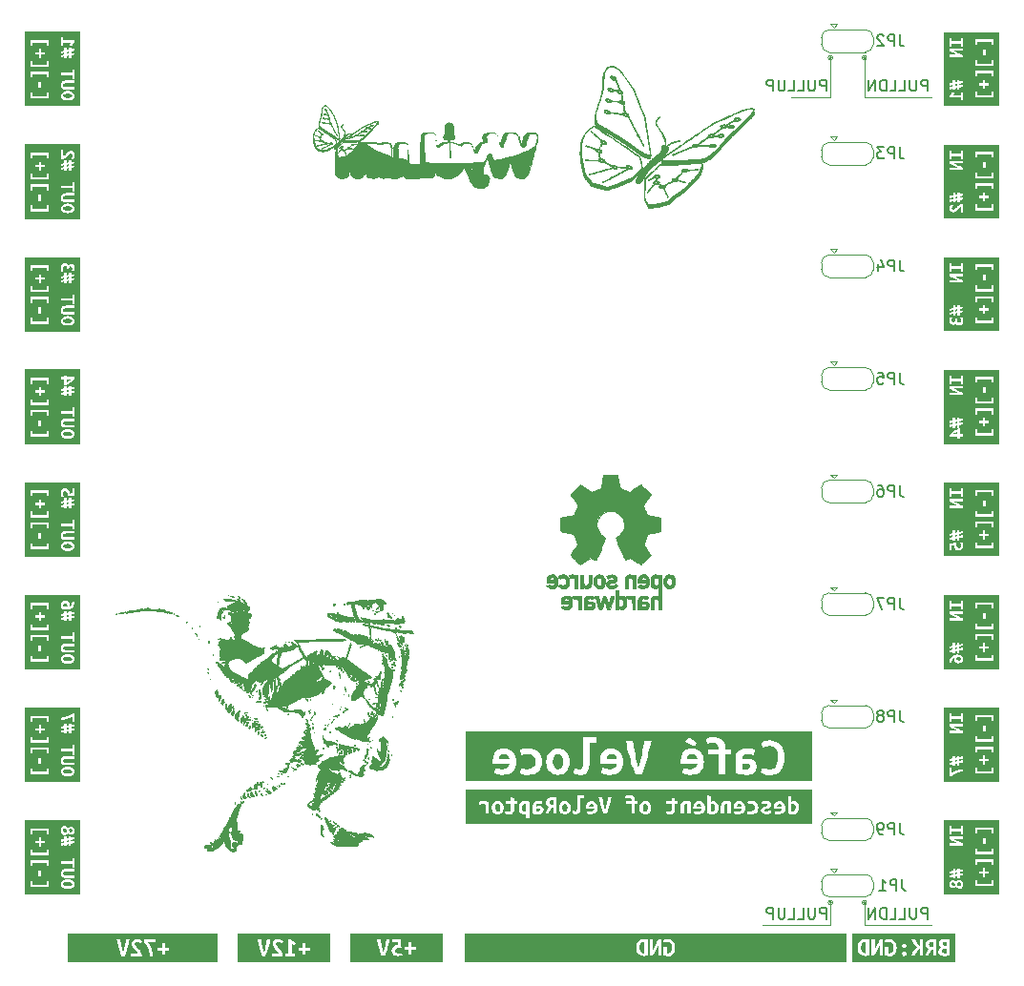
<source format=gbr>
%TF.GenerationSoftware,KiCad,Pcbnew,5.1.9-73d0e3b20d~88~ubuntu20.04.1*%
%TF.CreationDate,2021-09-25T17:35:02+05:30*%
%TF.ProjectId,veloce,76656c6f-6365-42e6-9b69-6361645f7063,rev?*%
%TF.SameCoordinates,Original*%
%TF.FileFunction,Legend,Bot*%
%TF.FilePolarity,Positive*%
%FSLAX46Y46*%
G04 Gerber Fmt 4.6, Leading zero omitted, Abs format (unit mm)*
G04 Created by KiCad (PCBNEW 5.1.9-73d0e3b20d~88~ubuntu20.04.1) date 2021-09-25 17:35:02*
%MOMM*%
%LPD*%
G01*
G04 APERTURE LIST*
%ADD10C,0.120000*%
%ADD11C,0.100000*%
%ADD12C,0.010000*%
%ADD13C,0.150000*%
G04 APERTURE END LIST*
D10*
X222700000Y-67000000D02*
G75*
G03*
X222700000Y-67000000I-200000J0D01*
G01*
X222600000Y-67000000D02*
G75*
G03*
X222600000Y-67000000I-100000J0D01*
G01*
X219700000Y-67000000D02*
G75*
G03*
X219700000Y-67000000I-200000J0D01*
G01*
X219600000Y-67000000D02*
G75*
G03*
X219600000Y-67000000I-100000J0D01*
G01*
X219500000Y-70500000D02*
X219500000Y-67000000D01*
X216000000Y-70500000D02*
X219500000Y-70500000D01*
X222500000Y-70500000D02*
X222500000Y-67000000D01*
X228500000Y-70500000D02*
X222500000Y-70500000D01*
X222700000Y-142000000D02*
G75*
G03*
X222700000Y-142000000I-200000J0D01*
G01*
X222600000Y-142000000D02*
G75*
G03*
X222600000Y-142000000I-100000J0D01*
G01*
X219700000Y-142000000D02*
G75*
G03*
X219700000Y-142000000I-200000J0D01*
G01*
X219600000Y-142000000D02*
G75*
G03*
X219600000Y-142000000I-100000J0D01*
G01*
X222500000Y-144000000D02*
X228500000Y-144000000D01*
X222500000Y-142000000D02*
X222500000Y-144000000D01*
X219500000Y-144000000D02*
X219500000Y-142000000D01*
X213500000Y-144000000D02*
X219500000Y-144000000D01*
D11*
%TO.C,kibuzzard-614E19DD*%
G36*
X229538020Y-135229177D02*
G01*
X230079225Y-135229177D01*
X230079225Y-135977842D01*
X230273535Y-135977842D01*
X230273535Y-135722572D01*
X231064110Y-135722572D01*
X231064110Y-135977842D01*
X231258420Y-135977842D01*
X231258420Y-135229177D01*
X232327754Y-138153662D01*
X232327754Y-138673549D01*
X232507931Y-138673549D01*
X232507931Y-138373253D01*
X233052217Y-138955076D01*
X233052217Y-139249741D01*
X232725645Y-139249741D01*
X232725645Y-139448687D01*
X233052217Y-139448687D01*
X233052217Y-139743352D01*
X233241778Y-139743352D01*
X233241778Y-139448687D01*
X233568350Y-139448687D01*
X233568350Y-139249741D01*
X233241778Y-139249741D01*
X233241778Y-138955076D01*
X233052217Y-138955076D01*
X232507931Y-138373253D01*
X233769173Y-138373253D01*
X233769173Y-138673549D01*
X233949350Y-138673549D01*
X233949350Y-138153662D01*
X232327754Y-138153662D01*
X231258420Y-135229177D01*
X231064110Y-135229177D01*
X231064110Y-135486352D01*
X230273535Y-135486352D01*
X230273535Y-135229177D01*
X230079225Y-135229177D01*
X229538020Y-135229177D01*
X229538020Y-134716547D01*
X232327754Y-135338391D01*
X232327754Y-135858278D01*
X232507931Y-135858278D01*
X232507931Y-135557982D01*
X233769173Y-135557982D01*
X233769173Y-135858278D01*
X233949350Y-135858278D01*
X233949350Y-135338391D01*
X232327754Y-135338391D01*
X229538020Y-134716547D01*
X234461980Y-134716547D01*
X233949350Y-137729495D01*
X233949350Y-137207731D01*
X233769173Y-137207731D01*
X233769173Y-137508027D01*
X233271808Y-136791071D01*
X233271808Y-136276815D01*
X233044710Y-136276815D01*
X233044710Y-136791071D01*
X233271808Y-136791071D01*
X233769173Y-137508027D01*
X232507931Y-137508027D01*
X232507931Y-137207731D01*
X232327754Y-137207731D01*
X232327754Y-137729495D01*
X233949350Y-137729495D01*
X234461980Y-134716547D01*
X234461980Y-135229177D01*
X233949350Y-140544766D01*
X233949350Y-140023002D01*
X233769173Y-140023002D01*
X233769173Y-140323298D01*
X232507931Y-140323298D01*
X232507931Y-140023002D01*
X232327754Y-140023002D01*
X232327754Y-140544766D01*
X233949350Y-140544766D01*
X234461980Y-135229177D01*
X234461980Y-140770823D01*
X231069825Y-140748915D01*
X231175553Y-140678430D01*
X231252705Y-140551748D01*
X231275565Y-140464594D01*
X231283185Y-140359343D01*
X231277708Y-140273856D01*
X231261278Y-140196465D01*
X231198413Y-140070735D01*
X231097448Y-139989773D01*
X230963145Y-139961198D01*
X230876229Y-139971675D01*
X230794553Y-140003108D01*
X230720019Y-140056924D01*
X230654535Y-140134553D01*
X230595480Y-140064068D01*
X230532615Y-140020252D01*
X230395455Y-139989773D01*
X230276393Y-140009775D01*
X230164950Y-140073593D01*
X230083035Y-140189798D01*
X230058746Y-140270760D01*
X230050650Y-140368868D01*
X230071605Y-140521029D01*
X230134470Y-140638425D01*
X230232578Y-140713434D01*
X230359260Y-140738438D01*
X230440461Y-140728436D01*
X230520233Y-140698433D01*
X230592861Y-140646998D01*
X230652630Y-140572703D01*
X230718353Y-140665333D01*
X230789790Y-140726055D01*
X230867895Y-140759631D01*
X230953620Y-140770823D01*
X231069825Y-140748915D01*
X234461980Y-140770823D01*
X234461980Y-141283453D01*
X229538020Y-141283453D01*
X230079225Y-136943677D01*
X231258420Y-136943677D01*
X230563095Y-138970598D01*
X230368785Y-138970598D01*
X230368785Y-139199198D01*
X230079225Y-139254443D01*
X230079225Y-139448753D01*
X230368785Y-139391603D01*
X230368785Y-139544003D01*
X230079225Y-139599248D01*
X230079225Y-139793558D01*
X230368785Y-139738313D01*
X230368785Y-139856423D01*
X230563095Y-139856423D01*
X230563095Y-139700213D01*
X230772645Y-139660208D01*
X230772645Y-139856423D01*
X230966955Y-139856423D01*
X230966955Y-139624013D01*
X231258420Y-139568768D01*
X231258420Y-139374458D01*
X230966955Y-139429703D01*
X230966955Y-139277303D01*
X231258420Y-139223963D01*
X231258420Y-139029653D01*
X230966955Y-139084898D01*
X230966955Y-138970598D01*
X230772645Y-138970598D01*
X230772645Y-139121093D01*
X230563095Y-139161098D01*
X230563095Y-138970598D01*
X231258420Y-136943677D01*
X231258420Y-136755082D01*
X231127716Y-136700155D01*
X230997223Y-136642052D01*
X230866943Y-136580775D01*
X230736662Y-136516322D01*
X230606169Y-136448695D01*
X230475465Y-136377892D01*
X231258420Y-136377892D01*
X231258420Y-136166437D01*
X230079225Y-136166437D01*
X230079225Y-136355032D01*
X230166617Y-136408372D01*
X230261153Y-136461712D01*
X230359022Y-136514338D01*
X230456415Y-136565535D01*
X230552141Y-136614112D01*
X230645010Y-136658880D01*
X230730735Y-136698647D01*
X230805030Y-136732222D01*
X230079225Y-136732222D01*
X230079225Y-136943677D01*
X229538020Y-141283453D01*
X229538020Y-140770823D01*
X229538020Y-135229177D01*
G37*
G36*
X230949810Y-140549843D02*
G01*
X230883135Y-140535555D01*
X230830748Y-140489835D01*
X230783123Y-140408873D01*
X230732640Y-140290763D01*
X230830748Y-140208848D01*
X230934570Y-140180273D01*
X231049823Y-140234565D01*
X231088875Y-140363153D01*
X231047918Y-140499360D01*
X230949810Y-140549843D01*
G37*
G36*
X230244960Y-140365058D02*
G01*
X230279250Y-140257425D01*
X230380215Y-140210753D01*
X230488800Y-140254568D01*
X230531663Y-140315051D01*
X230576430Y-140408873D01*
X230480228Y-140492693D01*
X230378310Y-140517458D01*
X230278298Y-140472690D01*
X230244960Y-140365058D01*
G37*
G36*
X230772645Y-139315403D02*
G01*
X230772645Y-139467803D01*
X230563095Y-139505903D01*
X230563095Y-139355408D01*
X230772645Y-139315403D01*
G37*
%TO.C,kibuzzard-614E19D4*%
G36*
X229552307Y-125238702D02*
G01*
X230064938Y-125238702D01*
X230064938Y-125987367D01*
X230259248Y-125987367D01*
X230259248Y-125732097D01*
X231049823Y-125732097D01*
X231049823Y-125987367D01*
X231244133Y-125987367D01*
X231244133Y-125238702D01*
X231049823Y-125238702D01*
X231049823Y-125495877D01*
X230259248Y-125495877D01*
X230259248Y-125238702D01*
X230064938Y-125238702D01*
X229552307Y-125238702D01*
X229552307Y-124726072D01*
X232313466Y-125347916D01*
X232313466Y-125867803D01*
X231244133Y-130149793D01*
X231118641Y-130162651D01*
X230986005Y-130189798D01*
X230850512Y-130227659D01*
X230716448Y-130272665D01*
X230586669Y-130323386D01*
X230464035Y-130378393D01*
X230353307Y-130434114D01*
X230259248Y-130486978D01*
X230259248Y-129991678D01*
X230064938Y-129991678D01*
X230064938Y-130761298D01*
X230242103Y-130761298D01*
X230313064Y-130707481D01*
X230407838Y-130648903D01*
X230521661Y-130589609D01*
X230649773Y-130533650D01*
X230789552Y-130482691D01*
X230938380Y-130438400D01*
X231091494Y-130405301D01*
X231244133Y-130387918D01*
X231244133Y-130149793D01*
X232313466Y-125867803D01*
X232493644Y-125867803D01*
X232493644Y-125567507D01*
X233754885Y-125567507D01*
X233754885Y-125867803D01*
X233935062Y-125867803D01*
X233935062Y-125347916D01*
X232313466Y-125347916D01*
X229552307Y-124726072D01*
X234447693Y-124726072D01*
X233935062Y-127739020D01*
X233935062Y-127217256D01*
X233754885Y-127217256D01*
X233754885Y-127517552D01*
X233257521Y-126800596D01*
X233257521Y-126286340D01*
X233030422Y-126286340D01*
X233030422Y-126800596D01*
X233257521Y-126800596D01*
X233754885Y-127517552D01*
X232493644Y-127517552D01*
X232493644Y-127217256D01*
X232313466Y-127217256D01*
X232313466Y-127739020D01*
X233935062Y-127739020D01*
X234447693Y-124726072D01*
X234447693Y-125238702D01*
X234447693Y-130761298D01*
X233754885Y-128683074D01*
X233935062Y-128683074D01*
X233935062Y-128163187D01*
X232313466Y-128163187D01*
X232313466Y-128683074D01*
X232493644Y-128683074D01*
X232493644Y-128382778D01*
X233037929Y-128964601D01*
X233037929Y-129259266D01*
X232711358Y-129259266D01*
X232711358Y-129458212D01*
X233037929Y-129458212D01*
X233037929Y-129752877D01*
X233227491Y-129752877D01*
X233227491Y-129458212D01*
X233554062Y-129458212D01*
X233554062Y-129259266D01*
X233227491Y-129259266D01*
X233227491Y-128964601D01*
X233037929Y-128964601D01*
X232493644Y-128382778D01*
X233754885Y-128382778D01*
X233754885Y-128683074D01*
X234447693Y-130761298D01*
X234447693Y-131273928D01*
X233935062Y-130554291D01*
X233935062Y-130032527D01*
X233754885Y-130032527D01*
X233754885Y-130332823D01*
X232493644Y-130332823D01*
X232493644Y-130032527D01*
X232313466Y-130032527D01*
X232313466Y-130554291D01*
X233935062Y-130554291D01*
X234447693Y-131273928D01*
X229552307Y-131273928D01*
X230064938Y-126953202D01*
X231244133Y-126953202D01*
X230548808Y-128980123D01*
X230354498Y-128980123D01*
X230354498Y-129208723D01*
X230064938Y-129263968D01*
X230064938Y-129458278D01*
X230354498Y-129401128D01*
X230354498Y-129553528D01*
X230064938Y-129608773D01*
X230064938Y-129803083D01*
X230354498Y-129747838D01*
X230354498Y-129865948D01*
X230548808Y-129865948D01*
X230548808Y-129709738D01*
X230758358Y-129669733D01*
X230758358Y-129865948D01*
X230952668Y-129865948D01*
X230952668Y-129633538D01*
X231244133Y-129578293D01*
X231244133Y-129383983D01*
X230952668Y-129439228D01*
X230952668Y-129286828D01*
X231244133Y-129233488D01*
X231244133Y-129039178D01*
X230952668Y-129094423D01*
X230952668Y-128980123D01*
X230758358Y-128980123D01*
X230758358Y-129130618D01*
X230548808Y-129170623D01*
X230548808Y-128980123D01*
X231244133Y-126953202D01*
X231244133Y-126764607D01*
X231113428Y-126709680D01*
X230982936Y-126651577D01*
X230852655Y-126590300D01*
X230722374Y-126525847D01*
X230591882Y-126458220D01*
X230461178Y-126387417D01*
X231244133Y-126387417D01*
X231244133Y-126175962D01*
X230064938Y-126175962D01*
X230064938Y-126364557D01*
X230152329Y-126417897D01*
X230246865Y-126471237D01*
X230344734Y-126523863D01*
X230442128Y-126575060D01*
X230537854Y-126623637D01*
X230630723Y-126668405D01*
X230716448Y-126708172D01*
X230790743Y-126741747D01*
X230064938Y-126741747D01*
X230064938Y-126953202D01*
X229552307Y-131273928D01*
X229552307Y-130761298D01*
X229552307Y-125238702D01*
G37*
G36*
X230758358Y-129324928D02*
G01*
X230758358Y-129477328D01*
X230548808Y-129515428D01*
X230548808Y-129364933D01*
X230758358Y-129324928D01*
G37*
%TO.C,kibuzzard-614E19C8*%
G36*
X229548497Y-115236797D02*
G01*
X230068748Y-115236797D01*
X230068748Y-115985463D01*
X230263058Y-115985463D01*
X230263058Y-115730192D01*
X231053633Y-115730192D01*
X231053633Y-115985463D01*
X231247943Y-115985463D01*
X231247943Y-115236797D01*
X232317276Y-118161282D01*
X232317276Y-118681169D01*
X232497454Y-118681169D01*
X232497454Y-118380873D01*
X233041739Y-118962696D01*
X233041739Y-119257361D01*
X232715168Y-119257361D01*
X232715168Y-119456307D01*
X233041739Y-119456307D01*
X233041739Y-119750972D01*
X233231301Y-119750972D01*
X233231301Y-119456307D01*
X233557872Y-119456307D01*
X233557872Y-119257361D01*
X233231301Y-119257361D01*
X233231301Y-118962696D01*
X233041739Y-118962696D01*
X232497454Y-118380873D01*
X233758695Y-118380873D01*
X233758695Y-118681169D01*
X233938872Y-118681169D01*
X233938872Y-118161282D01*
X232317276Y-118161282D01*
X231247943Y-115236797D01*
X231053633Y-115236797D01*
X231053633Y-115493972D01*
X230263058Y-115493972D01*
X230263058Y-115236797D01*
X230068748Y-115236797D01*
X229548497Y-115236797D01*
X229548497Y-114724167D01*
X232317276Y-115346011D01*
X232317276Y-115865898D01*
X232497454Y-115865898D01*
X232497454Y-115565602D01*
X233758695Y-115565602D01*
X233758695Y-115865898D01*
X233938872Y-115865898D01*
X233938872Y-115346011D01*
X232317276Y-115346011D01*
X229548497Y-114724167D01*
X234451503Y-114724167D01*
X233938872Y-117737115D01*
X233938872Y-117215351D01*
X233758695Y-117215351D01*
X233758695Y-117515647D01*
X233261331Y-116798691D01*
X233261331Y-116284435D01*
X233034232Y-116284435D01*
X233034232Y-116798691D01*
X233261331Y-116798691D01*
X233758695Y-117515647D01*
X232497454Y-117515647D01*
X232497454Y-117215351D01*
X232317276Y-117215351D01*
X232317276Y-117737115D01*
X233938872Y-117737115D01*
X234451503Y-114724167D01*
X234451503Y-115236797D01*
X233938872Y-120552386D01*
X233938872Y-120030622D01*
X233758695Y-120030622D01*
X233758695Y-120330918D01*
X232497454Y-120330918D01*
X232497454Y-120030622D01*
X232317276Y-120030622D01*
X232317276Y-120552386D01*
X233938872Y-120552386D01*
X234451503Y-115236797D01*
X234451503Y-120763203D01*
X231263421Y-120480310D01*
X231272708Y-120389823D01*
X231259055Y-120268220D01*
X231218098Y-120167573D01*
X231149835Y-120087880D01*
X231052574Y-120030201D01*
X230924622Y-119995593D01*
X230765978Y-119984058D01*
X230604529Y-119996678D01*
X230463083Y-120034540D01*
X230342115Y-120095738D01*
X230242103Y-120178368D01*
X230163521Y-120281238D01*
X230106848Y-120403158D01*
X230072558Y-120541746D01*
X230061128Y-120694623D01*
X230261153Y-120707958D01*
X230276393Y-120559368D01*
X230321160Y-120426018D01*
X230402123Y-120320290D01*
X230525948Y-120254568D01*
X230502135Y-120325053D01*
X230493563Y-120386013D01*
X230501183Y-120481024D01*
X230524043Y-120560320D01*
X230605958Y-120677478D01*
X230725973Y-120743200D01*
X230870753Y-120763203D01*
X231009818Y-120741295D01*
X231139358Y-120673668D01*
X231235560Y-120557463D01*
X231263421Y-120480310D01*
X234451503Y-120763203D01*
X234451503Y-121275833D01*
X229548497Y-121275833D01*
X230068748Y-116951297D01*
X231247943Y-116951297D01*
X230552618Y-118978218D01*
X230358308Y-118978218D01*
X230358308Y-119206818D01*
X230068748Y-119262063D01*
X230068748Y-119456373D01*
X230358308Y-119399223D01*
X230358308Y-119551623D01*
X230068748Y-119606868D01*
X230068748Y-119801178D01*
X230358308Y-119745933D01*
X230358308Y-119864043D01*
X230552618Y-119864043D01*
X230552618Y-119707833D01*
X230762168Y-119667828D01*
X230762168Y-119864043D01*
X230956478Y-119864043D01*
X230956478Y-119631633D01*
X231247943Y-119576388D01*
X231247943Y-119382078D01*
X230956478Y-119437323D01*
X230956478Y-119284923D01*
X231247943Y-119231583D01*
X231247943Y-119037273D01*
X230956478Y-119092518D01*
X230956478Y-118978218D01*
X230762168Y-118978218D01*
X230762168Y-119128713D01*
X230552618Y-119168718D01*
X230552618Y-118978218D01*
X231247943Y-116951297D01*
X231247943Y-116762702D01*
X231117238Y-116707775D01*
X230986746Y-116649672D01*
X230856465Y-116588395D01*
X230726184Y-116523942D01*
X230595692Y-116456315D01*
X230464988Y-116385512D01*
X231247943Y-116385512D01*
X231247943Y-116174057D01*
X230068748Y-116174057D01*
X230068748Y-116362652D01*
X230156139Y-116415992D01*
X230250675Y-116469332D01*
X230348544Y-116521958D01*
X230445938Y-116573155D01*
X230541664Y-116621732D01*
X230634533Y-116666500D01*
X230720258Y-116706267D01*
X230794553Y-116739842D01*
X230068748Y-116739842D01*
X230068748Y-116951297D01*
X229548497Y-121275833D01*
X229548497Y-120763203D01*
X229548497Y-115236797D01*
G37*
G36*
X230687873Y-120355533D02*
G01*
X230695493Y-120281238D01*
X230716448Y-120218373D01*
X230750738Y-120215515D01*
X230786933Y-120214563D01*
X230892660Y-120222183D01*
X230983148Y-120248853D01*
X231046965Y-120301240D01*
X231070778Y-120384108D01*
X231051728Y-120452688D01*
X231004103Y-120499360D01*
X230941238Y-120526030D01*
X230874563Y-120534603D01*
X230736450Y-120494598D01*
X230700017Y-120439829D01*
X230687873Y-120355533D01*
G37*
G36*
X230762168Y-119323023D02*
G01*
X230762168Y-119475423D01*
X230552618Y-119513523D01*
X230552618Y-119363028D01*
X230762168Y-119323023D01*
G37*
%TO.C,kibuzzard-614E19C0*%
G36*
X229552307Y-105244417D02*
G01*
X230064938Y-105244417D01*
X230064938Y-105993082D01*
X230259248Y-105993082D01*
X230259248Y-105737812D01*
X231049823Y-105737812D01*
X231049823Y-105993082D01*
X231244133Y-105993082D01*
X231244133Y-105244417D01*
X231049823Y-105244417D01*
X231049823Y-105501592D01*
X230259248Y-105501592D01*
X230259248Y-105244417D01*
X230064938Y-105244417D01*
X229552307Y-105244417D01*
X229552307Y-104731787D01*
X232313466Y-105353631D01*
X232313466Y-105873518D01*
X232493644Y-105873518D01*
X232493644Y-105573222D01*
X233754885Y-105573222D01*
X233754885Y-105873518D01*
X233935062Y-105873518D01*
X233935062Y-105353631D01*
X232313466Y-105353631D01*
X229552307Y-104731787D01*
X234447693Y-104731787D01*
X233935062Y-107744735D01*
X233935062Y-107222971D01*
X233754885Y-107222971D01*
X233754885Y-107523267D01*
X233257521Y-106806311D01*
X233257521Y-106292055D01*
X233030422Y-106292055D01*
X233030422Y-106806311D01*
X233257521Y-106806311D01*
X233754885Y-107523267D01*
X232493644Y-107523267D01*
X232493644Y-107222971D01*
X232313466Y-107222971D01*
X232313466Y-107744735D01*
X233935062Y-107744735D01*
X234447693Y-104731787D01*
X234447693Y-105244417D01*
X234447693Y-110755583D01*
X233754885Y-108688789D01*
X233935062Y-108688789D01*
X233935062Y-108168902D01*
X232313466Y-108168902D01*
X232313466Y-108688789D01*
X232493644Y-108688789D01*
X232493644Y-108388493D01*
X233037929Y-108970316D01*
X233037929Y-109264981D01*
X232711358Y-109264981D01*
X232711358Y-109463927D01*
X233037929Y-109463927D01*
X233037929Y-109758592D01*
X233227491Y-109758592D01*
X233754885Y-110338538D01*
X232493644Y-110338538D01*
X232493644Y-110038242D01*
X232313466Y-110038242D01*
X232313466Y-110560006D01*
X233935062Y-110560006D01*
X233935062Y-110038242D01*
X233754885Y-110038242D01*
X233754885Y-110338538D01*
X233227491Y-109758592D01*
X233227491Y-109463927D01*
X233554062Y-109463927D01*
X233554062Y-109264981D01*
X233227491Y-109264981D01*
X233227491Y-108970316D01*
X233037929Y-108970316D01*
X232493644Y-108388493D01*
X233754885Y-108388493D01*
X233754885Y-108688789D01*
X234447693Y-110755583D01*
X234447693Y-111268213D01*
X231160313Y-110639378D01*
X231206033Y-110573179D01*
X231240323Y-110492693D01*
X231261754Y-110397919D01*
X231268898Y-110288858D01*
X231263183Y-110195513D01*
X231248895Y-110104073D01*
X231228893Y-110025015D01*
X231207938Y-109970723D01*
X231013628Y-110018348D01*
X231051728Y-110125028D01*
X231064586Y-110197894D01*
X231068873Y-110286953D01*
X231053633Y-110400300D01*
X231014580Y-110470785D01*
X230960288Y-110506028D01*
X230897423Y-110515553D01*
X230806935Y-110499360D01*
X230736450Y-110434590D01*
X230690730Y-110296478D01*
X230678586Y-110193131D01*
X230674538Y-110062163D01*
X230516184Y-110079308D01*
X230361165Y-110092643D01*
X230210432Y-110102644D01*
X230064938Y-110109788D01*
X230064938Y-110711768D01*
X230259248Y-110711768D01*
X230259248Y-110306003D01*
X230386883Y-110296478D01*
X230495468Y-110286953D01*
X230514941Y-110431098D01*
X230553041Y-110548573D01*
X230609768Y-110639378D01*
X230684698Y-110703936D01*
X230777408Y-110742671D01*
X230887898Y-110755583D01*
X231039345Y-110727008D01*
X231160313Y-110639378D01*
X234447693Y-111268213D01*
X229552307Y-111268213D01*
X230064938Y-106958918D01*
X231244133Y-106958918D01*
X230548808Y-108985838D01*
X230354498Y-108985838D01*
X230354498Y-109214438D01*
X230064938Y-109269683D01*
X230064938Y-109463993D01*
X230354498Y-109406843D01*
X230354498Y-109559243D01*
X230064938Y-109614488D01*
X230064938Y-109808798D01*
X230354498Y-109753553D01*
X230354498Y-109871663D01*
X230548808Y-109871663D01*
X230548808Y-109715453D01*
X230758358Y-109675448D01*
X230758358Y-109871663D01*
X230952668Y-109871663D01*
X230952668Y-109639253D01*
X231244133Y-109584008D01*
X231244133Y-109389698D01*
X230952668Y-109444943D01*
X230952668Y-109292543D01*
X231244133Y-109239203D01*
X231244133Y-109044893D01*
X230952668Y-109100138D01*
X230952668Y-108985838D01*
X230758358Y-108985838D01*
X230758358Y-109136333D01*
X230548808Y-109176338D01*
X230548808Y-108985838D01*
X231244133Y-106958918D01*
X231244133Y-106770322D01*
X231113428Y-106715395D01*
X230982936Y-106657292D01*
X230852655Y-106596015D01*
X230722374Y-106531562D01*
X230591882Y-106463935D01*
X230461178Y-106393132D01*
X231244133Y-106393132D01*
X231244133Y-106181677D01*
X230064938Y-106181677D01*
X230064938Y-106370272D01*
X230152329Y-106423612D01*
X230246865Y-106476952D01*
X230344734Y-106529578D01*
X230442128Y-106580775D01*
X230537854Y-106629352D01*
X230630723Y-106674120D01*
X230716448Y-106713887D01*
X230790743Y-106747462D01*
X230064938Y-106747462D01*
X230064938Y-106958918D01*
X229552307Y-111268213D01*
X229552307Y-110755583D01*
X229552307Y-105244417D01*
G37*
G36*
X230758358Y-109330643D02*
G01*
X230758358Y-109483043D01*
X230548808Y-109521143D01*
X230548808Y-109370648D01*
X230758358Y-109330643D01*
G37*
%TO.C,kibuzzard-614E19B6*%
G36*
X229552307Y-95217747D02*
G01*
X230064938Y-95217747D01*
X230064938Y-95966413D01*
X230259248Y-95966413D01*
X230259248Y-95711142D01*
X231049823Y-95711142D01*
X231049823Y-95966413D01*
X231244133Y-95966413D01*
X231244133Y-95217747D01*
X232313466Y-98142232D01*
X232313466Y-98662119D01*
X232493644Y-98662119D01*
X232493644Y-98361823D01*
X233037929Y-98943646D01*
X233037929Y-99238311D01*
X232711358Y-99238311D01*
X232711358Y-99437257D01*
X233037929Y-99437257D01*
X233037929Y-99731922D01*
X233227491Y-99731922D01*
X233227491Y-99437257D01*
X233554062Y-99437257D01*
X233554062Y-99238311D01*
X233227491Y-99238311D01*
X233227491Y-98943646D01*
X233037929Y-98943646D01*
X232493644Y-98361823D01*
X233754885Y-98361823D01*
X233754885Y-98662119D01*
X233935062Y-98662119D01*
X233935062Y-98142232D01*
X232313466Y-98142232D01*
X231244133Y-95217747D01*
X231049823Y-95217747D01*
X231049823Y-95474922D01*
X230259248Y-95474922D01*
X230259248Y-95217747D01*
X230064938Y-95217747D01*
X229552307Y-95217747D01*
X229552307Y-94705117D01*
X232313466Y-95326961D01*
X232313466Y-95846848D01*
X232493644Y-95846848D01*
X232493644Y-95546552D01*
X233754885Y-95546552D01*
X233754885Y-95846848D01*
X233935062Y-95846848D01*
X233935062Y-95326961D01*
X232313466Y-95326961D01*
X229552307Y-94705117D01*
X234447693Y-94705117D01*
X233935062Y-97718065D01*
X233935062Y-97196301D01*
X233754885Y-97196301D01*
X233754885Y-97496597D01*
X233257521Y-96779641D01*
X233257521Y-96265385D01*
X233030422Y-96265385D01*
X233030422Y-96779641D01*
X233257521Y-96779641D01*
X233754885Y-97496597D01*
X232493644Y-97496597D01*
X232493644Y-97196301D01*
X232313466Y-97196301D01*
X232313466Y-97718065D01*
X233935062Y-97718065D01*
X234447693Y-94705117D01*
X234447693Y-95217747D01*
X233935062Y-100533336D01*
X233935062Y-100011572D01*
X233754885Y-100011572D01*
X233754885Y-100311868D01*
X232493644Y-100311868D01*
X232493644Y-100011572D01*
X232313466Y-100011572D01*
X232313466Y-100533336D01*
X233935062Y-100533336D01*
X234447693Y-95217747D01*
X234447693Y-100782253D01*
X230966003Y-100782253D01*
X230966003Y-100654618D01*
X231244133Y-100654618D01*
X231244133Y-100420303D01*
X230966003Y-100420303D01*
X230966003Y-99928813D01*
X230794553Y-99928813D01*
X230715257Y-99970246D01*
X230625960Y-100022158D01*
X230530472Y-100082165D01*
X230432603Y-100147888D01*
X230334257Y-100218373D01*
X230237340Y-100292668D01*
X230146138Y-100368868D01*
X230064938Y-100445068D01*
X230064938Y-100654618D01*
X230773598Y-100654618D01*
X230773598Y-100782253D01*
X230966003Y-100782253D01*
X234447693Y-100782253D01*
X234447693Y-101294883D01*
X229552307Y-101294883D01*
X230064938Y-96932247D01*
X231244133Y-96932247D01*
X230548808Y-98959168D01*
X230354498Y-98959168D01*
X230354498Y-99187768D01*
X230064938Y-99243013D01*
X230064938Y-99437323D01*
X230354498Y-99380173D01*
X230354498Y-99532573D01*
X230064938Y-99587818D01*
X230064938Y-99782128D01*
X230354498Y-99726883D01*
X230354498Y-99844993D01*
X230548808Y-99844993D01*
X230548808Y-99688783D01*
X230758358Y-99648778D01*
X230758358Y-99844993D01*
X230952668Y-99844993D01*
X230952668Y-99612583D01*
X231244133Y-99557338D01*
X231244133Y-99363028D01*
X230952668Y-99418273D01*
X230952668Y-99265873D01*
X231244133Y-99212533D01*
X231244133Y-99018223D01*
X230952668Y-99073468D01*
X230952668Y-98959168D01*
X230758358Y-98959168D01*
X230758358Y-99109663D01*
X230548808Y-99149668D01*
X230548808Y-98959168D01*
X231244133Y-96932247D01*
X231244133Y-96743652D01*
X231113428Y-96688725D01*
X230982936Y-96630622D01*
X230852655Y-96569345D01*
X230722374Y-96504892D01*
X230591882Y-96437265D01*
X230461178Y-96366462D01*
X231244133Y-96366462D01*
X231244133Y-96155007D01*
X230064938Y-96155007D01*
X230064938Y-96343602D01*
X230152329Y-96396942D01*
X230246865Y-96450282D01*
X230344734Y-96502908D01*
X230442128Y-96554105D01*
X230537854Y-96602682D01*
X230630723Y-96647450D01*
X230716448Y-96687217D01*
X230790743Y-96720792D01*
X230064938Y-96720792D01*
X230064938Y-96932247D01*
X229552307Y-101294883D01*
X229552307Y-100782253D01*
X229552307Y-95217747D01*
G37*
G36*
X230358308Y-100420303D02*
G01*
X230451653Y-100349818D01*
X230555475Y-100278380D01*
X230665013Y-100210753D01*
X230773598Y-100153603D01*
X230773598Y-100420303D01*
X230358308Y-100420303D01*
G37*
G36*
X230758358Y-99303973D02*
G01*
X230758358Y-99456373D01*
X230548808Y-99494473D01*
X230548808Y-99343978D01*
X230758358Y-99303973D01*
G37*
%TO.C,kibuzzard-614E19AF*%
G36*
X229538972Y-85240607D02*
G01*
X230078273Y-85240607D01*
X230078273Y-85989273D01*
X230272583Y-85989273D01*
X230272583Y-85734002D01*
X231063158Y-85734002D01*
X231063158Y-85989273D01*
X231257468Y-85989273D01*
X231257468Y-85240607D01*
X231063158Y-85240607D01*
X231063158Y-85497782D01*
X230272583Y-85497782D01*
X230272583Y-85240607D01*
X230078273Y-85240607D01*
X229538972Y-85240607D01*
X229538972Y-84727977D01*
X232326801Y-85349821D01*
X232326801Y-85869708D01*
X232506979Y-85869708D01*
X232506979Y-85569412D01*
X233768220Y-85569412D01*
X233768220Y-85869708D01*
X233948397Y-85869708D01*
X233948397Y-85349821D01*
X232326801Y-85349821D01*
X229538972Y-84727977D01*
X234461028Y-84727977D01*
X233948397Y-87740925D01*
X233948397Y-87219161D01*
X233768220Y-87219161D01*
X233768220Y-87519457D01*
X233270856Y-86802501D01*
X233270856Y-86288245D01*
X233043757Y-86288245D01*
X233043757Y-86802501D01*
X233270856Y-86802501D01*
X233768220Y-87519457D01*
X232506979Y-87519457D01*
X232506979Y-87219161D01*
X232326801Y-87219161D01*
X232326801Y-87740925D01*
X233948397Y-87740925D01*
X234461028Y-84727977D01*
X234461028Y-85240607D01*
X234461028Y-90759393D01*
X233768220Y-88684979D01*
X233948397Y-88684979D01*
X233948397Y-88165092D01*
X232326801Y-88165092D01*
X232326801Y-88684979D01*
X232506979Y-88684979D01*
X232506979Y-88384683D01*
X233051264Y-88966506D01*
X233051264Y-89261171D01*
X232724693Y-89261171D01*
X232724693Y-89460117D01*
X233051264Y-89460117D01*
X233051264Y-89754782D01*
X233240826Y-89754782D01*
X233768220Y-90334728D01*
X232506979Y-90334728D01*
X232506979Y-90034432D01*
X232326801Y-90034432D01*
X232326801Y-90556196D01*
X233948397Y-90556196D01*
X233948397Y-90034432D01*
X233768220Y-90034432D01*
X233768220Y-90334728D01*
X233240826Y-89754782D01*
X233240826Y-89460117D01*
X233567397Y-89460117D01*
X233567397Y-89261171D01*
X233240826Y-89261171D01*
X233240826Y-88966506D01*
X233051264Y-88966506D01*
X232506979Y-88384683D01*
X233768220Y-88384683D01*
X233768220Y-88684979D01*
X234461028Y-90759393D01*
X234461028Y-91272023D01*
X231282233Y-90306003D01*
X231275565Y-90213610D01*
X231259373Y-90120265D01*
X231238418Y-90037398D01*
X231217463Y-89978343D01*
X231021248Y-90024062D01*
X231061253Y-90137410D01*
X231076969Y-90213848D01*
X231082208Y-90304098D01*
X231069349Y-90406253D01*
X231030773Y-90472690D01*
X230903138Y-90521268D01*
X230823842Y-90502694D01*
X230772645Y-90446973D01*
X230744784Y-90362676D01*
X230735498Y-90258378D01*
X230735498Y-90185988D01*
X230541188Y-90185988D01*
X230541188Y-90273618D01*
X230533568Y-90346008D01*
X230508803Y-90410778D01*
X230463083Y-90457450D01*
X230390693Y-90475548D01*
X230288775Y-90436495D01*
X230251628Y-90328863D01*
X230273535Y-90196465D01*
X230327828Y-90083118D01*
X230156378Y-89999298D01*
X230086845Y-90135505D01*
X230060413Y-90225754D01*
X230051603Y-90326958D01*
X230057794Y-90419588D01*
X230076368Y-90499360D01*
X230145900Y-90620328D01*
X230251628Y-90690813D01*
X230383073Y-90713673D01*
X230518328Y-90673668D01*
X230617388Y-90566988D01*
X230664536Y-90648188D01*
X230729783Y-90708910D01*
X230811221Y-90746772D01*
X230906948Y-90759393D01*
X231057443Y-90732723D01*
X231176505Y-90650808D01*
X231221273Y-90587943D01*
X231254610Y-90509838D01*
X231275327Y-90416016D01*
X231282233Y-90306003D01*
X234461028Y-91272023D01*
X229538972Y-91272023D01*
X230078273Y-86955107D01*
X231257468Y-86955107D01*
X230562143Y-88982028D01*
X230367833Y-88982028D01*
X230367833Y-89210628D01*
X230078273Y-89265873D01*
X230078273Y-89460183D01*
X230367833Y-89403033D01*
X230367833Y-89555433D01*
X230078273Y-89610678D01*
X230078273Y-89804988D01*
X230367833Y-89749743D01*
X230367833Y-89867853D01*
X230562143Y-89867853D01*
X230562143Y-89711643D01*
X230771693Y-89671638D01*
X230771693Y-89867853D01*
X230966003Y-89867853D01*
X230966003Y-89635443D01*
X231257468Y-89580198D01*
X231257468Y-89385888D01*
X230966003Y-89441133D01*
X230966003Y-89288733D01*
X231257468Y-89235393D01*
X231257468Y-89041082D01*
X230966003Y-89096328D01*
X230966003Y-88982028D01*
X230771693Y-88982028D01*
X230771693Y-89132523D01*
X230562143Y-89172528D01*
X230562143Y-88982028D01*
X231257468Y-86955107D01*
X231257468Y-86766512D01*
X231126763Y-86711585D01*
X230996271Y-86653482D01*
X230865990Y-86592205D01*
X230735709Y-86527752D01*
X230605217Y-86460125D01*
X230474513Y-86389322D01*
X231257468Y-86389322D01*
X231257468Y-86177867D01*
X230078273Y-86177867D01*
X230078273Y-86366462D01*
X230165664Y-86419802D01*
X230260200Y-86473142D01*
X230358069Y-86525768D01*
X230455463Y-86576965D01*
X230551189Y-86625542D01*
X230644058Y-86670310D01*
X230729783Y-86710077D01*
X230804078Y-86743652D01*
X230078273Y-86743652D01*
X230078273Y-86955107D01*
X229538972Y-91272023D01*
X229538972Y-90759393D01*
X229538972Y-85240607D01*
G37*
G36*
X230771693Y-89326833D02*
G01*
X230771693Y-89479233D01*
X230562143Y-89517333D01*
X230562143Y-89366838D01*
X230771693Y-89326833D01*
G37*
%TO.C,kibuzzard-614E19A5*%
G36*
X229538972Y-75230130D02*
G01*
X230078273Y-75230130D01*
X230078273Y-75978795D01*
X230272583Y-75978795D01*
X230272583Y-75723525D01*
X231063158Y-75723525D01*
X231063158Y-75978795D01*
X231257468Y-75978795D01*
X231257468Y-75230130D01*
X232326801Y-78154615D01*
X232326801Y-78674501D01*
X232506979Y-78674501D01*
X232506979Y-78374206D01*
X233051264Y-78956028D01*
X233051264Y-79250693D01*
X232724693Y-79250693D01*
X232724693Y-79449639D01*
X233051264Y-79449639D01*
X233051264Y-79744304D01*
X233240826Y-79744304D01*
X233240826Y-79449639D01*
X233567397Y-79449639D01*
X233567397Y-79250693D01*
X233240826Y-79250693D01*
X233240826Y-78956028D01*
X233051264Y-78956028D01*
X232506979Y-78374206D01*
X233768220Y-78374206D01*
X233768220Y-78674501D01*
X233948397Y-78674501D01*
X233948397Y-78154615D01*
X232326801Y-78154615D01*
X231257468Y-75230130D01*
X231063158Y-75230130D01*
X231063158Y-75487305D01*
X230272583Y-75487305D01*
X230272583Y-75230130D01*
X230078273Y-75230130D01*
X229538972Y-75230130D01*
X229538972Y-74717500D01*
X232326801Y-75339344D01*
X232326801Y-75859230D01*
X232506979Y-75859230D01*
X232506979Y-75558935D01*
X233768220Y-75558935D01*
X233768220Y-75859230D01*
X233948397Y-75859230D01*
X233948397Y-75339344D01*
X232326801Y-75339344D01*
X229538972Y-74717500D01*
X234461028Y-74717500D01*
X233948397Y-77730447D01*
X233948397Y-77208684D01*
X233768220Y-77208684D01*
X233768220Y-77508979D01*
X233270856Y-76792024D01*
X233270856Y-76277767D01*
X233043757Y-76277767D01*
X233043757Y-76792024D01*
X233270856Y-76792024D01*
X233768220Y-77508979D01*
X232506979Y-77508979D01*
X232506979Y-77208684D01*
X232326801Y-77208684D01*
X232326801Y-77730447D01*
X233948397Y-77730447D01*
X234461028Y-74717500D01*
X234461028Y-75230130D01*
X233948397Y-80545718D01*
X233948397Y-80023955D01*
X233768220Y-80023955D01*
X233768220Y-80324250D01*
X232506979Y-80324250D01*
X232506979Y-80023955D01*
X232326801Y-80023955D01*
X232326801Y-80545718D01*
X233948397Y-80545718D01*
X234461028Y-75230130D01*
X234461028Y-80769870D01*
X231257468Y-80769870D01*
X231257468Y-80000250D01*
X231209843Y-79995488D01*
X231169838Y-79996440D01*
X231078398Y-80005251D01*
X230994578Y-80031683D01*
X230917663Y-80071688D01*
X230846940Y-80121218D01*
X230781694Y-80177415D01*
X230721210Y-80237423D01*
X230664298Y-80297430D01*
X230609768Y-80353628D01*
X230506898Y-80443163D01*
X230405933Y-80478405D01*
X230294490Y-80434590D01*
X230255438Y-80324100D01*
X230282108Y-80207895D01*
X230371643Y-80087880D01*
X230207813Y-79971675D01*
X230138280Y-80053828D01*
X230089703Y-80147888D01*
X230061128Y-80247662D01*
X230051603Y-80346960D01*
X230072558Y-80486025D01*
X230135423Y-80604135D01*
X230241150Y-80686050D01*
X230388788Y-80716530D01*
X230505945Y-80693670D01*
X230615483Y-80632710D01*
X230718353Y-80546985D01*
X230813603Y-80449830D01*
X230867895Y-80392680D01*
X230932665Y-80331720D01*
X231000293Y-80283143D01*
X231063158Y-80263140D01*
X231063158Y-80769870D01*
X231257468Y-80769870D01*
X234461028Y-80769870D01*
X234461028Y-81282500D01*
X229538972Y-81282500D01*
X230078273Y-76944630D01*
X231257468Y-76944630D01*
X230562143Y-78971550D01*
X230367833Y-78971550D01*
X230367833Y-79200150D01*
X230078273Y-79255395D01*
X230078273Y-79449705D01*
X230367833Y-79392555D01*
X230367833Y-79544955D01*
X230078273Y-79600200D01*
X230078273Y-79794510D01*
X230367833Y-79739265D01*
X230367833Y-79857375D01*
X230562143Y-79857375D01*
X230562143Y-79701165D01*
X230771693Y-79661160D01*
X230771693Y-79857375D01*
X230966003Y-79857375D01*
X230966003Y-79624965D01*
X231257468Y-79569720D01*
X231257468Y-79375410D01*
X230966003Y-79430655D01*
X230966003Y-79278255D01*
X231257468Y-79224915D01*
X231257468Y-79030605D01*
X230966003Y-79085850D01*
X230966003Y-78971550D01*
X230771693Y-78971550D01*
X230771693Y-79122045D01*
X230562143Y-79162050D01*
X230562143Y-78971550D01*
X231257468Y-76944630D01*
X231257468Y-76756035D01*
X231126763Y-76701107D01*
X230996271Y-76643005D01*
X230865990Y-76581727D01*
X230735709Y-76517275D01*
X230605217Y-76449647D01*
X230474513Y-76378845D01*
X231257468Y-76378845D01*
X231257468Y-76167390D01*
X230078273Y-76167390D01*
X230078273Y-76355985D01*
X230165664Y-76409325D01*
X230260200Y-76462665D01*
X230358069Y-76515291D01*
X230455463Y-76566487D01*
X230551189Y-76615065D01*
X230644058Y-76659832D01*
X230729783Y-76699599D01*
X230804078Y-76733175D01*
X230078273Y-76733175D01*
X230078273Y-76944630D01*
X229538972Y-81282500D01*
X229538972Y-80769870D01*
X229538972Y-75230130D01*
G37*
G36*
X230771693Y-79316355D02*
G01*
X230771693Y-79468755D01*
X230562143Y-79506855D01*
X230562143Y-79356360D01*
X230771693Y-79316355D01*
G37*
%TO.C,kibuzzard-614E196C*%
G36*
X229552307Y-65232987D02*
G01*
X230064938Y-65232987D01*
X230064938Y-65981652D01*
X230259248Y-65981652D01*
X230259248Y-65726382D01*
X231049823Y-65726382D01*
X231049823Y-65981652D01*
X231244133Y-65981652D01*
X231244133Y-65232987D01*
X232313466Y-68157472D01*
X232313466Y-68677359D01*
X232493644Y-68677359D01*
X232493644Y-68377063D01*
X233037929Y-68958886D01*
X233037929Y-69253551D01*
X232711358Y-69253551D01*
X232711358Y-69452497D01*
X233037929Y-69452497D01*
X233037929Y-69747162D01*
X233227491Y-69747162D01*
X233227491Y-69452497D01*
X233554062Y-69452497D01*
X233554062Y-69253551D01*
X233227491Y-69253551D01*
X233227491Y-68958886D01*
X233037929Y-68958886D01*
X232493644Y-68377063D01*
X233754885Y-68377063D01*
X233754885Y-68677359D01*
X233935062Y-68677359D01*
X233935062Y-68157472D01*
X232313466Y-68157472D01*
X231244133Y-65232987D01*
X231049823Y-65232987D01*
X231049823Y-65490162D01*
X230259248Y-65490162D01*
X230259248Y-65232987D01*
X230064938Y-65232987D01*
X229552307Y-65232987D01*
X229552307Y-64720357D01*
X232313466Y-65342201D01*
X232313466Y-65862088D01*
X232493644Y-65862088D01*
X232493644Y-65561792D01*
X233754885Y-65561792D01*
X233754885Y-65862088D01*
X233935062Y-65862088D01*
X233935062Y-65342201D01*
X232313466Y-65342201D01*
X229552307Y-64720357D01*
X234447693Y-64720357D01*
X233935062Y-67733305D01*
X233935062Y-67211541D01*
X233754885Y-67211541D01*
X233754885Y-67511837D01*
X233257521Y-66794881D01*
X233257521Y-66280625D01*
X233030422Y-66280625D01*
X233030422Y-66794881D01*
X233257521Y-66794881D01*
X233754885Y-67511837D01*
X232493644Y-67511837D01*
X232493644Y-67211541D01*
X232313466Y-67211541D01*
X232313466Y-67733305D01*
X233935062Y-67733305D01*
X234447693Y-64720357D01*
X234447693Y-65232987D01*
X233935062Y-70548576D01*
X233935062Y-70026812D01*
X233754885Y-70026812D01*
X233754885Y-70327108D01*
X232493644Y-70327108D01*
X232493644Y-70026812D01*
X232313466Y-70026812D01*
X232313466Y-70548576D01*
X233935062Y-70548576D01*
X234447693Y-65232987D01*
X234447693Y-70767013D01*
X231244133Y-70767013D01*
X231244133Y-70050733D01*
X231049823Y-70050733D01*
X231049823Y-70298383D01*
X230390693Y-70298383D01*
X230458320Y-70176463D01*
X230504993Y-70060258D01*
X230310683Y-69984058D01*
X230266868Y-70083118D01*
X230207813Y-70189798D01*
X230139233Y-70290763D01*
X230064938Y-70372678D01*
X230064938Y-70532698D01*
X231049823Y-70532698D01*
X231049823Y-70767013D01*
X231244133Y-70767013D01*
X234447693Y-70767013D01*
X234447693Y-71279643D01*
X229552307Y-71279643D01*
X230064938Y-66947487D01*
X231244133Y-66947487D01*
X230548808Y-68974408D01*
X230354498Y-68974408D01*
X230354498Y-69203008D01*
X230064938Y-69258253D01*
X230064938Y-69452563D01*
X230354498Y-69395413D01*
X230354498Y-69547813D01*
X230064938Y-69603058D01*
X230064938Y-69797368D01*
X230354498Y-69742123D01*
X230354498Y-69860233D01*
X230548808Y-69860233D01*
X230548808Y-69704023D01*
X230758358Y-69664018D01*
X230758358Y-69860233D01*
X230952668Y-69860233D01*
X230952668Y-69627823D01*
X231244133Y-69572578D01*
X231244133Y-69378268D01*
X230952668Y-69433513D01*
X230952668Y-69281113D01*
X231244133Y-69227773D01*
X231244133Y-69033463D01*
X230952668Y-69088708D01*
X230952668Y-68974408D01*
X230758358Y-68974408D01*
X230758358Y-69124903D01*
X230548808Y-69164908D01*
X230548808Y-68974408D01*
X231244133Y-66947487D01*
X231244133Y-66758892D01*
X231113428Y-66703965D01*
X230982936Y-66645862D01*
X230852655Y-66584585D01*
X230722374Y-66520132D01*
X230591882Y-66452505D01*
X230461178Y-66381702D01*
X231244133Y-66381702D01*
X231244133Y-66170247D01*
X230064938Y-66170247D01*
X230064938Y-66358842D01*
X230152329Y-66412182D01*
X230246865Y-66465522D01*
X230344734Y-66518148D01*
X230442128Y-66569345D01*
X230537854Y-66617922D01*
X230630723Y-66662690D01*
X230716448Y-66702457D01*
X230790743Y-66736032D01*
X230064938Y-66736032D01*
X230064938Y-66947487D01*
X229552307Y-71279643D01*
X229552307Y-70767013D01*
X229552307Y-65232987D01*
G37*
G36*
X230758358Y-69319213D02*
G01*
X230758358Y-69471613D01*
X230548808Y-69509713D01*
X230548808Y-69359218D01*
X230758358Y-69319213D01*
G37*
%TO.C,kibuzzard-614E18BA*%
G36*
X152961980Y-140796540D02*
G01*
X151832130Y-140796540D01*
X151975183Y-140789515D01*
X152099544Y-140768441D01*
X152205212Y-140733318D01*
X152292187Y-140684145D01*
X152378442Y-140599478D01*
X152430194Y-140495338D01*
X152447445Y-140371725D01*
X152430194Y-140244302D01*
X152378442Y-140138892D01*
X152292187Y-140055495D01*
X152205212Y-140007989D01*
X152099544Y-139974056D01*
X151975183Y-139953697D01*
X151832130Y-139946910D01*
X151689076Y-139953816D01*
X151564716Y-139974533D01*
X151403981Y-139776413D01*
X151481610Y-139802130D01*
X151570192Y-139816418D01*
X151668300Y-139821180D01*
X152420775Y-139821180D01*
X152420775Y-139584960D01*
X151683540Y-139584960D01*
X151558762Y-139577340D01*
X151477800Y-139551623D01*
X151433985Y-139501140D01*
X151420650Y-139419225D01*
X151433985Y-139337310D01*
X151478752Y-139285875D01*
X151560667Y-139259205D01*
X151685445Y-139251585D01*
X152420775Y-139251585D01*
X152420775Y-139017270D01*
X151668300Y-139017270D01*
X151570192Y-139022032D01*
X152226465Y-138584835D01*
X152226465Y-138895350D01*
X152420775Y-138895350D01*
X152420775Y-138038100D01*
X152226465Y-138038100D01*
X152226465Y-138348615D01*
X151241580Y-138348615D01*
X151241580Y-138584835D01*
X152226465Y-138584835D01*
X151570192Y-139022032D01*
X151481610Y-139036320D01*
X151403981Y-139062514D01*
X151338735Y-139102995D01*
X151286586Y-139158240D01*
X151248247Y-139228725D01*
X151224673Y-139316355D01*
X150172246Y-137820620D01*
X150172246Y-137300734D01*
X149992069Y-137300734D01*
X149992069Y-137601029D01*
X149447783Y-137019207D01*
X149447783Y-136724542D01*
X149774355Y-136724542D01*
X149774355Y-136525596D01*
X149447783Y-136525596D01*
X149447783Y-136230931D01*
X149258222Y-136230931D01*
X149258222Y-136525596D01*
X148931650Y-136525596D01*
X148931650Y-136724542D01*
X149258222Y-136724542D01*
X149258222Y-137019207D01*
X149447783Y-137019207D01*
X149992069Y-137601029D01*
X148730827Y-137601029D01*
X148730827Y-137300734D01*
X148550650Y-137300734D01*
X148550650Y-137820620D01*
X150172246Y-137820620D01*
X151224673Y-139316355D01*
X151216815Y-139423035D01*
X151224673Y-139528048D01*
X151248247Y-139614488D01*
X151338735Y-139737360D01*
X151403981Y-139776413D01*
X151564716Y-139974533D01*
X151459048Y-140009061D01*
X151372072Y-140057400D01*
X151285818Y-140141220D01*
X151234066Y-140245360D01*
X151216815Y-140369820D01*
X151234066Y-140497349D01*
X151285818Y-140603077D01*
X151372072Y-140687003D01*
X151459048Y-140734925D01*
X151564716Y-140769156D01*
X151689076Y-140789694D01*
X151832130Y-140796540D01*
X152961980Y-140796540D01*
X152961980Y-141309170D01*
X150172246Y-140635891D01*
X150172246Y-140116005D01*
X149992069Y-140116005D01*
X149992069Y-140416300D01*
X148730827Y-140416300D01*
X148730827Y-140116005D01*
X148550650Y-140116005D01*
X148550650Y-140635891D01*
X150172246Y-140635891D01*
X152961980Y-141309170D01*
X148038020Y-141309170D01*
X148550650Y-138244788D01*
X148550650Y-138766551D01*
X148730827Y-138766551D01*
X148730827Y-138466256D01*
X149228192Y-139183211D01*
X149228192Y-139697468D01*
X149455290Y-139697468D01*
X149455290Y-139183211D01*
X149228192Y-139183211D01*
X148730827Y-138466256D01*
X149992069Y-138466256D01*
X149992069Y-138766551D01*
X150172246Y-138766551D01*
X150172246Y-138244788D01*
X148550650Y-138244788D01*
X148038020Y-141309170D01*
X148038020Y-140796540D01*
X148550650Y-135429517D01*
X148550650Y-135951280D01*
X148730827Y-135951280D01*
X148730827Y-135650985D01*
X149992069Y-135650985D01*
X149992069Y-135951280D01*
X150172246Y-135951280D01*
X150172246Y-135429517D01*
X148550650Y-135429517D01*
X148038020Y-140796540D01*
X148038020Y-135203460D01*
X151430175Y-135225367D01*
X151324447Y-135295852D01*
X151247295Y-135422535D01*
X151224435Y-135509689D01*
X151216815Y-135614940D01*
X151222292Y-135700427D01*
X151238722Y-135777817D01*
X151301587Y-135903548D01*
X151402552Y-135984510D01*
X151536855Y-136013085D01*
X151623771Y-136002607D01*
X151705447Y-135971175D01*
X151779981Y-135917359D01*
X151845465Y-135839730D01*
X151904520Y-135910215D01*
X151967385Y-135954030D01*
X152104545Y-135984510D01*
X152223607Y-135964507D01*
X152335050Y-135900690D01*
X152416965Y-135784485D01*
X152441254Y-135703522D01*
X152449350Y-135605415D01*
X152428395Y-135453253D01*
X152365530Y-135335857D01*
X152267422Y-135260848D01*
X152140740Y-135235845D01*
X152059539Y-135245846D01*
X151979767Y-135275850D01*
X151907139Y-135327285D01*
X151847370Y-135401580D01*
X151781647Y-135308949D01*
X151710210Y-135248227D01*
X151632105Y-135214652D01*
X151546380Y-135203460D01*
X151430175Y-135225367D01*
X148038020Y-135203460D01*
X148038020Y-134690830D01*
X152961980Y-134690830D01*
X152420775Y-136525530D01*
X152131215Y-136582680D01*
X152131215Y-136430280D01*
X152420775Y-136375035D01*
X152420775Y-136180725D01*
X152131215Y-136235970D01*
X152131215Y-136117860D01*
X151936905Y-136117860D01*
X151936905Y-136274070D01*
X151727355Y-136314075D01*
X151727355Y-136117860D01*
X151533045Y-136117860D01*
X151533045Y-136350270D01*
X151241580Y-136405515D01*
X151241580Y-136599825D01*
X151533045Y-136544580D01*
X151533045Y-136696980D01*
X151241580Y-136750320D01*
X151241580Y-136944630D01*
X151533045Y-136889385D01*
X151533045Y-137003685D01*
X151727355Y-137003685D01*
X151727355Y-136853190D01*
X151936905Y-136813185D01*
X151936905Y-137003685D01*
X152131215Y-137003685D01*
X152131215Y-136775085D01*
X152420775Y-136719840D01*
X152420775Y-136525530D01*
X152961980Y-134690830D01*
X152961980Y-135203460D01*
X152961980Y-140796540D01*
G37*
G36*
X151832130Y-140558415D02*
G01*
X151749024Y-140556748D01*
X151671157Y-140551748D01*
X151540665Y-140525078D01*
X151453035Y-140468880D01*
X151420650Y-140371725D01*
X151453035Y-140275523D01*
X151541617Y-140218373D01*
X151672110Y-140191703D01*
X151749262Y-140186702D01*
X151832130Y-140185035D01*
X151915236Y-140186702D01*
X151993102Y-140191703D01*
X152123595Y-140218373D01*
X152211225Y-140274570D01*
X152243610Y-140371725D01*
X152211225Y-140468880D01*
X152122642Y-140525078D01*
X151992150Y-140551748D01*
X151914997Y-140556748D01*
X151832130Y-140558415D01*
G37*
G36*
X151550190Y-135424440D02*
G01*
X151616865Y-135438727D01*
X151669252Y-135484447D01*
X151716877Y-135565410D01*
X151767360Y-135683520D01*
X151669252Y-135765435D01*
X151565430Y-135794010D01*
X151450177Y-135739717D01*
X151411125Y-135611130D01*
X151452082Y-135474922D01*
X151550190Y-135424440D01*
G37*
G36*
X152255040Y-135609225D02*
G01*
X152220750Y-135716857D01*
X152119785Y-135763530D01*
X152011200Y-135719715D01*
X151968337Y-135659231D01*
X151923570Y-135565410D01*
X152019772Y-135481590D01*
X152121690Y-135456825D01*
X152221702Y-135501592D01*
X152255040Y-135609225D01*
G37*
G36*
X151727355Y-136658880D02*
G01*
X151727355Y-136506480D01*
X151936905Y-136468380D01*
X151936905Y-136618875D01*
X151727355Y-136658880D01*
G37*
%TO.C,kibuzzard-614E18B2*%
G36*
X152961028Y-130787015D02*
G01*
X151833082Y-130787015D01*
X151976136Y-130779990D01*
X152100497Y-130758916D01*
X152206165Y-130723793D01*
X152293140Y-130674620D01*
X152379394Y-130589953D01*
X152431147Y-130485813D01*
X152448397Y-130362200D01*
X152431147Y-130234777D01*
X152379394Y-130129367D01*
X152293140Y-130045970D01*
X152206165Y-129998464D01*
X152100497Y-129964531D01*
X151976136Y-129944172D01*
X151833082Y-129937385D01*
X151690029Y-129944291D01*
X151565668Y-129965008D01*
X151404934Y-129766888D01*
X151482562Y-129792605D01*
X151571145Y-129806893D01*
X151669252Y-129811655D01*
X152421727Y-129811655D01*
X152421727Y-129575435D01*
X151684492Y-129575435D01*
X151559715Y-129567815D01*
X151478752Y-129542098D01*
X151434937Y-129491615D01*
X151421602Y-129409700D01*
X151434937Y-129327785D01*
X151479705Y-129276350D01*
X151561620Y-129249680D01*
X151686397Y-129242060D01*
X152421727Y-129242060D01*
X152421727Y-129007745D01*
X151669252Y-129007745D01*
X151571145Y-129012507D01*
X152227417Y-128575310D01*
X152227417Y-128885825D01*
X152421727Y-128885825D01*
X152421727Y-128028575D01*
X152227417Y-128028575D01*
X152227417Y-128339090D01*
X151242532Y-128339090D01*
X151242532Y-128575310D01*
X152227417Y-128575310D01*
X151571145Y-129012507D01*
X151482562Y-129026795D01*
X151404934Y-129052989D01*
X151339687Y-129093470D01*
X151287538Y-129148715D01*
X151249200Y-129219200D01*
X151225626Y-129306830D01*
X151217767Y-129413510D01*
X151225626Y-129518523D01*
X151249200Y-129604963D01*
X151339687Y-129727835D01*
X151404934Y-129766888D01*
X151565668Y-129965008D01*
X151460000Y-129999536D01*
X151373025Y-130047875D01*
X151286771Y-130131695D01*
X151235018Y-130235835D01*
X151217767Y-130360295D01*
X151235018Y-130487824D01*
X151286771Y-130593552D01*
X151373025Y-130677478D01*
X151460000Y-130725400D01*
X151565668Y-130759631D01*
X151690029Y-130780169D01*
X151833082Y-130787015D01*
X152961028Y-130787015D01*
X152961028Y-131299645D01*
X150173199Y-130626366D01*
X150173199Y-130106480D01*
X149993021Y-130106480D01*
X149993021Y-130406775D01*
X148731780Y-130406775D01*
X148731780Y-130106480D01*
X148551603Y-130106480D01*
X148551603Y-130626366D01*
X150173199Y-130626366D01*
X152961028Y-131299645D01*
X148038972Y-131299645D01*
X148551603Y-128235263D01*
X148551603Y-128757026D01*
X148731780Y-128757026D01*
X148731780Y-128456731D01*
X149229144Y-129173686D01*
X149229144Y-129687943D01*
X149456243Y-129687943D01*
X149456243Y-129173686D01*
X149229144Y-129173686D01*
X148731780Y-128456731D01*
X149993021Y-128456731D01*
X149993021Y-128757026D01*
X150173199Y-128757026D01*
X150173199Y-128235263D01*
X148551603Y-128235263D01*
X148038972Y-131299645D01*
X148038972Y-130787015D01*
X148038972Y-125212985D01*
X148731780Y-127291209D01*
X148551603Y-127291209D01*
X148551603Y-127811095D01*
X150173199Y-127811095D01*
X150173199Y-127291209D01*
X149993021Y-127291209D01*
X149993021Y-127591504D01*
X149448736Y-127009682D01*
X149448736Y-126715017D01*
X149775307Y-126715017D01*
X149775307Y-126516071D01*
X149448736Y-126516071D01*
X149448736Y-126221406D01*
X149259174Y-126221406D01*
X149259174Y-126516071D01*
X148932603Y-126516071D01*
X148932603Y-126715017D01*
X149259174Y-126715017D01*
X149259174Y-127009682D01*
X149448736Y-127009682D01*
X149993021Y-127591504D01*
X148731780Y-127591504D01*
X148731780Y-127291209D01*
X148038972Y-125212985D01*
X148038972Y-124700355D01*
X148551603Y-125419992D01*
X148551603Y-125941755D01*
X148731780Y-125941755D01*
X148731780Y-125641460D01*
X149993021Y-125641460D01*
X149993021Y-125941755D01*
X150173199Y-125941755D01*
X150173199Y-125419992D01*
X148551603Y-125419992D01*
X148038972Y-124700355D01*
X152961028Y-124700355D01*
X152421727Y-126516005D01*
X152132167Y-126573155D01*
X152132167Y-126420755D01*
X152421727Y-126365510D01*
X152421727Y-126171200D01*
X152132167Y-126226445D01*
X152132167Y-126108335D01*
X151937857Y-126108335D01*
X151937857Y-126264545D01*
X151728307Y-126304550D01*
X151728307Y-126108335D01*
X151533997Y-126108335D01*
X151533997Y-126340745D01*
X151242532Y-125824490D01*
X151368024Y-125811631D01*
X151500660Y-125784485D01*
X151636153Y-125746623D01*
X151770217Y-125701617D01*
X151899996Y-125650897D01*
X152022630Y-125595890D01*
X152133358Y-125540169D01*
X152227417Y-125487305D01*
X152227417Y-125982605D01*
X152421727Y-125982605D01*
X152421727Y-125212985D01*
X152244562Y-125212985D01*
X152173601Y-125266801D01*
X152078827Y-125325380D01*
X151965004Y-125384673D01*
X151836892Y-125440632D01*
X151697113Y-125491591D01*
X151548285Y-125535882D01*
X151395171Y-125568982D01*
X151242532Y-125586365D01*
X151242532Y-125824490D01*
X151533997Y-126340745D01*
X151242532Y-126395990D01*
X151242532Y-126590300D01*
X151533997Y-126535055D01*
X151533997Y-126687455D01*
X151242532Y-126740795D01*
X151242532Y-126935105D01*
X151533997Y-126879860D01*
X151533997Y-126994160D01*
X151728307Y-126994160D01*
X151728307Y-126843665D01*
X151937857Y-126803660D01*
X151937857Y-126994160D01*
X152132167Y-126994160D01*
X152132167Y-126765560D01*
X152421727Y-126710315D01*
X152421727Y-126516005D01*
X152961028Y-124700355D01*
X152961028Y-125212985D01*
X152961028Y-130787015D01*
G37*
G36*
X151833082Y-130548890D02*
G01*
X151749977Y-130547223D01*
X151672110Y-130542223D01*
X151541617Y-130515553D01*
X151453987Y-130459355D01*
X151421602Y-130362200D01*
X151453987Y-130265998D01*
X151542570Y-130208848D01*
X151673062Y-130182178D01*
X151750215Y-130177177D01*
X151833082Y-130175510D01*
X151916188Y-130177177D01*
X151994055Y-130182178D01*
X152124547Y-130208848D01*
X152212177Y-130265045D01*
X152244562Y-130362200D01*
X152212177Y-130459355D01*
X152123595Y-130515553D01*
X151993102Y-130542223D01*
X151915950Y-130547223D01*
X151833082Y-130548890D01*
G37*
G36*
X151728307Y-126649355D02*
G01*
X151728307Y-126496955D01*
X151937857Y-126458855D01*
X151937857Y-126609350D01*
X151728307Y-126649355D01*
G37*
%TO.C,kibuzzard-614E18AA*%
G36*
X152961028Y-120788920D02*
G01*
X151833082Y-120788920D01*
X151976136Y-120781895D01*
X152100497Y-120760821D01*
X152206165Y-120725698D01*
X152293140Y-120676525D01*
X152379394Y-120591858D01*
X152431147Y-120487718D01*
X152448397Y-120364105D01*
X152431147Y-120236682D01*
X152379394Y-120131272D01*
X152293140Y-120047875D01*
X152206165Y-120000369D01*
X152100497Y-119966436D01*
X151976136Y-119946077D01*
X151833082Y-119939290D01*
X151690029Y-119946196D01*
X151565668Y-119966913D01*
X151404934Y-119768793D01*
X151482562Y-119794510D01*
X151571145Y-119808798D01*
X151669252Y-119813560D01*
X152421727Y-119813560D01*
X152421727Y-119577340D01*
X151684492Y-119577340D01*
X151559715Y-119569720D01*
X151478752Y-119544003D01*
X151434937Y-119493520D01*
X151421602Y-119411605D01*
X151434937Y-119329690D01*
X151479705Y-119278255D01*
X151561620Y-119251585D01*
X151686397Y-119243965D01*
X152421727Y-119243965D01*
X152421727Y-119009650D01*
X151669252Y-119009650D01*
X151571145Y-119014412D01*
X152227417Y-118577215D01*
X152227417Y-118887730D01*
X152421727Y-118887730D01*
X152421727Y-118030480D01*
X152227417Y-118030480D01*
X152227417Y-118340995D01*
X151242532Y-118340995D01*
X151242532Y-118577215D01*
X152227417Y-118577215D01*
X151571145Y-119014412D01*
X151482562Y-119028700D01*
X151404934Y-119054894D01*
X151339687Y-119095375D01*
X151287538Y-119150620D01*
X151249200Y-119221105D01*
X151225626Y-119308735D01*
X150173199Y-117813000D01*
X150173199Y-117293114D01*
X149993021Y-117293114D01*
X149993021Y-117593409D01*
X149448736Y-117011587D01*
X149448736Y-116716922D01*
X149775307Y-116716922D01*
X149775307Y-116517976D01*
X149448736Y-116517976D01*
X149448736Y-116223311D01*
X149259174Y-116223311D01*
X149259174Y-116517976D01*
X148932603Y-116517976D01*
X148932603Y-116716922D01*
X149259174Y-116716922D01*
X149259174Y-117011587D01*
X149448736Y-117011587D01*
X149993021Y-117593409D01*
X148731780Y-117593409D01*
X148731780Y-117293114D01*
X148551603Y-117293114D01*
X148551603Y-117813000D01*
X150173199Y-117813000D01*
X151225626Y-119308735D01*
X151217767Y-119415415D01*
X151225626Y-119520428D01*
X151249200Y-119606868D01*
X151339687Y-119729740D01*
X151404934Y-119768793D01*
X151565668Y-119966913D01*
X151460000Y-120001441D01*
X151373025Y-120049780D01*
X151286771Y-120133600D01*
X151235018Y-120237740D01*
X151217767Y-120362200D01*
X151235018Y-120489729D01*
X151286771Y-120595457D01*
X151373025Y-120679383D01*
X151460000Y-120727305D01*
X151565668Y-120761536D01*
X151690029Y-120782074D01*
X151833082Y-120788920D01*
X152961028Y-120788920D01*
X152961028Y-121301550D01*
X150173199Y-120628271D01*
X150173199Y-120108385D01*
X149993021Y-120108385D01*
X149993021Y-120408680D01*
X148731780Y-120408680D01*
X148731780Y-120108385D01*
X148551603Y-120108385D01*
X148551603Y-120628271D01*
X150173199Y-120628271D01*
X152961028Y-121301550D01*
X148038972Y-121301550D01*
X148551603Y-118237168D01*
X148551603Y-118758931D01*
X148731780Y-118758931D01*
X148731780Y-118458636D01*
X149229144Y-119175591D01*
X149229144Y-119689848D01*
X149456243Y-119689848D01*
X149456243Y-119175591D01*
X149229144Y-119175591D01*
X148731780Y-118458636D01*
X149993021Y-118458636D01*
X149993021Y-118758931D01*
X150173199Y-118758931D01*
X150173199Y-118237168D01*
X148551603Y-118237168D01*
X148038972Y-121301550D01*
X148038972Y-120788920D01*
X148551603Y-115421897D01*
X148551603Y-115943660D01*
X148731780Y-115943660D01*
X148731780Y-115643365D01*
X149993021Y-115643365D01*
X149993021Y-115943660D01*
X150173199Y-115943660D01*
X150173199Y-115421897D01*
X148551603Y-115421897D01*
X148038972Y-120788920D01*
X148038972Y-115211080D01*
X151227054Y-115493972D01*
X151217767Y-115584460D01*
X151231420Y-115706062D01*
X151272377Y-115806710D01*
X151340640Y-115886402D01*
X151437901Y-115944082D01*
X151565853Y-115978689D01*
X151724497Y-115990225D01*
X151885946Y-115977604D01*
X152027392Y-115939742D01*
X152148360Y-115878544D01*
X152248372Y-115795915D01*
X152326954Y-115693045D01*
X152383627Y-115571125D01*
X152417917Y-115432536D01*
X152429347Y-115279660D01*
X152229322Y-115266325D01*
X152214082Y-115414915D01*
X152169315Y-115548265D01*
X152088352Y-115653992D01*
X151964527Y-115719715D01*
X151988340Y-115649230D01*
X151996912Y-115588270D01*
X151989292Y-115493258D01*
X151966432Y-115413962D01*
X151884517Y-115296805D01*
X151764502Y-115231082D01*
X151619722Y-115211080D01*
X151480657Y-115232987D01*
X151351117Y-115300615D01*
X151254915Y-115416820D01*
X151227054Y-115493972D01*
X148038972Y-115211080D01*
X148038972Y-114698450D01*
X152961028Y-114698450D01*
X152421727Y-116517910D01*
X152132167Y-116575060D01*
X152132167Y-116422660D01*
X152421727Y-116367415D01*
X152421727Y-116173105D01*
X152132167Y-116228350D01*
X152132167Y-116110240D01*
X151937857Y-116110240D01*
X151937857Y-116266450D01*
X151728307Y-116306455D01*
X151728307Y-116110240D01*
X151533997Y-116110240D01*
X151533997Y-116342650D01*
X151242532Y-116397895D01*
X151242532Y-116592205D01*
X151533997Y-116536960D01*
X151533997Y-116689360D01*
X151242532Y-116742700D01*
X151242532Y-116937010D01*
X151533997Y-116881765D01*
X151533997Y-116996065D01*
X151728307Y-116996065D01*
X151728307Y-116845570D01*
X151937857Y-116805565D01*
X151937857Y-116996065D01*
X152132167Y-116996065D01*
X152132167Y-116767465D01*
X152421727Y-116712220D01*
X152421727Y-116517910D01*
X152961028Y-114698450D01*
X152961028Y-115211080D01*
X152961028Y-120788920D01*
G37*
G36*
X151833082Y-120550795D02*
G01*
X151749977Y-120549128D01*
X151672110Y-120544128D01*
X151541617Y-120517458D01*
X151453987Y-120461260D01*
X151421602Y-120364105D01*
X151453987Y-120267903D01*
X151542570Y-120210753D01*
X151673062Y-120184083D01*
X151750215Y-120179082D01*
X151833082Y-120177415D01*
X151916188Y-120179082D01*
X151994055Y-120184083D01*
X152124547Y-120210753D01*
X152212177Y-120266950D01*
X152244562Y-120364105D01*
X152212177Y-120461260D01*
X152123595Y-120517458D01*
X151993102Y-120544128D01*
X151915950Y-120549128D01*
X151833082Y-120550795D01*
G37*
G36*
X151802602Y-115618750D02*
G01*
X151794982Y-115693045D01*
X151774027Y-115755910D01*
X151739737Y-115758767D01*
X151703542Y-115759720D01*
X151597815Y-115752100D01*
X151507327Y-115725430D01*
X151443510Y-115673042D01*
X151419697Y-115590175D01*
X151438747Y-115521595D01*
X151486372Y-115474922D01*
X151549237Y-115448252D01*
X151615912Y-115439680D01*
X151754025Y-115479685D01*
X151790458Y-115534454D01*
X151802602Y-115618750D01*
G37*
G36*
X151728307Y-116651260D02*
G01*
X151728307Y-116498860D01*
X151937857Y-116460760D01*
X151937857Y-116611255D01*
X151728307Y-116651260D01*
G37*
%TO.C,kibuzzard-614E18A2*%
G36*
X152961028Y-110781300D02*
G01*
X151833082Y-110781300D01*
X151976136Y-110774275D01*
X152100497Y-110753201D01*
X152206165Y-110718078D01*
X152293140Y-110668905D01*
X152379394Y-110584238D01*
X152431147Y-110480098D01*
X152448397Y-110356485D01*
X152431147Y-110229062D01*
X152379394Y-110123652D01*
X152293140Y-110040255D01*
X152206165Y-109992749D01*
X152100497Y-109958816D01*
X151976136Y-109938457D01*
X151833082Y-109931670D01*
X151690029Y-109938576D01*
X151565668Y-109959293D01*
X151404934Y-109761173D01*
X151482562Y-109786890D01*
X151571145Y-109801178D01*
X151669252Y-109805940D01*
X152421727Y-109805940D01*
X152421727Y-109569720D01*
X151684492Y-109569720D01*
X151559715Y-109562100D01*
X151478752Y-109536383D01*
X151434937Y-109485900D01*
X151421602Y-109403985D01*
X151434937Y-109322070D01*
X151479705Y-109270635D01*
X151561620Y-109243965D01*
X151686397Y-109236345D01*
X152421727Y-109236345D01*
X152421727Y-109002030D01*
X151669252Y-109002030D01*
X151571145Y-109006793D01*
X152227417Y-108569595D01*
X152227417Y-108880110D01*
X152421727Y-108880110D01*
X152421727Y-108022860D01*
X152227417Y-108022860D01*
X152227417Y-108333375D01*
X151242532Y-108333375D01*
X151242532Y-108569595D01*
X152227417Y-108569595D01*
X151571145Y-109006793D01*
X151482562Y-109021080D01*
X151404934Y-109047274D01*
X151339687Y-109087755D01*
X151287538Y-109143000D01*
X151249200Y-109213485D01*
X151225626Y-109301115D01*
X151217767Y-109407795D01*
X151225626Y-109512808D01*
X151249200Y-109599248D01*
X151339687Y-109722120D01*
X151404934Y-109761173D01*
X151565668Y-109959293D01*
X151460000Y-109993821D01*
X151373025Y-110042160D01*
X151286771Y-110125980D01*
X151235018Y-110230120D01*
X151217767Y-110354580D01*
X151235018Y-110482109D01*
X151286771Y-110587837D01*
X151373025Y-110671763D01*
X151460000Y-110719685D01*
X151565668Y-110753916D01*
X151690029Y-110774454D01*
X151833082Y-110781300D01*
X152961028Y-110781300D01*
X152961028Y-111293930D01*
X150173199Y-110620651D01*
X150173199Y-110100765D01*
X149993021Y-110100765D01*
X149993021Y-110401060D01*
X148731780Y-110401060D01*
X148731780Y-110100765D01*
X148551603Y-110100765D01*
X148551603Y-110620651D01*
X150173199Y-110620651D01*
X152961028Y-111293930D01*
X148038972Y-111293930D01*
X148551603Y-108229548D01*
X148551603Y-108751311D01*
X148731780Y-108751311D01*
X148731780Y-108451016D01*
X149229144Y-109167971D01*
X149229144Y-109682228D01*
X149456243Y-109682228D01*
X149456243Y-109167971D01*
X149229144Y-109167971D01*
X148731780Y-108451016D01*
X149993021Y-108451016D01*
X149993021Y-108751311D01*
X150173199Y-108751311D01*
X150173199Y-108229548D01*
X148551603Y-108229548D01*
X148038972Y-111293930D01*
X148038972Y-110781300D01*
X148038972Y-105218700D01*
X148731780Y-107285494D01*
X148551603Y-107285494D01*
X148551603Y-107805380D01*
X150173199Y-107805380D01*
X150173199Y-107285494D01*
X149993021Y-107285494D01*
X149993021Y-107585789D01*
X149448736Y-107003967D01*
X149448736Y-106709302D01*
X149775307Y-106709302D01*
X149775307Y-106510356D01*
X149448736Y-106510356D01*
X149448736Y-106215691D01*
X149259174Y-106215691D01*
X148731780Y-105635745D01*
X149993021Y-105635745D01*
X149993021Y-105936040D01*
X150173199Y-105936040D01*
X150173199Y-105414277D01*
X148551603Y-105414277D01*
X148551603Y-105936040D01*
X148731780Y-105936040D01*
X148731780Y-105635745D01*
X149259174Y-106215691D01*
X149259174Y-106510356D01*
X148932603Y-106510356D01*
X148932603Y-106709302D01*
X149259174Y-106709302D01*
X149259174Y-107003967D01*
X149448736Y-107003967D01*
X149993021Y-107585789D01*
X148731780Y-107585789D01*
X148731780Y-107285494D01*
X148038972Y-105218700D01*
X148038972Y-104706070D01*
X151326352Y-105334905D01*
X151280632Y-105401104D01*
X151246342Y-105481590D01*
X151224911Y-105576364D01*
X151217767Y-105685425D01*
X151223482Y-105778770D01*
X151237770Y-105870210D01*
X151257772Y-105949267D01*
X151278727Y-106003560D01*
X151473037Y-105955935D01*
X151434937Y-105849255D01*
X151422079Y-105776389D01*
X151417792Y-105687330D01*
X151433032Y-105573982D01*
X151472085Y-105503497D01*
X151526377Y-105468255D01*
X151589242Y-105458730D01*
X151679730Y-105474922D01*
X151750215Y-105539692D01*
X151795935Y-105677805D01*
X151808079Y-105781151D01*
X151812127Y-105912120D01*
X151970481Y-105894975D01*
X152125500Y-105881640D01*
X152276233Y-105871639D01*
X152421727Y-105864495D01*
X152421727Y-105262515D01*
X152227417Y-105262515D01*
X152227417Y-105668280D01*
X152099782Y-105677805D01*
X151991197Y-105687330D01*
X151971724Y-105543185D01*
X151933624Y-105425710D01*
X151876897Y-105334905D01*
X151801967Y-105270347D01*
X151709257Y-105231612D01*
X151598767Y-105218700D01*
X151447320Y-105247275D01*
X151326352Y-105334905D01*
X148038972Y-104706070D01*
X152961028Y-104706070D01*
X152421727Y-106510290D01*
X152132167Y-106567440D01*
X152132167Y-106415040D01*
X152421727Y-106359795D01*
X152421727Y-106165485D01*
X152132167Y-106220730D01*
X152132167Y-106102620D01*
X151937857Y-106102620D01*
X151937857Y-106258830D01*
X151728307Y-106298835D01*
X151728307Y-106102620D01*
X151533997Y-106102620D01*
X151533997Y-106335030D01*
X151242532Y-106390275D01*
X151242532Y-106584585D01*
X151533997Y-106529340D01*
X151533997Y-106681740D01*
X151242532Y-106735080D01*
X151242532Y-106929390D01*
X151533997Y-106874145D01*
X151533997Y-106988445D01*
X151728307Y-106988445D01*
X151728307Y-106837950D01*
X151937857Y-106797945D01*
X151937857Y-106988445D01*
X152132167Y-106988445D01*
X152132167Y-106759845D01*
X152421727Y-106704600D01*
X152421727Y-106510290D01*
X152961028Y-104706070D01*
X152961028Y-105218700D01*
X152961028Y-110781300D01*
G37*
G36*
X151833082Y-110543175D02*
G01*
X151749977Y-110541508D01*
X151672110Y-110536508D01*
X151541617Y-110509838D01*
X151453987Y-110453640D01*
X151421602Y-110356485D01*
X151453987Y-110260283D01*
X151542570Y-110203133D01*
X151673062Y-110176463D01*
X151750215Y-110171462D01*
X151833082Y-110169795D01*
X151916188Y-110171462D01*
X151994055Y-110176463D01*
X152124547Y-110203133D01*
X152212177Y-110259330D01*
X152244562Y-110356485D01*
X152212177Y-110453640D01*
X152123595Y-110509838D01*
X151993102Y-110536508D01*
X151915950Y-110541508D01*
X151833082Y-110543175D01*
G37*
G36*
X151728307Y-106643640D02*
G01*
X151728307Y-106491240D01*
X151937857Y-106453140D01*
X151937857Y-106603635D01*
X151728307Y-106643640D01*
G37*
%TO.C,kibuzzard-614E1899*%
G36*
X152961028Y-100807970D02*
G01*
X151833082Y-100807970D01*
X151976136Y-100800945D01*
X152100497Y-100779871D01*
X152206165Y-100744748D01*
X152293140Y-100695575D01*
X152379394Y-100610908D01*
X152431147Y-100506768D01*
X152448397Y-100383155D01*
X152431147Y-100255732D01*
X152379394Y-100150322D01*
X152293140Y-100066925D01*
X152206165Y-100019419D01*
X152100497Y-99985486D01*
X151976136Y-99965127D01*
X151833082Y-99958340D01*
X151690029Y-99965246D01*
X151565668Y-99985963D01*
X151404934Y-99787843D01*
X151482562Y-99813560D01*
X151571145Y-99827848D01*
X151669252Y-99832610D01*
X152421727Y-99832610D01*
X152421727Y-99596390D01*
X151684492Y-99596390D01*
X151559715Y-99588770D01*
X151478752Y-99563053D01*
X151434937Y-99512570D01*
X151421602Y-99430655D01*
X151434937Y-99348740D01*
X151479705Y-99297305D01*
X151561620Y-99270635D01*
X151686397Y-99263015D01*
X152421727Y-99263015D01*
X152421727Y-99028700D01*
X151669252Y-99028700D01*
X151571145Y-99033463D01*
X152227417Y-98596265D01*
X152227417Y-98906780D01*
X152421727Y-98906780D01*
X152421727Y-98049530D01*
X152227417Y-98049530D01*
X152227417Y-98360045D01*
X151242532Y-98360045D01*
X151242532Y-98596265D01*
X152227417Y-98596265D01*
X151571145Y-99033463D01*
X151482562Y-99047750D01*
X151404934Y-99073944D01*
X151339687Y-99114425D01*
X151287538Y-99169670D01*
X151249200Y-99240155D01*
X151225626Y-99327785D01*
X150173199Y-97832050D01*
X150173199Y-97312164D01*
X149993021Y-97312164D01*
X149993021Y-97612459D01*
X149448736Y-97030637D01*
X149448736Y-96735972D01*
X149775307Y-96735972D01*
X149775307Y-96537026D01*
X149448736Y-96537026D01*
X149448736Y-96242361D01*
X149259174Y-96242361D01*
X149259174Y-96537026D01*
X148932603Y-96537026D01*
X148932603Y-96735972D01*
X149259174Y-96735972D01*
X149259174Y-97030637D01*
X149448736Y-97030637D01*
X149993021Y-97612459D01*
X148731780Y-97612459D01*
X148731780Y-97312164D01*
X148551603Y-97312164D01*
X148551603Y-97832050D01*
X150173199Y-97832050D01*
X151225626Y-99327785D01*
X151217767Y-99434465D01*
X151225626Y-99539478D01*
X151249200Y-99625918D01*
X151339687Y-99748790D01*
X151404934Y-99787843D01*
X151565668Y-99985963D01*
X151460000Y-100020491D01*
X151373025Y-100068830D01*
X151286771Y-100152650D01*
X151235018Y-100256790D01*
X151217767Y-100381250D01*
X151235018Y-100508779D01*
X151286771Y-100614507D01*
X151373025Y-100698433D01*
X151460000Y-100746355D01*
X151565668Y-100780586D01*
X151690029Y-100801124D01*
X151833082Y-100807970D01*
X152961028Y-100807970D01*
X152961028Y-101320600D01*
X150173199Y-100647321D01*
X150173199Y-100127435D01*
X149993021Y-100127435D01*
X149993021Y-100427730D01*
X148731780Y-100427730D01*
X148731780Y-100127435D01*
X148551603Y-100127435D01*
X148551603Y-100647321D01*
X150173199Y-100647321D01*
X152961028Y-101320600D01*
X148038972Y-101320600D01*
X148551603Y-98256218D01*
X148551603Y-98777981D01*
X148731780Y-98777981D01*
X148731780Y-98477686D01*
X149229144Y-99194641D01*
X149229144Y-99708898D01*
X149456243Y-99708898D01*
X149456243Y-99194641D01*
X149229144Y-99194641D01*
X148731780Y-98477686D01*
X149993021Y-98477686D01*
X149993021Y-98777981D01*
X150173199Y-98777981D01*
X150173199Y-98256218D01*
X148551603Y-98256218D01*
X148038972Y-101320600D01*
X148038972Y-100807970D01*
X148551603Y-95440947D01*
X148551603Y-95962710D01*
X148731780Y-95962710D01*
X148731780Y-95662415D01*
X149993021Y-95662415D01*
X149993021Y-95962710D01*
X150173199Y-95962710D01*
X150173199Y-95440947D01*
X148551603Y-95440947D01*
X148038972Y-100807970D01*
X148038972Y-95192030D01*
X151520662Y-95192030D01*
X151520662Y-95319665D01*
X151242532Y-95319665D01*
X151242532Y-95553980D01*
X151520662Y-95553980D01*
X151520662Y-96045470D01*
X151692112Y-96045470D01*
X151771408Y-96004036D01*
X151860705Y-95952125D01*
X151956193Y-95892117D01*
X152054062Y-95826395D01*
X152152408Y-95755910D01*
X152249325Y-95681615D01*
X152340527Y-95605415D01*
X152421727Y-95529215D01*
X152421727Y-95319665D01*
X151713067Y-95319665D01*
X151713067Y-95192030D01*
X151520662Y-95192030D01*
X148038972Y-95192030D01*
X148038972Y-94679400D01*
X152961028Y-94679400D01*
X152421727Y-96536960D01*
X152132167Y-96594110D01*
X152132167Y-96441710D01*
X152421727Y-96386465D01*
X152421727Y-96192155D01*
X152132167Y-96247400D01*
X152132167Y-96129290D01*
X151937857Y-96129290D01*
X151937857Y-96285500D01*
X151728307Y-96325505D01*
X151728307Y-96129290D01*
X151533997Y-96129290D01*
X151533997Y-96361700D01*
X151242532Y-96416945D01*
X151242532Y-96611255D01*
X151533997Y-96556010D01*
X151533997Y-96708410D01*
X151242532Y-96761750D01*
X151242532Y-96956060D01*
X151533997Y-96900815D01*
X151533997Y-97015115D01*
X151728307Y-97015115D01*
X151728307Y-96864620D01*
X151937857Y-96824615D01*
X151937857Y-97015115D01*
X152132167Y-97015115D01*
X152132167Y-96786515D01*
X152421727Y-96731270D01*
X152421727Y-96536960D01*
X152961028Y-94679400D01*
X152961028Y-95192030D01*
X152961028Y-100807970D01*
G37*
G36*
X151833082Y-100569845D02*
G01*
X151749977Y-100568178D01*
X151672110Y-100563178D01*
X151541617Y-100536508D01*
X151453987Y-100480310D01*
X151421602Y-100383155D01*
X151453987Y-100286953D01*
X151542570Y-100229803D01*
X151673062Y-100203133D01*
X151750215Y-100198132D01*
X151833082Y-100196465D01*
X151916188Y-100198132D01*
X151994055Y-100203133D01*
X152124547Y-100229803D01*
X152212177Y-100286000D01*
X152244562Y-100383155D01*
X152212177Y-100480310D01*
X152123595Y-100536508D01*
X151993102Y-100563178D01*
X151915950Y-100568178D01*
X151833082Y-100569845D01*
G37*
G36*
X152128357Y-95553980D02*
G01*
X152035012Y-95624465D01*
X151931190Y-95695902D01*
X151821652Y-95763530D01*
X151713067Y-95820680D01*
X151713067Y-95553980D01*
X152128357Y-95553980D01*
G37*
G36*
X151728307Y-96670310D02*
G01*
X151728307Y-96517910D01*
X151937857Y-96479810D01*
X151937857Y-96630305D01*
X151728307Y-96670310D01*
G37*
%TO.C,kibuzzard-614E188E*%
G36*
X152961028Y-90785110D02*
G01*
X151833082Y-90785110D01*
X151976136Y-90778085D01*
X152100497Y-90757011D01*
X152206165Y-90721888D01*
X152293140Y-90672715D01*
X152379394Y-90588048D01*
X152431147Y-90483908D01*
X152448397Y-90360295D01*
X152431147Y-90232872D01*
X152379394Y-90127462D01*
X152293140Y-90044065D01*
X152206165Y-89996559D01*
X152100497Y-89962626D01*
X151976136Y-89942267D01*
X151833082Y-89935480D01*
X151690029Y-89942386D01*
X151565668Y-89963103D01*
X151404934Y-89764983D01*
X151482562Y-89790700D01*
X151571145Y-89804988D01*
X151669252Y-89809750D01*
X152421727Y-89809750D01*
X152421727Y-89573530D01*
X151684492Y-89573530D01*
X151559715Y-89565910D01*
X151478752Y-89540193D01*
X151434937Y-89489710D01*
X151421602Y-89407795D01*
X151434937Y-89325880D01*
X151479705Y-89274445D01*
X151561620Y-89247775D01*
X151686397Y-89240155D01*
X152421727Y-89240155D01*
X152421727Y-89005840D01*
X151669252Y-89005840D01*
X151571145Y-89010603D01*
X152227417Y-88573405D01*
X152227417Y-88883920D01*
X152421727Y-88883920D01*
X152421727Y-88026670D01*
X152227417Y-88026670D01*
X152227417Y-88337185D01*
X151242532Y-88337185D01*
X151242532Y-88573405D01*
X152227417Y-88573405D01*
X151571145Y-89010603D01*
X151482562Y-89024890D01*
X151404934Y-89051084D01*
X151339687Y-89091565D01*
X151287538Y-89146810D01*
X151249200Y-89217295D01*
X151225626Y-89304925D01*
X151217767Y-89411605D01*
X151225626Y-89516618D01*
X151249200Y-89603058D01*
X151339687Y-89725930D01*
X151404934Y-89764983D01*
X151565668Y-89963103D01*
X151460000Y-89997631D01*
X151373025Y-90045970D01*
X151286771Y-90129790D01*
X151235018Y-90233930D01*
X151217767Y-90358390D01*
X151235018Y-90485919D01*
X151286771Y-90591647D01*
X151373025Y-90675573D01*
X151460000Y-90723495D01*
X151565668Y-90757726D01*
X151690029Y-90778264D01*
X151833082Y-90785110D01*
X152961028Y-90785110D01*
X152961028Y-91297740D01*
X150173199Y-90624461D01*
X150173199Y-90104575D01*
X149993021Y-90104575D01*
X149993021Y-90404870D01*
X148731780Y-90404870D01*
X148731780Y-90104575D01*
X148551603Y-90104575D01*
X148551603Y-90624461D01*
X150173199Y-90624461D01*
X152961028Y-91297740D01*
X148038972Y-91297740D01*
X148551603Y-88233358D01*
X148551603Y-88755121D01*
X148731780Y-88755121D01*
X148731780Y-88454826D01*
X149229144Y-89171781D01*
X149229144Y-89686038D01*
X149456243Y-89686038D01*
X149456243Y-89171781D01*
X149229144Y-89171781D01*
X148731780Y-88454826D01*
X149993021Y-88454826D01*
X149993021Y-88755121D01*
X150173199Y-88755121D01*
X150173199Y-88233358D01*
X148551603Y-88233358D01*
X148038972Y-91297740D01*
X148038972Y-90785110D01*
X148038972Y-85214890D01*
X148731780Y-87289304D01*
X148551603Y-87289304D01*
X148551603Y-87809190D01*
X150173199Y-87809190D01*
X150173199Y-87289304D01*
X149993021Y-87289304D01*
X149993021Y-87589599D01*
X149448736Y-87007777D01*
X149448736Y-86713112D01*
X149775307Y-86713112D01*
X149775307Y-86514166D01*
X149448736Y-86514166D01*
X149448736Y-86219501D01*
X149259174Y-86219501D01*
X148731780Y-85639555D01*
X149993021Y-85639555D01*
X149993021Y-85939850D01*
X150173199Y-85939850D01*
X150173199Y-85418087D01*
X148551603Y-85418087D01*
X148551603Y-85939850D01*
X148731780Y-85939850D01*
X148731780Y-85639555D01*
X149259174Y-86219501D01*
X149259174Y-86514166D01*
X148932603Y-86514166D01*
X148932603Y-86713112D01*
X149259174Y-86713112D01*
X149259174Y-87007777D01*
X149448736Y-87007777D01*
X149993021Y-87589599D01*
X148731780Y-87589599D01*
X148731780Y-87289304D01*
X148038972Y-85214890D01*
X148038972Y-84702260D01*
X151217767Y-85668280D01*
X151224435Y-85760672D01*
X151240627Y-85854017D01*
X151261582Y-85936885D01*
X151282537Y-85995940D01*
X151478752Y-85950220D01*
X151438747Y-85836872D01*
X151423031Y-85760434D01*
X151417792Y-85670185D01*
X151430651Y-85568029D01*
X151469227Y-85501592D01*
X151596862Y-85453015D01*
X151676158Y-85471589D01*
X151727355Y-85527310D01*
X151755216Y-85611606D01*
X151764502Y-85715905D01*
X151764502Y-85788295D01*
X151958812Y-85788295D01*
X151958812Y-85700665D01*
X151966432Y-85628275D01*
X151991197Y-85563505D01*
X152036917Y-85516832D01*
X152109307Y-85498735D01*
X152211225Y-85537787D01*
X152248372Y-85645420D01*
X152226465Y-85777817D01*
X152172172Y-85891165D01*
X152343622Y-85974985D01*
X152413155Y-85838777D01*
X152439587Y-85748528D01*
X152448397Y-85647325D01*
X152442206Y-85554694D01*
X152423632Y-85474922D01*
X152354100Y-85353955D01*
X152248372Y-85283470D01*
X152116927Y-85260610D01*
X151981672Y-85300615D01*
X151882612Y-85407295D01*
X151835464Y-85326094D01*
X151770217Y-85265372D01*
X151688779Y-85227511D01*
X151593052Y-85214890D01*
X151442557Y-85241560D01*
X151323495Y-85323475D01*
X151278727Y-85386340D01*
X151245390Y-85464445D01*
X151224673Y-85558266D01*
X151217767Y-85668280D01*
X148038972Y-84702260D01*
X152961028Y-84702260D01*
X152421727Y-86514100D01*
X152132167Y-86571250D01*
X152132167Y-86418850D01*
X152421727Y-86363605D01*
X152421727Y-86169295D01*
X152132167Y-86224540D01*
X152132167Y-86106430D01*
X151937857Y-86106430D01*
X151937857Y-86262640D01*
X151728307Y-86302645D01*
X151728307Y-86106430D01*
X151533997Y-86106430D01*
X151533997Y-86338840D01*
X151242532Y-86394085D01*
X151242532Y-86588395D01*
X151533997Y-86533150D01*
X151533997Y-86685550D01*
X151242532Y-86738890D01*
X151242532Y-86933200D01*
X151533997Y-86877955D01*
X151533997Y-86992255D01*
X151728307Y-86992255D01*
X151728307Y-86841760D01*
X151937857Y-86801755D01*
X151937857Y-86992255D01*
X152132167Y-86992255D01*
X152132167Y-86763655D01*
X152421727Y-86708410D01*
X152421727Y-86514100D01*
X152961028Y-84702260D01*
X152961028Y-85214890D01*
X152961028Y-90785110D01*
G37*
G36*
X151833082Y-90546985D02*
G01*
X151749977Y-90545318D01*
X151672110Y-90540318D01*
X151541617Y-90513648D01*
X151453987Y-90457450D01*
X151421602Y-90360295D01*
X151453987Y-90264093D01*
X151542570Y-90206943D01*
X151673062Y-90180273D01*
X151750215Y-90175272D01*
X151833082Y-90173605D01*
X151916188Y-90175272D01*
X151994055Y-90180273D01*
X152124547Y-90206943D01*
X152212177Y-90263140D01*
X152244562Y-90360295D01*
X152212177Y-90457450D01*
X152123595Y-90513648D01*
X151993102Y-90540318D01*
X151915950Y-90545318D01*
X151833082Y-90546985D01*
G37*
G36*
X151728307Y-86647450D02*
G01*
X151728307Y-86495050D01*
X151937857Y-86456950D01*
X151937857Y-86607445D01*
X151728307Y-86647450D01*
G37*
%TO.C,kibuzzard-614E1883*%
G36*
X152961028Y-80795588D02*
G01*
X151833082Y-80795588D01*
X151976136Y-80788563D01*
X152100497Y-80767489D01*
X152206165Y-80732365D01*
X152293140Y-80683193D01*
X152379394Y-80598526D01*
X152431147Y-80494386D01*
X152448397Y-80370773D01*
X152431147Y-80243349D01*
X152379394Y-80137939D01*
X152293140Y-80054543D01*
X152206165Y-80007037D01*
X152100497Y-79973104D01*
X151976136Y-79952744D01*
X151833082Y-79945958D01*
X151690029Y-79952863D01*
X151565668Y-79973580D01*
X151404934Y-79775460D01*
X151482562Y-79801178D01*
X151571145Y-79815465D01*
X151669252Y-79820228D01*
X152421727Y-79820228D01*
X152421727Y-79584008D01*
X151684492Y-79584008D01*
X151559715Y-79576388D01*
X151478752Y-79550670D01*
X151434937Y-79500188D01*
X151421602Y-79418273D01*
X151434937Y-79336358D01*
X151479705Y-79284923D01*
X151561620Y-79258253D01*
X151686397Y-79250633D01*
X152421727Y-79250633D01*
X152421727Y-79016318D01*
X151669252Y-79016318D01*
X151571145Y-79021080D01*
X152227417Y-78583883D01*
X152227417Y-78894398D01*
X152421727Y-78894398D01*
X152421727Y-78037148D01*
X152227417Y-78037148D01*
X152227417Y-78347663D01*
X151242532Y-78347663D01*
X151242532Y-78583883D01*
X152227417Y-78583883D01*
X151571145Y-79021080D01*
X151482562Y-79035368D01*
X151404934Y-79061561D01*
X151339687Y-79102043D01*
X151287538Y-79157288D01*
X151249200Y-79227773D01*
X151225626Y-79315403D01*
X150173199Y-77819668D01*
X150173199Y-77299781D01*
X149993021Y-77299781D01*
X149993021Y-77600077D01*
X149448736Y-77018254D01*
X149448736Y-76723589D01*
X149775307Y-76723589D01*
X149775307Y-76524643D01*
X149448736Y-76524643D01*
X149448736Y-76229978D01*
X149259174Y-76229978D01*
X149259174Y-76524643D01*
X148932603Y-76524643D01*
X148932603Y-76723589D01*
X149259174Y-76723589D01*
X149259174Y-77018254D01*
X149448736Y-77018254D01*
X149993021Y-77600077D01*
X148731780Y-77600077D01*
X148731780Y-77299781D01*
X148551603Y-77299781D01*
X148551603Y-77819668D01*
X150173199Y-77819668D01*
X151225626Y-79315403D01*
X151217767Y-79422083D01*
X151225626Y-79527096D01*
X151249200Y-79613535D01*
X151339687Y-79736408D01*
X151404934Y-79775460D01*
X151565668Y-79973580D01*
X151460000Y-80008108D01*
X151373025Y-80056448D01*
X151286771Y-80140268D01*
X151235018Y-80244408D01*
X151217767Y-80368868D01*
X151235018Y-80496397D01*
X151286771Y-80602124D01*
X151373025Y-80686050D01*
X151460000Y-80733973D01*
X151565668Y-80768203D01*
X151690029Y-80788741D01*
X151833082Y-80795588D01*
X152961028Y-80795588D01*
X152961028Y-81308218D01*
X150173199Y-80634939D01*
X150173199Y-80115052D01*
X149993021Y-80115052D01*
X149993021Y-80415348D01*
X148731780Y-80415348D01*
X148731780Y-80115052D01*
X148551603Y-80115052D01*
X148551603Y-80634939D01*
X150173199Y-80634939D01*
X152961028Y-81308218D01*
X148038972Y-81308218D01*
X148551603Y-78243835D01*
X148551603Y-78765599D01*
X148731780Y-78765599D01*
X148731780Y-78465303D01*
X149229144Y-79182259D01*
X149229144Y-79696515D01*
X149456243Y-79696515D01*
X149456243Y-79182259D01*
X149229144Y-79182259D01*
X148731780Y-78465303D01*
X149993021Y-78465303D01*
X149993021Y-78765599D01*
X150173199Y-78765599D01*
X150173199Y-78243835D01*
X148551603Y-78243835D01*
X148038972Y-81308218D01*
X148038972Y-80795588D01*
X148551603Y-75428564D01*
X148551603Y-75950328D01*
X148731780Y-75950328D01*
X148731780Y-75650032D01*
X149993021Y-75650032D01*
X149993021Y-75950328D01*
X150173199Y-75950328D01*
X150173199Y-75428564D01*
X148551603Y-75428564D01*
X148038972Y-80795588D01*
X148038972Y-75204412D01*
X151242532Y-75204412D01*
X151242532Y-75974032D01*
X151290157Y-75978795D01*
X151330162Y-75977842D01*
X151421602Y-75969032D01*
X151505422Y-75942600D01*
X151582337Y-75902595D01*
X151653060Y-75853065D01*
X151718306Y-75796867D01*
X151778790Y-75736860D01*
X151835702Y-75676852D01*
X151890232Y-75620655D01*
X151993102Y-75531120D01*
X152094067Y-75495877D01*
X152205510Y-75539692D01*
X152244562Y-75650182D01*
X152217892Y-75766387D01*
X152128357Y-75886402D01*
X152292187Y-76002607D01*
X152361720Y-75920454D01*
X152410297Y-75826395D01*
X152438872Y-75726621D01*
X152448397Y-75627322D01*
X152427442Y-75488257D01*
X152364577Y-75370147D01*
X152258850Y-75288232D01*
X152111212Y-75257752D01*
X151994055Y-75280612D01*
X151884517Y-75341572D01*
X151781647Y-75427297D01*
X151686397Y-75524452D01*
X151632105Y-75581602D01*
X151567335Y-75642562D01*
X151499707Y-75691140D01*
X151436842Y-75711142D01*
X151436842Y-75204412D01*
X151242532Y-75204412D01*
X148038972Y-75204412D01*
X148038972Y-74691782D01*
X152961028Y-74691782D01*
X152421727Y-76524577D01*
X152132167Y-76581727D01*
X152132167Y-76429327D01*
X152421727Y-76374082D01*
X152421727Y-76179772D01*
X152132167Y-76235017D01*
X152132167Y-76116907D01*
X151937857Y-76116907D01*
X151937857Y-76273117D01*
X151728307Y-76313122D01*
X151728307Y-76116907D01*
X151533997Y-76116907D01*
X151533997Y-76349317D01*
X151242532Y-76404562D01*
X151242532Y-76598872D01*
X151533997Y-76543627D01*
X151533997Y-76696027D01*
X151242532Y-76749367D01*
X151242532Y-76943677D01*
X151533997Y-76888432D01*
X151533997Y-77002732D01*
X151728307Y-77002732D01*
X151728307Y-76852237D01*
X151937857Y-76812232D01*
X151937857Y-77002732D01*
X152132167Y-77002732D01*
X152132167Y-76774132D01*
X152421727Y-76718887D01*
X152421727Y-76524577D01*
X152961028Y-74691782D01*
X152961028Y-75204412D01*
X152961028Y-80795588D01*
G37*
G36*
X151833082Y-80557463D02*
G01*
X151749977Y-80555796D01*
X151672110Y-80550795D01*
X151541617Y-80524125D01*
X151453987Y-80467928D01*
X151421602Y-80370773D01*
X151453987Y-80274570D01*
X151542570Y-80217420D01*
X151673062Y-80190750D01*
X151750215Y-80185749D01*
X151833082Y-80184083D01*
X151916188Y-80185749D01*
X151994055Y-80190750D01*
X152124547Y-80217420D01*
X152212177Y-80273618D01*
X152244562Y-80370773D01*
X152212177Y-80467928D01*
X152123595Y-80524125D01*
X151993102Y-80550795D01*
X151915950Y-80555796D01*
X151833082Y-80557463D01*
G37*
G36*
X151728307Y-76657927D02*
G01*
X151728307Y-76505527D01*
X151937857Y-76467427D01*
X151937857Y-76617922D01*
X151728307Y-76657927D01*
G37*
%TO.C,kibuzzard-614E1815*%
G36*
X152961028Y-70792730D02*
G01*
X151833082Y-70792730D01*
X151976136Y-70785705D01*
X152100497Y-70764631D01*
X152206165Y-70729508D01*
X152293140Y-70680335D01*
X152379394Y-70595668D01*
X152431147Y-70491528D01*
X152448397Y-70367915D01*
X152431147Y-70240492D01*
X152379394Y-70135082D01*
X152293140Y-70051685D01*
X152206165Y-70004179D01*
X152100497Y-69970246D01*
X151976136Y-69949887D01*
X151833082Y-69943100D01*
X151690029Y-69950006D01*
X151565668Y-69970723D01*
X151404934Y-69772603D01*
X151482562Y-69798320D01*
X151571145Y-69812608D01*
X151669252Y-69817370D01*
X152421727Y-69817370D01*
X152421727Y-69581150D01*
X151684492Y-69581150D01*
X151559715Y-69573530D01*
X151478752Y-69547813D01*
X151434937Y-69497330D01*
X151421602Y-69415415D01*
X151434937Y-69333500D01*
X151479705Y-69282065D01*
X151561620Y-69255395D01*
X151686397Y-69247775D01*
X152421727Y-69247775D01*
X152421727Y-69013460D01*
X151669252Y-69013460D01*
X151571145Y-69018223D01*
X152227417Y-68581025D01*
X152227417Y-68891540D01*
X152421727Y-68891540D01*
X152421727Y-68034290D01*
X152227417Y-68034290D01*
X152227417Y-68344805D01*
X151242532Y-68344805D01*
X151242532Y-68581025D01*
X152227417Y-68581025D01*
X151571145Y-69018223D01*
X151482562Y-69032510D01*
X151404934Y-69058704D01*
X151339687Y-69099185D01*
X151287538Y-69154430D01*
X151249200Y-69224915D01*
X151225626Y-69312545D01*
X150173199Y-67816810D01*
X150173199Y-67296924D01*
X149993021Y-67296924D01*
X149993021Y-67597219D01*
X149448736Y-67015397D01*
X149448736Y-66720732D01*
X149775307Y-66720732D01*
X149775307Y-66521786D01*
X149448736Y-66521786D01*
X149448736Y-66227121D01*
X149259174Y-66227121D01*
X149259174Y-66521786D01*
X148932603Y-66521786D01*
X148932603Y-66720732D01*
X149259174Y-66720732D01*
X149259174Y-67015397D01*
X149448736Y-67015397D01*
X149993021Y-67597219D01*
X148731780Y-67597219D01*
X148731780Y-67296924D01*
X148551603Y-67296924D01*
X148551603Y-67816810D01*
X150173199Y-67816810D01*
X151225626Y-69312545D01*
X151217767Y-69419225D01*
X151225626Y-69524238D01*
X151249200Y-69610678D01*
X151339687Y-69733550D01*
X151404934Y-69772603D01*
X151565668Y-69970723D01*
X151460000Y-70005251D01*
X151373025Y-70053590D01*
X151286771Y-70137410D01*
X151235018Y-70241550D01*
X151217767Y-70366010D01*
X151235018Y-70493539D01*
X151286771Y-70599267D01*
X151373025Y-70683193D01*
X151460000Y-70731115D01*
X151565668Y-70765346D01*
X151690029Y-70785884D01*
X151833082Y-70792730D01*
X152961028Y-70792730D01*
X152961028Y-71305360D01*
X150173199Y-70632081D01*
X150173199Y-70112195D01*
X149993021Y-70112195D01*
X149993021Y-70412490D01*
X148731780Y-70412490D01*
X148731780Y-70112195D01*
X148551603Y-70112195D01*
X148551603Y-70632081D01*
X150173199Y-70632081D01*
X152961028Y-71305360D01*
X148038972Y-71305360D01*
X148551603Y-68240978D01*
X148551603Y-68762741D01*
X148731780Y-68762741D01*
X148731780Y-68462446D01*
X149229144Y-69179401D01*
X149229144Y-69693658D01*
X149456243Y-69693658D01*
X149456243Y-69179401D01*
X149229144Y-69179401D01*
X148731780Y-68462446D01*
X149993021Y-68462446D01*
X149993021Y-68762741D01*
X150173199Y-68762741D01*
X150173199Y-68240978D01*
X148551603Y-68240978D01*
X148038972Y-71305360D01*
X148038972Y-70792730D01*
X148551603Y-65425707D01*
X148551603Y-65947470D01*
X148731780Y-65947470D01*
X148731780Y-65647175D01*
X149993021Y-65647175D01*
X149993021Y-65947470D01*
X150173199Y-65947470D01*
X150173199Y-65425707D01*
X148551603Y-65425707D01*
X148038972Y-70792730D01*
X148038972Y-65207270D01*
X151242532Y-65207270D01*
X151242532Y-65923550D01*
X151436842Y-65923550D01*
X151436842Y-65675900D01*
X152095972Y-65675900D01*
X152028345Y-65797820D01*
X151981672Y-65914025D01*
X152175982Y-65990225D01*
X152219797Y-65891165D01*
X152278852Y-65784485D01*
X152347432Y-65683520D01*
X152421727Y-65601605D01*
X152421727Y-65441585D01*
X151436842Y-65441585D01*
X151436842Y-65207270D01*
X151242532Y-65207270D01*
X148038972Y-65207270D01*
X148038972Y-64694640D01*
X152961028Y-64694640D01*
X152421727Y-66521720D01*
X152132167Y-66578870D01*
X152132167Y-66426470D01*
X152421727Y-66371225D01*
X152421727Y-66176915D01*
X152132167Y-66232160D01*
X152132167Y-66114050D01*
X151937857Y-66114050D01*
X151937857Y-66270260D01*
X151728307Y-66310265D01*
X151728307Y-66114050D01*
X151533997Y-66114050D01*
X151533997Y-66346460D01*
X151242532Y-66401705D01*
X151242532Y-66596015D01*
X151533997Y-66540770D01*
X151533997Y-66693170D01*
X151242532Y-66746510D01*
X151242532Y-66940820D01*
X151533997Y-66885575D01*
X151533997Y-66999875D01*
X151728307Y-66999875D01*
X151728307Y-66849380D01*
X151937857Y-66809375D01*
X151937857Y-66999875D01*
X152132167Y-66999875D01*
X152132167Y-66771275D01*
X152421727Y-66716030D01*
X152421727Y-66521720D01*
X152961028Y-64694640D01*
X152961028Y-65207270D01*
X152961028Y-70792730D01*
G37*
G36*
X151833082Y-70554605D02*
G01*
X151749977Y-70552938D01*
X151672110Y-70547938D01*
X151541617Y-70521268D01*
X151453987Y-70465070D01*
X151421602Y-70367915D01*
X151453987Y-70271713D01*
X151542570Y-70214563D01*
X151673062Y-70187893D01*
X151750215Y-70182892D01*
X151833082Y-70181225D01*
X151916188Y-70182892D01*
X151994055Y-70187893D01*
X152124547Y-70214563D01*
X152212177Y-70270760D01*
X152244562Y-70367915D01*
X152212177Y-70465070D01*
X152123595Y-70521268D01*
X151993102Y-70547938D01*
X151915950Y-70552938D01*
X151833082Y-70554605D01*
G37*
G36*
X151728307Y-66655070D02*
G01*
X151728307Y-66502670D01*
X151937857Y-66464570D01*
X151937857Y-66615065D01*
X151728307Y-66655070D01*
G37*
%TO.C,kibuzzard-614E1E6D*%
G36*
X220404167Y-144718226D02*
G01*
X205612702Y-145535359D01*
X205535906Y-145426119D01*
X205442442Y-145340691D01*
X205333500Y-145279672D01*
X205212652Y-145243060D01*
X205083469Y-145230856D01*
X204929878Y-145243953D01*
X204812006Y-145273719D01*
X204729853Y-145309437D01*
X204681038Y-145338012D01*
X204757238Y-145571375D01*
X204885825Y-145511844D01*
X205042988Y-145485650D01*
X205219200Y-145523750D01*
X205337072Y-145629716D01*
X205403747Y-145791641D01*
X205418927Y-145890760D01*
X205423988Y-146000000D01*
X205414727Y-146160734D01*
X205386946Y-146290513D01*
X205340644Y-146389334D01*
X205237655Y-146483096D01*
X205095375Y-146514350D01*
X205038225Y-146511969D01*
X204981075Y-146504825D01*
X204981075Y-145966662D01*
X204688181Y-145966662D01*
X204485775Y-146738188D01*
X204485775Y-145264194D01*
X204250031Y-145264194D01*
X204183356Y-145373434D01*
X204116681Y-145491603D01*
X204050899Y-145613940D01*
X203986903Y-145735681D01*
X203926181Y-145855339D01*
X203870222Y-145971425D01*
X203820513Y-146078581D01*
X203778544Y-146171450D01*
X203778544Y-145264194D01*
X203514225Y-145264194D01*
X203276100Y-146721519D01*
X203276100Y-145283244D01*
X203087981Y-145254669D01*
X202923675Y-145247525D01*
X202784670Y-145258241D01*
X202658166Y-145290387D01*
X202547140Y-145345454D01*
X202454569Y-145424928D01*
X202380452Y-145529108D01*
X202324791Y-145658291D01*
X202289965Y-145814560D01*
X202278356Y-146000000D01*
X202291155Y-146189607D01*
X202329553Y-146348853D01*
X202390573Y-146479524D01*
X202471237Y-146583406D01*
X202570357Y-146661690D01*
X202686741Y-146715566D01*
X202818007Y-146746820D01*
X202961775Y-146757238D01*
X203115366Y-146748903D01*
X203276100Y-146721519D01*
X203514225Y-145264194D01*
X203514225Y-146738188D01*
X203749969Y-146738188D01*
X203818628Y-146574807D01*
X203891256Y-146411692D01*
X203967853Y-146248841D01*
X204048419Y-146085990D01*
X204132953Y-145922874D01*
X204221456Y-145759494D01*
X204221456Y-146738188D01*
X204485775Y-146738188D01*
X204688181Y-145966662D01*
X204688181Y-146702469D01*
X204851297Y-146745331D01*
X204973634Y-146763191D01*
X205119188Y-146769144D01*
X205250454Y-146756940D01*
X205368028Y-146720328D01*
X205470720Y-146659606D01*
X205557338Y-146575072D01*
X205626989Y-146466725D01*
X205678781Y-146334566D01*
X205710928Y-146178891D01*
X205721644Y-146000000D01*
X205709142Y-145822895D01*
X205671638Y-145667816D01*
X205612702Y-145535359D01*
X220404167Y-144718226D01*
X220916797Y-144718226D01*
X220916797Y-147281774D01*
X220404167Y-147281774D01*
X187595833Y-147281774D01*
X187083203Y-147281774D01*
X187083203Y-144718226D01*
X187595833Y-144718226D01*
X220404167Y-144718226D01*
G37*
G36*
X202983206Y-146500062D02*
G01*
X202957012Y-146502444D01*
X202930819Y-146502444D01*
X202762941Y-146464344D01*
X202653403Y-146359569D01*
X202593872Y-146201216D01*
X202580477Y-146105073D01*
X202576012Y-146000000D01*
X202590300Y-145814262D01*
X202640306Y-145654719D01*
X202737937Y-145543991D01*
X202897481Y-145502319D01*
X202940344Y-145503509D01*
X202983206Y-145509462D01*
X202983206Y-146500062D01*
G37*
%TO.C,kibuzzard-614E1E9D*%
G36*
X230070747Y-144718226D02*
G01*
X229887391Y-145258241D01*
X229689747Y-145247525D01*
X229538538Y-145256157D01*
X229418284Y-145282053D01*
X229253978Y-145372541D01*
X229173016Y-145497556D01*
X229151584Y-145635669D01*
X229164384Y-145734491D01*
X229202781Y-145821406D01*
X229339703Y-145949994D01*
X229213795Y-146014288D01*
X229136106Y-146097631D01*
X229095923Y-146192881D01*
X229082528Y-146292894D01*
X228880122Y-146738188D01*
X228880122Y-145285625D01*
X228786063Y-145267766D01*
X228682478Y-145255859D01*
X228582466Y-145249906D01*
X228499122Y-145247525D01*
X228378869Y-145254669D01*
X228270522Y-145276100D01*
X228175272Y-145312414D01*
X228094309Y-145364206D01*
X227981200Y-145515416D01*
X227951732Y-145615130D01*
X227941909Y-145730919D01*
X227955006Y-145853553D01*
X227994297Y-145964281D01*
X228063948Y-146056555D01*
X228168128Y-146123825D01*
X228082403Y-146260747D01*
X227994297Y-146417909D01*
X227912144Y-146582216D01*
X227844278Y-146738188D01*
X228151459Y-146738188D01*
X228210693Y-146597991D01*
X228278856Y-146463153D01*
X228354163Y-146330101D01*
X228434828Y-146195263D01*
X228587228Y-146195263D01*
X228587228Y-146738188D01*
X228880122Y-146738188D01*
X229082528Y-146292894D01*
X229093839Y-146415230D01*
X229127772Y-146515541D01*
X229250406Y-146658416D01*
X229334941Y-146704255D01*
X229433763Y-146734616D01*
X229543598Y-146751582D01*
X229661172Y-146757238D01*
X229760589Y-146754559D01*
X229863578Y-146746522D01*
X229967758Y-146733127D01*
X230070747Y-146714375D01*
X230070747Y-145283244D01*
X229887391Y-145258241D01*
X230070747Y-144718226D01*
X230583377Y-144718226D01*
X230583377Y-147281774D01*
X226984647Y-146738188D01*
X227059656Y-146558403D01*
X227111151Y-146463153D01*
X227168003Y-146370284D01*
X227229023Y-146281583D01*
X227293019Y-146198834D01*
X227418034Y-146064294D01*
X227418034Y-146738188D01*
X227710928Y-146738188D01*
X227710928Y-145264194D01*
X227418034Y-145264194D01*
X227418034Y-145876175D01*
X227308497Y-145728537D01*
X227200150Y-145566612D01*
X227106091Y-145407069D01*
X227034653Y-145264194D01*
X226703659Y-145264194D01*
X226783431Y-145410641D01*
X226833140Y-145494580D01*
X226889397Y-145582091D01*
X226951012Y-145672280D01*
X227016794Y-145764256D01*
X227086148Y-145855339D01*
X227158478Y-145942850D01*
X227084064Y-146019645D01*
X227008459Y-146107156D01*
X226934343Y-146203299D01*
X226864394Y-146305991D01*
X226110728Y-146028575D01*
X226178594Y-145986903D01*
X226226219Y-145920228D01*
X226244078Y-145828550D01*
X226226219Y-145739253D01*
X226178594Y-145673769D01*
X226110728Y-145633287D01*
X226029766Y-145619000D01*
X225882128Y-145673769D01*
X225817834Y-145828550D01*
X225882128Y-145988094D01*
X226029766Y-146042863D01*
X226110728Y-146028575D01*
X226864394Y-146305991D01*
X226799802Y-146413147D01*
X225360039Y-145822895D01*
X225322534Y-145667816D01*
X225263598Y-145535359D01*
X225186803Y-145426119D01*
X225093339Y-145340691D01*
X224984397Y-145279672D01*
X224863548Y-145243060D01*
X224734366Y-145230856D01*
X224580775Y-145243953D01*
X224462903Y-145273719D01*
X224380750Y-145309437D01*
X224331934Y-145338012D01*
X224408134Y-145571375D01*
X224536722Y-145511844D01*
X224693884Y-145485650D01*
X224870097Y-145523750D01*
X224987969Y-145629716D01*
X225054644Y-145791641D01*
X225069824Y-145890760D01*
X225074884Y-146000000D01*
X225065624Y-146160734D01*
X225037843Y-146290513D01*
X224991541Y-146389334D01*
X224888552Y-146483096D01*
X224746272Y-146514350D01*
X224689122Y-146511969D01*
X224631972Y-146504825D01*
X224631972Y-145966662D01*
X224339078Y-145966662D01*
X224339078Y-146702469D01*
X224502194Y-146745331D01*
X224624530Y-146763191D01*
X224770084Y-146769144D01*
X224901351Y-146756940D01*
X225018925Y-146720328D01*
X225121616Y-146659606D01*
X225208234Y-146575072D01*
X225277886Y-146466725D01*
X225329678Y-146334566D01*
X225361825Y-146178891D01*
X225372541Y-146000000D01*
X225360039Y-145822895D01*
X226799802Y-146413147D01*
X226741759Y-146522684D01*
X226692348Y-146631924D01*
X226226219Y-146641747D01*
X226244078Y-146550069D01*
X226226219Y-146460772D01*
X226178594Y-146395288D01*
X226110728Y-146354806D01*
X226029766Y-146340519D01*
X225882128Y-146395288D01*
X225817834Y-146550069D01*
X225882128Y-146709613D01*
X226029766Y-146764381D01*
X226110728Y-146750094D01*
X226178594Y-146708422D01*
X226226219Y-146641747D01*
X226692348Y-146631924D01*
X226653653Y-146738188D01*
X226984647Y-146738188D01*
X230583377Y-147281774D01*
X230070747Y-147281774D01*
X223400866Y-146738188D01*
X223469525Y-146574807D01*
X223542153Y-146411692D01*
X223618750Y-146248841D01*
X223699316Y-146085990D01*
X223783850Y-145922874D01*
X223872353Y-145759494D01*
X223872353Y-146738188D01*
X224136672Y-146738188D01*
X224136672Y-145264194D01*
X223900928Y-145264194D01*
X223834253Y-145373434D01*
X223767578Y-145491603D01*
X223701796Y-145613940D01*
X223637800Y-145735681D01*
X223577078Y-145855339D01*
X223521119Y-145971425D01*
X223471410Y-146078581D01*
X223429441Y-146171450D01*
X223429441Y-145264194D01*
X223165122Y-145264194D01*
X223165122Y-146738188D01*
X223400866Y-146738188D01*
X230070747Y-147281774D01*
X221929253Y-147281774D01*
X221929253Y-146000000D01*
X221942052Y-146189607D01*
X221980450Y-146348853D01*
X222041470Y-146479524D01*
X222122134Y-146583406D01*
X222221254Y-146661690D01*
X222337637Y-146715566D01*
X222468904Y-146746820D01*
X222612672Y-146757238D01*
X222766262Y-146748903D01*
X222926997Y-146721519D01*
X222926997Y-145283244D01*
X222738878Y-145254669D01*
X222574572Y-145247525D01*
X222435566Y-145258241D01*
X222309062Y-145290387D01*
X222198037Y-145345454D01*
X222105466Y-145424928D01*
X222031349Y-145529108D01*
X221975688Y-145658291D01*
X221940862Y-145814560D01*
X221929253Y-146000000D01*
X221929253Y-147281774D01*
X221416623Y-147281774D01*
X221416623Y-144718226D01*
X221929253Y-144718226D01*
X230070747Y-144718226D01*
G37*
G36*
X222634103Y-146500062D02*
G01*
X222607909Y-146502444D01*
X222581716Y-146502444D01*
X222413837Y-146464344D01*
X222304300Y-146359569D01*
X222244769Y-146201216D01*
X222231374Y-146105073D01*
X222226909Y-146000000D01*
X222241197Y-145814262D01*
X222291203Y-145654719D01*
X222388834Y-145543991D01*
X222548378Y-145502319D01*
X222591241Y-145503509D01*
X222634103Y-145509462D01*
X222634103Y-146500062D01*
G37*
G36*
X229777853Y-146092869D02*
G01*
X229777853Y-146492919D01*
X229709988Y-146500062D01*
X229637359Y-146502444D01*
X229539728Y-146494109D01*
X229455194Y-146463153D01*
X229394472Y-146398859D01*
X229370659Y-146292894D01*
X229438525Y-146139303D01*
X229620691Y-146092869D01*
X229777853Y-146092869D01*
G37*
G36*
X228239566Y-145728537D02*
G01*
X228257425Y-145627334D01*
X228311003Y-145557087D01*
X228393752Y-145516011D01*
X228499122Y-145502319D01*
X228539603Y-145503509D01*
X228587228Y-145509462D01*
X228587228Y-145952375D01*
X228522934Y-145952375D01*
X228393752Y-145937790D01*
X228306241Y-145894034D01*
X228239566Y-145728537D01*
G37*
G36*
X229663553Y-145849981D02*
G01*
X229494484Y-145801166D01*
X229437334Y-145666625D01*
X229454003Y-145582091D01*
X229499247Y-145532084D01*
X229565922Y-145508272D01*
X229644503Y-145502319D01*
X229713559Y-145504700D01*
X229777853Y-145511844D01*
X229777853Y-145849981D01*
X229663553Y-145849981D01*
G37*
%TO.C,kibuzzard-614E1DE5*%
G36*
X164651563Y-144733704D02*
G01*
X160819338Y-146008334D01*
X160445481Y-146008334D01*
X160445481Y-145593997D01*
X160193069Y-145593997D01*
X160193069Y-146008334D01*
X159819213Y-146008334D01*
X159819213Y-146248841D01*
X160193069Y-146248841D01*
X159409638Y-146753666D01*
X159393564Y-146596801D01*
X159359631Y-146431006D01*
X159312304Y-146261640D01*
X159256047Y-146094059D01*
X159192646Y-145931837D01*
X159123888Y-145778544D01*
X159054236Y-145640134D01*
X158988156Y-145522559D01*
X159607281Y-145522559D01*
X159607281Y-145279672D01*
X158645256Y-145279672D01*
X158645256Y-145501128D01*
X158712527Y-145589830D01*
X158785750Y-145708297D01*
X158859866Y-145850577D01*
X157841584Y-145815453D01*
X157797531Y-145689247D01*
X157852300Y-145549944D01*
X157990412Y-145501128D01*
X158135669Y-145534466D01*
X158285687Y-145646384D01*
X158430944Y-145441597D01*
X158328252Y-145354681D01*
X158210678Y-145293959D01*
X158085960Y-145258241D01*
X157961837Y-145246334D01*
X157788006Y-145272528D01*
X157640369Y-145351109D01*
X157537975Y-145483269D01*
X157499875Y-145667816D01*
X157528450Y-145814262D01*
X157604650Y-145951184D01*
X157711806Y-146079772D01*
X157833250Y-146198834D01*
X157904687Y-146266700D01*
X157980887Y-146347663D01*
X158041609Y-146432197D01*
X158066612Y-146510778D01*
X157433200Y-146510778D01*
X157433200Y-146753666D01*
X158395225Y-146753666D01*
X158401178Y-146694134D01*
X158399987Y-146644128D01*
X158388974Y-146529828D01*
X158355934Y-146425053D01*
X158305928Y-146328910D01*
X158244016Y-146240506D01*
X158173769Y-146158948D01*
X158098759Y-146083344D01*
X158023750Y-146012204D01*
X157953503Y-145944041D01*
X157841584Y-145815453D01*
X158859866Y-145850577D01*
X158929816Y-146010716D01*
X158993514Y-146185440D01*
X159048878Y-146371475D01*
X159090252Y-146562868D01*
X159111981Y-146753666D01*
X159409638Y-146753666D01*
X160193069Y-146248841D01*
X160193069Y-146663178D01*
X160445481Y-146663178D01*
X160445481Y-146248841D01*
X160819338Y-146248841D01*
X160819338Y-146008334D01*
X164651563Y-144733704D01*
X165164193Y-144733704D01*
X165164193Y-147266296D01*
X156899800Y-146753666D01*
X156958736Y-146578644D01*
X157021244Y-146382191D01*
X157063312Y-146244210D01*
X157103794Y-146106495D01*
X157142687Y-145969044D01*
X157179465Y-145834239D01*
X157213596Y-145704460D01*
X157245081Y-145579709D01*
X157284372Y-145413022D01*
X157311756Y-145279672D01*
X157002194Y-145279672D01*
X156984334Y-145403199D01*
X156959331Y-145545181D01*
X156929268Y-145698772D01*
X156896228Y-145857125D01*
X156860509Y-146016669D01*
X156822409Y-146173831D01*
X156783416Y-146321766D01*
X156745019Y-146453628D01*
X156706919Y-146323552D01*
X156668819Y-146176213D01*
X156631909Y-146019050D01*
X156597381Y-145859506D01*
X156565234Y-145700855D01*
X156535469Y-145546372D01*
X156509275Y-145403497D01*
X156487844Y-145279672D01*
X156180662Y-145279672D01*
X156212512Y-145430881D01*
X156250909Y-145598759D01*
X156295558Y-145779437D01*
X156346159Y-145969044D01*
X156383069Y-146099219D01*
X156422359Y-146230981D01*
X156464031Y-146364331D01*
X156507423Y-146497020D01*
X156551873Y-146626798D01*
X156597381Y-146753666D01*
X156899800Y-146753666D01*
X165164193Y-147266296D01*
X164651563Y-147266296D01*
X152348437Y-147266296D01*
X151835807Y-147266296D01*
X151835807Y-144733704D01*
X152348437Y-144733704D01*
X164651563Y-144733704D01*
G37*
%TO.C,kibuzzard-614E1DC4*%
G36*
X174588411Y-144733704D02*
G01*
X173319338Y-146008334D01*
X172945481Y-146008334D01*
X172945481Y-145593997D01*
X172693069Y-145593997D01*
X172693069Y-146008334D01*
X172319213Y-146008334D01*
X172319213Y-146248841D01*
X172693069Y-146248841D01*
X172693069Y-146663178D01*
X172945481Y-146663178D01*
X172945481Y-146248841D01*
X173319338Y-146248841D01*
X173319338Y-146008334D01*
X174588411Y-144733704D01*
X175101042Y-144733704D01*
X175101042Y-147266296D01*
X172026319Y-146753666D01*
X172026319Y-146510778D01*
X171716756Y-146510778D01*
X171716756Y-145686866D01*
X171869156Y-145771400D01*
X172014412Y-145829741D01*
X172109663Y-145586853D01*
X171985838Y-145532084D01*
X171852488Y-145458266D01*
X171726281Y-145372541D01*
X171623888Y-145279672D01*
X171423863Y-145279672D01*
X170930944Y-145441597D01*
X170828252Y-145354681D01*
X170710678Y-145293959D01*
X170585960Y-145258241D01*
X170461837Y-145246334D01*
X170288006Y-145272528D01*
X170140369Y-145351109D01*
X170037975Y-145483269D01*
X169999875Y-145667816D01*
X170028450Y-145814262D01*
X170104650Y-145951184D01*
X170211806Y-146079772D01*
X170333250Y-146198834D01*
X170404687Y-146266700D01*
X170480887Y-146347663D01*
X170541609Y-146432197D01*
X170566612Y-146510778D01*
X169933200Y-146510778D01*
X169933200Y-146753666D01*
X170895225Y-146753666D01*
X170901178Y-146694134D01*
X170899987Y-146644128D01*
X170888974Y-146529828D01*
X170855934Y-146425053D01*
X170805928Y-146328910D01*
X170744016Y-146240506D01*
X170673769Y-146158948D01*
X170598759Y-146083344D01*
X170523750Y-146012204D01*
X170453503Y-145944041D01*
X170341584Y-145815453D01*
X170297531Y-145689247D01*
X170352300Y-145549944D01*
X170490412Y-145501128D01*
X170635669Y-145534466D01*
X170785687Y-145646384D01*
X170930944Y-145441597D01*
X171423863Y-145279672D01*
X171423863Y-146510778D01*
X171130969Y-146510778D01*
X171130969Y-146753666D01*
X172026319Y-146753666D01*
X175101042Y-147266296D01*
X174588411Y-147266296D01*
X169399800Y-146753666D01*
X169458736Y-146578644D01*
X169521244Y-146382191D01*
X169563312Y-146244210D01*
X169603794Y-146106495D01*
X169642687Y-145969044D01*
X169679465Y-145834239D01*
X169713596Y-145704460D01*
X169745081Y-145579709D01*
X169784372Y-145413022D01*
X169811756Y-145279672D01*
X169502194Y-145279672D01*
X169484334Y-145403199D01*
X169459331Y-145545181D01*
X169429268Y-145698772D01*
X169396228Y-145857125D01*
X169360509Y-146016669D01*
X169322409Y-146173831D01*
X169283416Y-146321766D01*
X169245019Y-146453628D01*
X169206919Y-146323552D01*
X169168819Y-146176213D01*
X169131909Y-146019050D01*
X169097381Y-145859506D01*
X169065234Y-145700855D01*
X169035469Y-145546372D01*
X169009275Y-145403497D01*
X168987844Y-145279672D01*
X168680662Y-145279672D01*
X168712512Y-145430881D01*
X168750909Y-145598759D01*
X168795558Y-145779437D01*
X168846159Y-145969044D01*
X168883069Y-146099219D01*
X168922359Y-146230981D01*
X168964031Y-146364331D01*
X169007423Y-146497020D01*
X169051873Y-146626798D01*
X169097381Y-146753666D01*
X169399800Y-146753666D01*
X174588411Y-147266296D01*
X167411589Y-147266296D01*
X166898958Y-147266296D01*
X166898958Y-144733704D01*
X167411589Y-144733704D01*
X174588411Y-144733704D01*
G37*
%TO.C,kibuzzard-614E1E36*%
G36*
X184588411Y-144734895D02*
G01*
X182724025Y-145976187D01*
X182350169Y-145976187D01*
X182350169Y-145561850D01*
X182097756Y-145561850D01*
X182097756Y-145976187D01*
X181723900Y-145976187D01*
X181723900Y-146216694D01*
X182097756Y-146216694D01*
X180864269Y-146288131D01*
X180884509Y-146175022D01*
X180965472Y-146086916D01*
X181138113Y-146029766D01*
X181267295Y-146014585D01*
X181431006Y-146009525D01*
X181409575Y-145811584D01*
X181392906Y-145617809D01*
X181380405Y-145429393D01*
X181371475Y-145247525D01*
X180619000Y-145247525D01*
X180619000Y-145490412D01*
X181126206Y-145490412D01*
X181138113Y-145649956D01*
X181150019Y-145785687D01*
X180969837Y-145810029D01*
X180822994Y-145857654D01*
X180709487Y-145928562D01*
X180628790Y-146022225D01*
X180580371Y-146138113D01*
X180564231Y-146276225D01*
X180599950Y-146465534D01*
X180709487Y-146616744D01*
X180792236Y-146673894D01*
X180892844Y-146716756D01*
X181011311Y-146743545D01*
X181147638Y-146752475D01*
X181264319Y-146745331D01*
X181378619Y-146727472D01*
X181477441Y-146702469D01*
X181545306Y-146676275D01*
X181485775Y-146433388D01*
X181352425Y-146481013D01*
X181261342Y-146497086D01*
X181150019Y-146502444D01*
X181008334Y-146483394D01*
X180920228Y-146434578D01*
X180876175Y-146366713D01*
X180864269Y-146288131D01*
X182097756Y-146216694D01*
X182097756Y-146631031D01*
X182350169Y-146631031D01*
X182350169Y-146216694D01*
X182724025Y-146216694D01*
X182724025Y-145976187D01*
X184588411Y-144734895D01*
X185101042Y-144734895D01*
X185101042Y-147265105D01*
X179995113Y-146721519D01*
X180054048Y-146546497D01*
X180116556Y-146350044D01*
X180158625Y-146212064D01*
X180199106Y-146074348D01*
X180238000Y-145936897D01*
X180274777Y-145802092D01*
X180308908Y-145672314D01*
X180340394Y-145547562D01*
X180379684Y-145380875D01*
X180407069Y-145247525D01*
X180097506Y-145247525D01*
X180079647Y-145371052D01*
X180054644Y-145513034D01*
X180024580Y-145666625D01*
X179991541Y-145824978D01*
X179955822Y-145984522D01*
X179917722Y-146141684D01*
X179878729Y-146289620D01*
X179840331Y-146421481D01*
X179802231Y-146291405D01*
X179764131Y-146144066D01*
X179727222Y-145986903D01*
X179692694Y-145827359D01*
X179660547Y-145668709D01*
X179630781Y-145514225D01*
X179604587Y-145371350D01*
X179583156Y-145247525D01*
X179275975Y-145247525D01*
X179307824Y-145398734D01*
X179346222Y-145566612D01*
X179390870Y-145747290D01*
X179441472Y-145936897D01*
X179478381Y-146067072D01*
X179517672Y-146198834D01*
X179559344Y-146332184D01*
X179602735Y-146464873D01*
X179647185Y-146594651D01*
X179692694Y-146721519D01*
X179995113Y-146721519D01*
X185101042Y-147265105D01*
X184588411Y-147265105D01*
X177411589Y-147265105D01*
X176898958Y-147265105D01*
X176898958Y-144734895D01*
X177411589Y-144734895D01*
X184588411Y-144734895D01*
G37*
%TO.C,kibuzzard-614E1CD8*%
G36*
X217366276Y-131964623D02*
G01*
X216592238Y-133145194D01*
X216504793Y-133057220D01*
X216393271Y-133004435D01*
X216257672Y-132986841D01*
X216140991Y-132999938D01*
X216040978Y-133036847D01*
X216040978Y-132527259D01*
X215748084Y-132477253D01*
X215507578Y-133579772D01*
X215496267Y-133441064D01*
X215462334Y-133320216D01*
X215409947Y-133217524D01*
X215343272Y-133133287D01*
X215264095Y-133067505D01*
X215174203Y-133020178D01*
X215077763Y-132991603D01*
X214978941Y-132982078D01*
X214827070Y-132998350D01*
X214701657Y-133047166D01*
X214602703Y-133128525D01*
X214531266Y-133241105D01*
X214488403Y-133383583D01*
X214474116Y-133555959D01*
X214475306Y-133615491D01*
X214478878Y-133665497D01*
X215205159Y-133665497D01*
X215182538Y-133763426D01*
X215114672Y-133838138D01*
X215011088Y-133885465D01*
X214881309Y-133901241D01*
X214713431Y-133882191D01*
X214578891Y-133844091D01*
X214538409Y-134094122D01*
X214700334Y-134138175D01*
X214893216Y-134156034D01*
X215028649Y-134146807D01*
X215149200Y-134119125D01*
X215253975Y-134073286D01*
X215342081Y-134009588D01*
X215412626Y-133928327D01*
X215464716Y-133829803D01*
X215496863Y-133713717D01*
X215507578Y-133579772D01*
X215748084Y-132477253D01*
X215748084Y-134096503D01*
X215837977Y-134120316D01*
X215945728Y-134139366D01*
X216061219Y-134151867D01*
X216174328Y-134156034D01*
X216334798Y-134138836D01*
X216466957Y-134087243D01*
X216570806Y-134001253D01*
X216645551Y-133885366D01*
X216690398Y-133744078D01*
X216705347Y-133577391D01*
X216692779Y-133407660D01*
X216655076Y-133263595D01*
X216592238Y-133145194D01*
X217366276Y-131964623D01*
X217878906Y-131964623D01*
X217878906Y-135035377D01*
X214262184Y-134063166D01*
X214216941Y-133817897D01*
X214039538Y-133879809D01*
X213847847Y-133908384D01*
X213683541Y-133892906D01*
X213626391Y-133829803D01*
X213644250Y-133777416D01*
X213694256Y-133740506D01*
X213768075Y-133710741D01*
X213854991Y-133682166D01*
X213985959Y-133638113D01*
X214107403Y-133575009D01*
X214197891Y-133478569D01*
X214233609Y-133332122D01*
X214206225Y-133197581D01*
X214120500Y-133085662D01*
X213971672Y-133009462D01*
X213872255Y-132988924D01*
X213754978Y-132982078D01*
X213649310Y-132986245D01*
X213551381Y-132998747D01*
X213388266Y-133046372D01*
X213433509Y-133294022D01*
X213559716Y-133254731D01*
X213752597Y-133227347D01*
X213903806Y-133254731D01*
X213943097Y-133313072D01*
X213925238Y-133359506D01*
X213877613Y-133396416D01*
X213808556Y-133428562D01*
X213724022Y-133458328D01*
X213590672Y-133505953D01*
X213465656Y-133571438D01*
X213095372Y-133570247D01*
X213085847Y-133452375D01*
X213057272Y-133341647D01*
X213009052Y-133241337D01*
X212940591Y-133154719D01*
X212851591Y-133083281D01*
X212741756Y-133028512D01*
X212609895Y-132993687D01*
X212454816Y-132982078D01*
X212273841Y-132996366D01*
X212109534Y-133043991D01*
X212173828Y-133279734D01*
X212279794Y-133249969D01*
X212428622Y-133236872D01*
X212603644Y-133261875D01*
X212716753Y-133330931D01*
X212778666Y-133436897D01*
X212797716Y-133570247D01*
X212775987Y-133708359D01*
X211935703Y-133579772D01*
X211924392Y-133441064D01*
X211890459Y-133320216D01*
X211838072Y-133217524D01*
X211771397Y-133133287D01*
X211692220Y-133067505D01*
X211602328Y-133020178D01*
X211505888Y-132991603D01*
X211407066Y-132982078D01*
X211255195Y-132998350D01*
X211129782Y-133047166D01*
X211030828Y-133128525D01*
X210668878Y-133046372D01*
X210581070Y-133025536D01*
X210474806Y-133005891D01*
X210354255Y-132991603D01*
X210223584Y-132986841D01*
X210101545Y-132996068D01*
X210002128Y-133023750D01*
X209862825Y-133128525D01*
X209790197Y-133290450D01*
X209774123Y-133389570D01*
X209768766Y-133498809D01*
X209768766Y-134129841D01*
X210061659Y-134129841D01*
X210061659Y-133536909D01*
X210070589Y-133401773D01*
X210097378Y-133310691D01*
X210242634Y-133241634D01*
X210308119Y-133244016D01*
X210375984Y-133251159D01*
X210375984Y-134129841D01*
X210668878Y-134129841D01*
X210668878Y-133046372D01*
X211030828Y-133128525D01*
X210959391Y-133241105D01*
X210916528Y-133383583D01*
X210902241Y-133555959D01*
X210903431Y-133615491D01*
X210907003Y-133665497D01*
X211633284Y-133665497D01*
X211610663Y-133763426D01*
X211542797Y-133838138D01*
X211439213Y-133885465D01*
X211309434Y-133901241D01*
X211141556Y-133882191D01*
X211007016Y-133844091D01*
X210966534Y-134094122D01*
X211128459Y-134138175D01*
X211321341Y-134156034D01*
X211456774Y-134146807D01*
X211577325Y-134119125D01*
X211682100Y-134073286D01*
X211770206Y-134009588D01*
X211840751Y-133928327D01*
X211892841Y-133829803D01*
X211924988Y-133713717D01*
X211935703Y-133579772D01*
X212775987Y-133708359D01*
X212710800Y-133813134D01*
X212593226Y-133879214D01*
X212414334Y-133901241D01*
X212270269Y-133891716D01*
X212133347Y-133860759D01*
X212090484Y-134101266D01*
X212240503Y-134140556D01*
X212336348Y-134152165D01*
X212447672Y-134156034D01*
X212606918Y-134144723D01*
X212741756Y-134110791D01*
X212853377Y-134057213D01*
X212942972Y-133986966D01*
X213011135Y-133901241D01*
X213058463Y-133801228D01*
X213086145Y-133689905D01*
X213095372Y-133570247D01*
X213465656Y-133571438D01*
X213373978Y-133671450D01*
X213338259Y-133820278D01*
X213364453Y-133951247D01*
X213451369Y-134058403D01*
X213609722Y-134129841D01*
X213718664Y-134149486D01*
X213850228Y-134156034D01*
X213984769Y-134147700D01*
X214097878Y-134122697D01*
X214262184Y-134063166D01*
X217878906Y-135035377D01*
X217366276Y-135035377D01*
X209030578Y-134156034D01*
X209191048Y-134138836D01*
X209323207Y-134087243D01*
X209427056Y-134001253D01*
X209501801Y-133885366D01*
X209546648Y-133744078D01*
X209561597Y-133577391D01*
X209549029Y-133407660D01*
X209511326Y-133263595D01*
X209448488Y-133145194D01*
X209361043Y-133057220D01*
X209249521Y-133004435D01*
X209113922Y-132986841D01*
X208997241Y-132999938D01*
X208897228Y-133036847D01*
X208897228Y-132527259D01*
X208604334Y-132477253D01*
X208363828Y-133579772D01*
X208352517Y-133441064D01*
X208318584Y-133320216D01*
X208266197Y-133217524D01*
X208199522Y-133133287D01*
X208120345Y-133067505D01*
X208030453Y-133020178D01*
X207934013Y-132991603D01*
X207835191Y-132982078D01*
X207683320Y-132998350D01*
X207557907Y-133047166D01*
X207458953Y-133128525D01*
X207387516Y-133241105D01*
X207097003Y-133046372D01*
X207009195Y-133025536D01*
X206902931Y-133005891D01*
X206782380Y-132991603D01*
X206651709Y-132986841D01*
X206529670Y-132996068D01*
X206430253Y-133023750D01*
X206290950Y-133128525D01*
X206218322Y-133290450D01*
X205715878Y-133253541D01*
X205970672Y-133253541D01*
X205970672Y-133010653D01*
X205715878Y-133010653D01*
X205715878Y-132729666D01*
X205422984Y-132682041D01*
X205422984Y-133010653D01*
X204953878Y-133010653D01*
X204953878Y-133253541D01*
X205422984Y-133253541D01*
X203606091Y-133567866D01*
X203596268Y-133442552D01*
X203566800Y-133328550D01*
X203519770Y-133227942D01*
X203457263Y-133142812D01*
X203380170Y-133074352D01*
X203289384Y-133023750D01*
X203187586Y-132992496D01*
X203077453Y-132982078D01*
X202965832Y-132992496D01*
X202864331Y-133023750D01*
X202774439Y-133074352D01*
X202697644Y-133142812D01*
X202635434Y-133227942D01*
X202589297Y-133328550D01*
X202560722Y-133442552D01*
X202551197Y-133567866D01*
X202560722Y-133694965D01*
X202589297Y-133809563D01*
X202635136Y-133910468D01*
X202696453Y-133996491D01*
X202772355Y-134066142D01*
X202861950Y-134117934D01*
X202964046Y-134150081D01*
X203077453Y-134160797D01*
X203190860Y-134150081D01*
X203292956Y-134117934D01*
X203382848Y-134066142D01*
X203459644Y-133996491D01*
X203521854Y-133910468D01*
X203567991Y-133809563D01*
X203596566Y-133694965D01*
X203606091Y-133567866D01*
X205422984Y-133253541D01*
X205422984Y-133705978D01*
X205411078Y-133805991D01*
X205377741Y-133865522D01*
X205325353Y-133894097D01*
X205256297Y-133901241D01*
X205181288Y-133898859D01*
X205114613Y-133890525D01*
X205047938Y-133872666D01*
X204972928Y-133841709D01*
X204932447Y-134094122D01*
X205107469Y-134141747D01*
X205289634Y-134156034D01*
X205470609Y-134139366D01*
X205603959Y-134075072D01*
X205687303Y-133940531D01*
X205708734Y-133840221D01*
X205715878Y-133713122D01*
X205715878Y-133253541D01*
X206218322Y-133290450D01*
X206202248Y-133389570D01*
X206196891Y-133498809D01*
X206196891Y-134129841D01*
X206489784Y-134129841D01*
X206489784Y-133536909D01*
X206498714Y-133401773D01*
X206525503Y-133310691D01*
X206670759Y-133241634D01*
X206736244Y-133244016D01*
X206804109Y-133251159D01*
X206804109Y-134129841D01*
X207097003Y-134129841D01*
X207097003Y-133046372D01*
X207387516Y-133241105D01*
X207344653Y-133383583D01*
X207330366Y-133555959D01*
X207331556Y-133615491D01*
X207335128Y-133665497D01*
X208061409Y-133665497D01*
X208038788Y-133763426D01*
X207970922Y-133838138D01*
X207867338Y-133885465D01*
X207737559Y-133901241D01*
X207569681Y-133882191D01*
X207435141Y-133844091D01*
X207394659Y-134094122D01*
X207556584Y-134138175D01*
X207749466Y-134156034D01*
X207884899Y-134146807D01*
X208005450Y-134119125D01*
X208110225Y-134073286D01*
X208198331Y-134009588D01*
X208268876Y-133928327D01*
X208320966Y-133829803D01*
X208353113Y-133713717D01*
X208363828Y-133579772D01*
X208604334Y-132477253D01*
X208604334Y-134096503D01*
X208694227Y-134120316D01*
X208801978Y-134139366D01*
X208917469Y-134151867D01*
X209030578Y-134156034D01*
X217366276Y-135035377D01*
X187633724Y-135035377D01*
X202153528Y-134129841D01*
X202153528Y-133253541D01*
X202398797Y-133253541D01*
X202398797Y-133010653D01*
X202153528Y-133010653D01*
X202153528Y-132946359D01*
X202143705Y-132822237D01*
X202114237Y-132721331D01*
X202008272Y-132578456D01*
X201855872Y-132502256D01*
X201679659Y-132479634D01*
X201489159Y-132496303D01*
X201312947Y-132551072D01*
X201362953Y-132789197D01*
X201499875Y-132749906D01*
X201655847Y-132729666D01*
X201733237Y-132736809D01*
X201797531Y-132767766D01*
X201841584Y-132835631D01*
X201858253Y-132951122D01*
X201858253Y-133010653D01*
X201398672Y-133010653D01*
X201398672Y-133253541D01*
X201858253Y-133253541D01*
X201858253Y-134129841D01*
X202153528Y-134129841D01*
X187633724Y-135035377D01*
X187121094Y-135035377D01*
X199660359Y-134129841D01*
X199719295Y-133954819D01*
X199781803Y-133758366D01*
X199823872Y-133620385D01*
X199864353Y-133482670D01*
X199903247Y-133345219D01*
X199940024Y-133210414D01*
X199974155Y-133080635D01*
X200005641Y-132955884D01*
X200044931Y-132789197D01*
X200072316Y-132655847D01*
X199762753Y-132655847D01*
X199744894Y-132779374D01*
X199719891Y-132921356D01*
X199689827Y-133074947D01*
X199656787Y-133233300D01*
X199621069Y-133392844D01*
X199582969Y-133550006D01*
X199543976Y-133697941D01*
X199505578Y-133829803D01*
X199467478Y-133699727D01*
X199429378Y-133552388D01*
X199392469Y-133395225D01*
X199357941Y-133235681D01*
X199325794Y-133077030D01*
X199296028Y-132922547D01*
X199269834Y-132779672D01*
X199248403Y-132655847D01*
X198941222Y-132655847D01*
X198973071Y-132807056D01*
X199011469Y-132974934D01*
X199056117Y-133155612D01*
X199106719Y-133345219D01*
X199143628Y-133475394D01*
X198838828Y-133579772D01*
X198827517Y-133441064D01*
X198793584Y-133320216D01*
X198741197Y-133217524D01*
X198674522Y-133133287D01*
X198595345Y-133067505D01*
X198505453Y-133020178D01*
X198409012Y-132991603D01*
X198310191Y-132982078D01*
X198158320Y-132998350D01*
X198032907Y-133047166D01*
X197933953Y-133128525D01*
X197862516Y-133241105D01*
X197819653Y-133383583D01*
X197805366Y-133555959D01*
X197806556Y-133615491D01*
X197810128Y-133665497D01*
X198536409Y-133665497D01*
X197233866Y-134035781D01*
X197303517Y-133887846D01*
X197326734Y-133684547D01*
X197326734Y-132734428D01*
X197636297Y-132734428D01*
X197636297Y-132491541D01*
X197033841Y-132491541D01*
X196236420Y-133074352D01*
X196145634Y-133023750D01*
X196043836Y-132992496D01*
X195933703Y-132982078D01*
X195822082Y-132992496D01*
X195720581Y-133023750D01*
X195630689Y-133074352D01*
X195553894Y-133142812D01*
X195491684Y-133227942D01*
X195445547Y-133328550D01*
X195416972Y-133442552D01*
X195407447Y-133567866D01*
X195416972Y-133694965D01*
X195445547Y-133809563D01*
X195491386Y-133910468D01*
X195552703Y-133996491D01*
X195628605Y-134066142D01*
X195718200Y-134117934D01*
X195820296Y-134150081D01*
X195933703Y-134160797D01*
X196047110Y-134150081D01*
X196149206Y-134117934D01*
X196239098Y-134066142D01*
X196315894Y-133996491D01*
X196378104Y-133910468D01*
X196424241Y-133809563D01*
X196452816Y-133694965D01*
X196462341Y-133567866D01*
X196452518Y-133442552D01*
X196423050Y-133328550D01*
X196376020Y-133227942D01*
X196313512Y-133142812D01*
X196236420Y-133074352D01*
X197033841Y-132491541D01*
X197033841Y-133705978D01*
X196988597Y-133860759D01*
X196874297Y-133901241D01*
X196726659Y-133877428D01*
X196648078Y-133846472D01*
X196609978Y-134082216D01*
X196642125Y-134098884D01*
X196707609Y-134123888D01*
X196806431Y-134146509D01*
X196938591Y-134156034D01*
X197113612Y-134125971D01*
X197233866Y-134035781D01*
X198536409Y-133665497D01*
X198513787Y-133763426D01*
X198445922Y-133838138D01*
X198342337Y-133885465D01*
X198212559Y-133901241D01*
X198044681Y-133882191D01*
X197910141Y-133844091D01*
X197869659Y-134094122D01*
X198031584Y-134138175D01*
X198224466Y-134156034D01*
X198359899Y-134146807D01*
X198480450Y-134119125D01*
X198585225Y-134073286D01*
X198673331Y-134009588D01*
X198743876Y-133928327D01*
X198795966Y-133829803D01*
X198828112Y-133713717D01*
X198838828Y-133579772D01*
X199143628Y-133475394D01*
X199182919Y-133607156D01*
X199224591Y-133740506D01*
X199267982Y-133873195D01*
X199312432Y-134002973D01*
X199357941Y-134129841D01*
X199660359Y-134129841D01*
X187121094Y-135035377D01*
X187121094Y-131964623D01*
X194831184Y-132639178D01*
X194710931Y-132646322D01*
X194602584Y-132667753D01*
X194507334Y-132704067D01*
X194426372Y-132755859D01*
X194313262Y-132907069D01*
X194283795Y-133006784D01*
X194273972Y-133122572D01*
X193900116Y-133267828D01*
X193940597Y-133032084D01*
X193785816Y-132997556D01*
X193684017Y-132985948D01*
X193578647Y-132982078D01*
X193452143Y-132990115D01*
X193348856Y-133014225D01*
X193202409Y-133104712D01*
X193123828Y-133247588D01*
X193100016Y-133436897D01*
X192809503Y-134522747D01*
X192809503Y-133046372D01*
X192719313Y-133022559D01*
X192610669Y-133003509D01*
X192493690Y-132991008D01*
X192378497Y-132986841D01*
X192218953Y-133004303D01*
X192086397Y-133056691D01*
X191980828Y-133144003D01*
X191683172Y-133253541D01*
X191683172Y-133010653D01*
X191428378Y-133010653D01*
X191428378Y-132729666D01*
X191135484Y-132682041D01*
X191135484Y-133010653D01*
X190666378Y-133010653D01*
X190666378Y-133253541D01*
X191135484Y-133253541D01*
X190499393Y-133442552D01*
X190469925Y-133328550D01*
X190422895Y-133227942D01*
X190360387Y-133142812D01*
X190283295Y-133074352D01*
X190192509Y-133023750D01*
X190090711Y-132992496D01*
X189980578Y-132982078D01*
X189868957Y-132992496D01*
X189767456Y-133023750D01*
X189677564Y-133074352D01*
X189600769Y-133142812D01*
X189538559Y-133227942D01*
X189492422Y-133328550D01*
X189463847Y-133442552D01*
X189175716Y-134129841D01*
X189175716Y-133084472D01*
X189057546Y-133045777D01*
X188936400Y-133015416D01*
X188803348Y-132995770D01*
X188649459Y-132989222D01*
X188581594Y-132991603D01*
X188487534Y-132999938D01*
X188386331Y-133014225D01*
X188294653Y-133036847D01*
X188347041Y-133308309D01*
X188414906Y-133294022D01*
X188494678Y-133280925D01*
X188573259Y-133272591D01*
X188637553Y-133270209D01*
X188758997Y-133276162D01*
X188880441Y-133298784D01*
X188880441Y-134129841D01*
X189175716Y-134129841D01*
X189463847Y-133442552D01*
X189454322Y-133567866D01*
X189463847Y-133694965D01*
X189492422Y-133809563D01*
X189538261Y-133910468D01*
X189599578Y-133996491D01*
X189675480Y-134066142D01*
X189765075Y-134117934D01*
X189867171Y-134150081D01*
X189980578Y-134160797D01*
X190093985Y-134150081D01*
X190196081Y-134117934D01*
X190285973Y-134066142D01*
X190362769Y-133996491D01*
X190424979Y-133910468D01*
X190471116Y-133809563D01*
X190499691Y-133694965D01*
X190509216Y-133567866D01*
X190499393Y-133442552D01*
X191135484Y-133253541D01*
X191135484Y-133705978D01*
X191123578Y-133805991D01*
X191090241Y-133865522D01*
X191037853Y-133894097D01*
X190968797Y-133901241D01*
X190893787Y-133898859D01*
X190827112Y-133890525D01*
X190760437Y-133872666D01*
X190685428Y-133841709D01*
X190644947Y-134094122D01*
X190819969Y-134141747D01*
X191002134Y-134156034D01*
X191183109Y-134139366D01*
X191316459Y-134075072D01*
X191399803Y-133940531D01*
X191421234Y-133840221D01*
X191428378Y-133713122D01*
X191428378Y-133253541D01*
X191683172Y-133253541D01*
X191980828Y-133144003D01*
X191904099Y-133261214D01*
X191858061Y-133403295D01*
X191842716Y-133570247D01*
X191849859Y-133693774D01*
X191871291Y-133807181D01*
X191906414Y-133907789D01*
X191954634Y-133992919D01*
X192092747Y-134113172D01*
X192182639Y-134145319D01*
X192285628Y-134156034D01*
X192399333Y-134142342D01*
X192516609Y-134101266D01*
X192516609Y-134522747D01*
X192809503Y-134522747D01*
X193100016Y-133436897D01*
X193100016Y-134103647D01*
X193290516Y-134136984D01*
X193424461Y-134151272D01*
X193573884Y-134156034D01*
X193767956Y-134136984D01*
X193916784Y-134073881D01*
X194012034Y-133959581D01*
X194045372Y-133786941D01*
X194007272Y-133622634D01*
X193904878Y-133515478D01*
X193757241Y-133457137D01*
X193583409Y-133439278D01*
X193475658Y-133444041D01*
X193381003Y-133458328D01*
X193381003Y-133422609D01*
X193433391Y-133283306D01*
X193504828Y-133241337D01*
X193614366Y-133227347D01*
X193775100Y-133239253D01*
X193900116Y-133267828D01*
X194273972Y-133122572D01*
X194287069Y-133245206D01*
X194326359Y-133355934D01*
X194396011Y-133448208D01*
X194500191Y-133515478D01*
X194414466Y-133652400D01*
X194326359Y-133809563D01*
X194244206Y-133973869D01*
X194176341Y-134129841D01*
X194483522Y-134129841D01*
X194542755Y-133989645D01*
X194610919Y-133854806D01*
X194686226Y-133721754D01*
X194766891Y-133586916D01*
X194919291Y-133586916D01*
X194919291Y-134129841D01*
X195212184Y-134129841D01*
X195212184Y-132677278D01*
X195118125Y-132659419D01*
X195014541Y-132647512D01*
X194914528Y-132641559D01*
X194831184Y-132639178D01*
X187121094Y-131964623D01*
X187633724Y-131964623D01*
X217366276Y-131964623D01*
G37*
G36*
X196164684Y-133570247D02*
G01*
X196151290Y-133705978D01*
X196111106Y-133813134D01*
X196041157Y-133882786D01*
X195938466Y-133906003D01*
X195838155Y-133882786D01*
X195765825Y-133813134D01*
X195722070Y-133705978D01*
X195707484Y-133570247D01*
X195720879Y-133434813D01*
X195761062Y-133328550D01*
X195831012Y-133259791D01*
X195933703Y-133236872D01*
X196034013Y-133259791D01*
X196106344Y-133328550D01*
X196150099Y-133434813D01*
X196164684Y-133570247D01*
G37*
G36*
X190211559Y-133570247D02*
G01*
X190198165Y-133705978D01*
X190157981Y-133813134D01*
X190088032Y-133882786D01*
X189985341Y-133906003D01*
X189885030Y-133882786D01*
X189812700Y-133813134D01*
X189768945Y-133705978D01*
X189754359Y-133570247D01*
X189767754Y-133434813D01*
X189807937Y-133328550D01*
X189877887Y-133259791D01*
X189980578Y-133236872D01*
X190080888Y-133259791D01*
X190153219Y-133328550D01*
X190196974Y-133434813D01*
X190211559Y-133570247D01*
G37*
G36*
X203308434Y-133570247D02*
G01*
X203295040Y-133705978D01*
X203254856Y-133813134D01*
X203184907Y-133882786D01*
X203082216Y-133906003D01*
X202981905Y-133882786D01*
X202909575Y-133813134D01*
X202865820Y-133705978D01*
X202851234Y-133570247D01*
X202864629Y-133434813D01*
X202904813Y-133328550D01*
X202974762Y-133259791D01*
X203077453Y-133236872D01*
X203177763Y-133259791D01*
X203250094Y-133328550D01*
X203293849Y-133434813D01*
X203308434Y-133570247D01*
G37*
G36*
X192140372Y-133579772D02*
G01*
X192155255Y-133443148D01*
X192199903Y-133333312D01*
X192274912Y-133260982D01*
X192380878Y-133236872D01*
X192452316Y-133240444D01*
X192516609Y-133246397D01*
X192516609Y-133860759D01*
X192440409Y-133891716D01*
X192345159Y-133903622D01*
X192254077Y-133882488D01*
X192190378Y-133819088D01*
X192152873Y-133716991D01*
X192140372Y-133579772D01*
G37*
G36*
X216407691Y-133563103D02*
G01*
X216393701Y-133699430D01*
X216351731Y-133808372D01*
X216278805Y-133879809D01*
X216171947Y-133903622D01*
X216105272Y-133901241D01*
X216040978Y-133894097D01*
X216040978Y-133284497D01*
X216117178Y-133252350D01*
X216207666Y-133239253D01*
X216298153Y-133260089D01*
X216360066Y-133322597D01*
X216395784Y-133424395D01*
X216407691Y-133563103D01*
G37*
G36*
X209263941Y-133563103D02*
G01*
X209249951Y-133699430D01*
X209207981Y-133808372D01*
X209135055Y-133879809D01*
X209028197Y-133903622D01*
X208961522Y-133901241D01*
X208897228Y-133894097D01*
X208897228Y-133284497D01*
X208973428Y-133252350D01*
X209063916Y-133239253D01*
X209154403Y-133260089D01*
X209216316Y-133322597D01*
X209252034Y-133424395D01*
X209263941Y-133563103D01*
G37*
G36*
X194571628Y-133120191D02*
G01*
X194589487Y-133018987D01*
X194643066Y-132948741D01*
X194725814Y-132907664D01*
X194831184Y-132893972D01*
X194871666Y-132895162D01*
X194919291Y-132901116D01*
X194919291Y-133344028D01*
X194854997Y-133344028D01*
X194725814Y-133329443D01*
X194638303Y-133285687D01*
X194571628Y-133120191D01*
G37*
G36*
X211185609Y-133463091D02*
G01*
X211197516Y-133376175D01*
X211235616Y-133301166D01*
X211302291Y-133247588D01*
X211402303Y-133227347D01*
X211501125Y-133246397D01*
X211570181Y-133298784D01*
X211613044Y-133374984D01*
X211633284Y-133463091D01*
X211185609Y-133463091D01*
G37*
G36*
X207613734Y-133463091D02*
G01*
X207625641Y-133376175D01*
X207663741Y-133301166D01*
X207730416Y-133247588D01*
X207830428Y-133227347D01*
X207929250Y-133246397D01*
X207998306Y-133298784D01*
X208041169Y-133374984D01*
X208061409Y-133463091D01*
X207613734Y-133463091D01*
G37*
G36*
X198088734Y-133463091D02*
G01*
X198100641Y-133376175D01*
X198138741Y-133301166D01*
X198205416Y-133247588D01*
X198305428Y-133227347D01*
X198404250Y-133246397D01*
X198473306Y-133298784D01*
X198516169Y-133374984D01*
X198536409Y-133463091D01*
X198088734Y-133463091D01*
G37*
G36*
X214757484Y-133463091D02*
G01*
X214769391Y-133376175D01*
X214807491Y-133301166D01*
X214874166Y-133247588D01*
X214974178Y-133227347D01*
X215073000Y-133246397D01*
X215142056Y-133298784D01*
X215184919Y-133374984D01*
X215205159Y-133463091D01*
X214757484Y-133463091D01*
G37*
G36*
X193552453Y-133920291D02*
G01*
X193459584Y-133919100D01*
X193381003Y-133913147D01*
X193381003Y-133655972D01*
X193450059Y-133647638D01*
X193523878Y-133644066D01*
X193611984Y-133650019D01*
X193686994Y-133670259D01*
X193738191Y-133710741D01*
X193757241Y-133779797D01*
X193700091Y-133888144D01*
X193552453Y-133920291D01*
G37*
%TO.C,kibuzzard-614E1BE6*%
G36*
X217366276Y-126806207D02*
G01*
X215449238Y-129142875D01*
X215424234Y-128796403D01*
X215349225Y-128490412D01*
X215229567Y-128226689D01*
X215070619Y-128007019D01*
X214875356Y-127833187D01*
X214646756Y-127706981D01*
X214390177Y-127630186D01*
X214110975Y-127604587D01*
X213827606Y-127630781D01*
X213606150Y-127690312D01*
X213446606Y-127761750D01*
X213348975Y-127818900D01*
X213501375Y-128285625D01*
X213765694Y-128164181D01*
X214120500Y-128114175D01*
X214389581Y-128164181D01*
X214622944Y-128330869D01*
X214789631Y-128642812D01*
X214837852Y-128861887D01*
X214853925Y-129128588D01*
X214834610Y-129438944D01*
X214776667Y-129696913D01*
X212696513Y-128895225D01*
X212777475Y-128423737D01*
X212467913Y-128354681D01*
X212264316Y-128331464D01*
X212053575Y-128323725D01*
X211800567Y-128339798D01*
X211593994Y-128388019D01*
X211301100Y-128568994D01*
X211143938Y-128854744D01*
X211096313Y-129233363D01*
X211096313Y-130566863D01*
X211477313Y-130633538D01*
X211745203Y-130662113D01*
X212044050Y-130671638D01*
X212432194Y-130633538D01*
X212729850Y-130507331D01*
X212920350Y-130278731D01*
X212987025Y-129933450D01*
X212910825Y-129604838D01*
X212706038Y-129390525D01*
X212410763Y-129273844D01*
X212063100Y-129238125D01*
X211847597Y-129247650D01*
X211658288Y-129276225D01*
X211658288Y-129204788D01*
X211763063Y-128926181D01*
X211905938Y-128842242D01*
X212125013Y-128814262D01*
X212446481Y-128838075D01*
X212696513Y-128895225D01*
X214776667Y-129696913D01*
X214680094Y-129902494D01*
X214450898Y-130104305D01*
X214110975Y-130171575D01*
X213732356Y-130119188D01*
X213491850Y-130014412D01*
X213344213Y-130476375D01*
X213679969Y-130616869D01*
X213907973Y-130665089D01*
X214168125Y-130681163D01*
X214551242Y-130636713D01*
X214868742Y-130503363D01*
X215120625Y-130281113D01*
X215264393Y-130059954D01*
X215367084Y-129796528D01*
X215428699Y-129490835D01*
X215449238Y-129142875D01*
X217366276Y-126806207D01*
X217878906Y-126806207D01*
X217878906Y-131193793D01*
X210153338Y-130619250D01*
X210153338Y-128866650D01*
X210643875Y-128866650D01*
X210643875Y-128380875D01*
X210153338Y-128380875D01*
X210153338Y-128252287D01*
X210133692Y-128004042D01*
X210074756Y-127802231D01*
X209862825Y-127516481D01*
X209558025Y-127364081D01*
X209205600Y-127318837D01*
X208824600Y-127352175D01*
X208472175Y-127461712D01*
X208572188Y-127937962D01*
X208846031Y-127859381D01*
X209157975Y-127818900D01*
X209312756Y-127833187D01*
X209441344Y-127895100D01*
X209529450Y-128030831D01*
X209562788Y-128261812D01*
X209562788Y-128380875D01*
X207453000Y-128176087D01*
X207667313Y-127857000D01*
X206914838Y-127328362D01*
X206624325Y-127776037D01*
X207453000Y-128176087D01*
X209562788Y-128380875D01*
X208643625Y-128380875D01*
X208643625Y-128866650D01*
X209562788Y-128866650D01*
X208286438Y-129519113D01*
X208263816Y-129241697D01*
X208195950Y-129000000D01*
X208091175Y-128794617D01*
X207957825Y-128626144D01*
X207799472Y-128494580D01*
X207619688Y-128399925D01*
X207426806Y-128342775D01*
X207229163Y-128323725D01*
X206925421Y-128356269D01*
X206674596Y-128453900D01*
X206476688Y-128616619D01*
X206333813Y-128841779D01*
X206248088Y-129126735D01*
X206219513Y-129471488D01*
X206221894Y-129590550D01*
X206229038Y-129690563D01*
X207681600Y-129690563D01*
X207636356Y-129886420D01*
X207500625Y-130035844D01*
X207293456Y-130130498D01*
X207033900Y-130162050D01*
X206698144Y-130123950D01*
X206429063Y-130047750D01*
X206348100Y-130547813D01*
X206671950Y-130635919D01*
X207057713Y-130671638D01*
X207328580Y-130653183D01*
X207569681Y-130597819D01*
X207779231Y-130506141D01*
X207955444Y-130378744D01*
X208096533Y-130216223D01*
X208200713Y-130019175D01*
X208265006Y-129787003D01*
X208286438Y-129519113D01*
X209562788Y-128866650D01*
X209562788Y-130619250D01*
X210153338Y-130619250D01*
X217878906Y-131193793D01*
X217366276Y-131193793D01*
X202785750Y-130619250D01*
X202903622Y-130269206D01*
X203028638Y-129876300D01*
X203112775Y-129600340D01*
X203193738Y-129324908D01*
X203271525Y-129050006D01*
X203345079Y-128780396D01*
X203413342Y-128520840D01*
X203476313Y-128271337D01*
X203554894Y-127937962D01*
X203609663Y-127671262D01*
X202990538Y-127671262D01*
X202954819Y-127918317D01*
X202904813Y-128202281D01*
X202844686Y-128509462D01*
X202778606Y-128826169D01*
X202707169Y-129145256D01*
X202630969Y-129459581D01*
X202552983Y-129755452D01*
X202476187Y-130019175D01*
X202399987Y-129759023D01*
X202323787Y-129464344D01*
X202249969Y-129150019D01*
X202180912Y-128830931D01*
X202116619Y-128513630D01*
X202057087Y-128204662D01*
X202004700Y-127918912D01*
X201961837Y-127671262D01*
X201347475Y-127671262D01*
X201411173Y-127973681D01*
X201487969Y-128309437D01*
X201577266Y-128670792D01*
X201678469Y-129050006D01*
X201752287Y-129310356D01*
X201142687Y-129519113D01*
X201120066Y-129241697D01*
X201052200Y-129000000D01*
X200947425Y-128794617D01*
X200814075Y-128626144D01*
X200655722Y-128494580D01*
X200475938Y-128399925D01*
X200283056Y-128342775D01*
X200085412Y-128323725D01*
X199781671Y-128356269D01*
X199530846Y-128453900D01*
X199332937Y-128616619D01*
X199190062Y-128841779D01*
X199104337Y-129126735D01*
X199075762Y-129471488D01*
X199078144Y-129590550D01*
X199085287Y-129690563D01*
X200537850Y-129690563D01*
X197932762Y-130431131D01*
X198072066Y-130135261D01*
X198118500Y-129728663D01*
X198118500Y-127828425D01*
X198737625Y-127828425D01*
X198737625Y-127342650D01*
X197532712Y-127342650D01*
X195937870Y-128508272D01*
X195756300Y-128407069D01*
X195552703Y-128344561D01*
X195332437Y-128323725D01*
X195109195Y-128344561D01*
X194906194Y-128407069D01*
X194726409Y-128508272D01*
X194572819Y-128645194D01*
X194448398Y-128815453D01*
X194356125Y-129016669D01*
X194298975Y-129244673D01*
X194279925Y-129495300D01*
X194298975Y-129749498D01*
X194356125Y-129978694D01*
X194447803Y-130180505D01*
X194570437Y-130352550D01*
X194722242Y-130491853D01*
X194901431Y-130595438D01*
X195105623Y-130659731D01*
X195332437Y-130681163D01*
X195559252Y-130659731D01*
X195763444Y-130595438D01*
X195943228Y-130491853D01*
X196096819Y-130352550D01*
X196221239Y-130180505D01*
X196313512Y-129978694D01*
X196370662Y-129749498D01*
X196389712Y-129495300D01*
X196370067Y-129244673D01*
X196311131Y-129016669D01*
X196217072Y-128815453D01*
X196092056Y-128645194D01*
X195937870Y-128508272D01*
X197532712Y-127342650D01*
X197532712Y-129771525D01*
X197442225Y-130081088D01*
X197213625Y-130162050D01*
X196918350Y-130114425D01*
X196761187Y-130052513D01*
X196684987Y-130524000D01*
X196749281Y-130557338D01*
X196880250Y-130607344D01*
X197077894Y-130652588D01*
X197342212Y-130671638D01*
X197692256Y-130611511D01*
X197932762Y-130431131D01*
X200537850Y-129690563D01*
X200492606Y-129886420D01*
X200356875Y-130035844D01*
X200149706Y-130130498D01*
X199890150Y-130162050D01*
X199554394Y-130123950D01*
X199285312Y-130047750D01*
X199204350Y-130547813D01*
X199528200Y-130635919D01*
X199913962Y-130671638D01*
X200184830Y-130653183D01*
X200425931Y-130597819D01*
X200635481Y-130506141D01*
X200811694Y-130378744D01*
X200952783Y-130216223D01*
X201056962Y-130019175D01*
X201121256Y-129787003D01*
X201142687Y-129519113D01*
X201752287Y-129310356D01*
X201830869Y-129573881D01*
X201914212Y-129840581D01*
X202000996Y-130105958D01*
X202089896Y-130365515D01*
X202180912Y-130619250D01*
X202785750Y-130619250D01*
X217366276Y-131193793D01*
X187633724Y-131193793D01*
X191927250Y-130562100D01*
X192227287Y-130640681D01*
X192418978Y-130663898D01*
X192641625Y-130671638D01*
X192960117Y-130649016D01*
X193229794Y-130581150D01*
X193453036Y-130473994D01*
X193632225Y-130333500D01*
X193768552Y-130162050D01*
X193863206Y-129962025D01*
X193918570Y-129739378D01*
X193937025Y-129500062D01*
X193917975Y-129264319D01*
X193860825Y-129042863D01*
X193764384Y-128842242D01*
X193627462Y-128669006D01*
X193449464Y-128526131D01*
X193229794Y-128416594D01*
X192966070Y-128346942D01*
X192655912Y-128323725D01*
X192293962Y-128352300D01*
X191965350Y-128447550D01*
X192093937Y-128919037D01*
X192305869Y-128859506D01*
X192603525Y-128833312D01*
X192953569Y-128883319D01*
X193179787Y-129021431D01*
X193303612Y-129233363D01*
X193341712Y-129500062D01*
X193298255Y-129776288D01*
X193167881Y-129985838D01*
X192932733Y-130117997D01*
X192574950Y-130162050D01*
X192286819Y-130143000D01*
X192012975Y-130081088D01*
X191927250Y-130562100D01*
X187633724Y-131193793D01*
X187121094Y-131193793D01*
X189760312Y-130047750D01*
X189679350Y-130547813D01*
X190003200Y-130635919D01*
X190388962Y-130671638D01*
X190659830Y-130653183D01*
X190900931Y-130597819D01*
X191110481Y-130506141D01*
X191286694Y-130378744D01*
X191427783Y-130216223D01*
X191531962Y-130019175D01*
X191596256Y-129787003D01*
X191617687Y-129519113D01*
X191595066Y-129241697D01*
X191527200Y-129000000D01*
X191422425Y-128794617D01*
X191289075Y-128626144D01*
X191130722Y-128494580D01*
X190950937Y-128399925D01*
X190758056Y-128342775D01*
X190560412Y-128323725D01*
X190256671Y-128356269D01*
X190005846Y-128453900D01*
X189807937Y-128616619D01*
X189665062Y-128841779D01*
X189579337Y-129126735D01*
X189550762Y-129471488D01*
X189553144Y-129590550D01*
X189560287Y-129690563D01*
X191012850Y-129690563D01*
X190967606Y-129886420D01*
X190831875Y-130035844D01*
X190624706Y-130130498D01*
X190365150Y-130162050D01*
X190029394Y-130123950D01*
X189760312Y-130047750D01*
X187121094Y-131193793D01*
X187121094Y-126806207D01*
X187633724Y-126806207D01*
X217366276Y-126806207D01*
G37*
G36*
X195794400Y-129500062D02*
G01*
X195767611Y-129771525D01*
X195687244Y-129985838D01*
X195547345Y-130125141D01*
X195341962Y-130171575D01*
X195141342Y-130125141D01*
X194996681Y-129985838D01*
X194909170Y-129771525D01*
X194880000Y-129500062D01*
X194906789Y-129229195D01*
X194987156Y-129016669D01*
X195127055Y-128879152D01*
X195332437Y-128833312D01*
X195533058Y-128879152D01*
X195677719Y-129016669D01*
X195765230Y-129229195D01*
X195794400Y-129500062D01*
G37*
G36*
X206786250Y-129285750D02*
G01*
X206810063Y-129111919D01*
X206886263Y-128961900D01*
X207019613Y-128854744D01*
X207219638Y-128814262D01*
X207417281Y-128852362D01*
X207555394Y-128957137D01*
X207641119Y-129109538D01*
X207681600Y-129285750D01*
X206786250Y-129285750D01*
G37*
G36*
X190117500Y-129285750D02*
G01*
X190141312Y-129111919D01*
X190217512Y-128961900D01*
X190350862Y-128854744D01*
X190550887Y-128814262D01*
X190748531Y-128852362D01*
X190886644Y-128957137D01*
X190972369Y-129109538D01*
X191012850Y-129285750D01*
X190117500Y-129285750D01*
G37*
G36*
X199642500Y-129285750D02*
G01*
X199666312Y-129111919D01*
X199742512Y-128961900D01*
X199875862Y-128854744D01*
X200075887Y-128814262D01*
X200273531Y-128852362D01*
X200411644Y-128957137D01*
X200497369Y-129109538D01*
X200537850Y-129285750D01*
X199642500Y-129285750D01*
G37*
G36*
X212001188Y-130200150D02*
G01*
X211815450Y-130197769D01*
X211658288Y-130185863D01*
X211658288Y-129671513D01*
X211796400Y-129654844D01*
X211944038Y-129647700D01*
X212120250Y-129659606D01*
X212270269Y-129700088D01*
X212372663Y-129781050D01*
X212410763Y-129919163D01*
X212296463Y-130135856D01*
X212001188Y-130200150D01*
G37*
D12*
%TO.C,G3*%
G36*
X167084635Y-133239073D02*
G01*
X167028859Y-133250186D01*
X166934446Y-133284637D01*
X166856987Y-133335558D01*
X166809025Y-133393187D01*
X166799600Y-133428606D01*
X166779398Y-133468589D01*
X166746584Y-133494186D01*
X166674288Y-133545959D01*
X166610597Y-133613695D01*
X166566802Y-133682955D01*
X166554198Y-133739302D01*
X166554310Y-133740011D01*
X166543482Y-133802741D01*
X166518269Y-133837647D01*
X166488068Y-133882444D01*
X166486319Y-133913934D01*
X166478236Y-133952223D01*
X166441750Y-134005757D01*
X166424128Y-134024780D01*
X166364583Y-134098457D01*
X166324946Y-134187267D01*
X166299843Y-134291106D01*
X166271337Y-134360542D01*
X166224392Y-134401989D01*
X166199590Y-134407400D01*
X166171443Y-134428627D01*
X166164600Y-134459461D01*
X166151232Y-134522133D01*
X166117650Y-134603691D01*
X166073638Y-134682021D01*
X166054267Y-134708800D01*
X166020297Y-134769332D01*
X165979948Y-134871019D01*
X165936564Y-135005155D01*
X165924433Y-135046972D01*
X165882188Y-135145204D01*
X165806513Y-135249816D01*
X165748411Y-135313672D01*
X165662490Y-135408779D01*
X165616301Y-135474814D01*
X165609039Y-135513320D01*
X165637550Y-135525807D01*
X165647730Y-135537578D01*
X165624850Y-135560357D01*
X165589204Y-135595895D01*
X165580400Y-135615065D01*
X165565164Y-135644087D01*
X165525489Y-135698727D01*
X165477667Y-135757866D01*
X165421255Y-135828958D01*
X165395269Y-135876272D01*
X165394334Y-135912072D01*
X165402050Y-135930371D01*
X165414396Y-135975057D01*
X165385230Y-136008321D01*
X165377784Y-136013130D01*
X165333145Y-136053697D01*
X165336041Y-136097754D01*
X165361058Y-136132599D01*
X165381749Y-136168405D01*
X165377025Y-136212951D01*
X165360985Y-136255250D01*
X165326052Y-136311342D01*
X165288352Y-136336044D01*
X165259381Y-136325904D01*
X165250200Y-136288499D01*
X165239742Y-136237077D01*
X165217707Y-136227228D01*
X165198111Y-136261045D01*
X165194779Y-136280219D01*
X165181098Y-136330674D01*
X165145157Y-136344857D01*
X165117130Y-136343232D01*
X165069078Y-136342228D01*
X165060006Y-136363250D01*
X165072862Y-136402513D01*
X165087374Y-136470335D01*
X165064857Y-136503715D01*
X165003906Y-136504429D01*
X164993782Y-136502368D01*
X164939523Y-136497983D01*
X164920000Y-136511972D01*
X164897781Y-136531861D01*
X164843807Y-136545217D01*
X164838951Y-136545740D01*
X164786698Y-136555159D01*
X164763301Y-136580098D01*
X164756770Y-136636407D01*
X164756401Y-136654837D01*
X164742407Y-136731732D01*
X164707309Y-136767360D01*
X164657150Y-136758098D01*
X164625893Y-136733121D01*
X164583698Y-136705036D01*
X164553733Y-136721969D01*
X164531852Y-136786618D01*
X164530007Y-136795517D01*
X164516252Y-136844169D01*
X164490343Y-136865481D01*
X164436035Y-136868894D01*
X164406076Y-136867541D01*
X164316206Y-136870070D01*
X164209735Y-136882974D01*
X164158000Y-136892811D01*
X164067926Y-136918280D01*
X164007553Y-136953651D01*
X163955878Y-137011925D01*
X163948056Y-137022772D01*
X163912125Y-137086102D01*
X163907029Y-137109471D01*
X163916700Y-137099800D01*
X163929400Y-137112500D01*
X163916700Y-137125200D01*
X163905945Y-137114445D01*
X163902462Y-137130415D01*
X163917093Y-137147306D01*
X163954043Y-137128367D01*
X163969510Y-137114119D01*
X164020623Y-137077791D01*
X164055294Y-137088660D01*
X164064979Y-137106150D01*
X164076427Y-137121838D01*
X164079795Y-137102441D01*
X164094860Y-137092838D01*
X164134272Y-137123968D01*
X164145300Y-137135499D01*
X164192893Y-137192327D01*
X164206427Y-137229525D01*
X164190104Y-137260883D01*
X164185110Y-137266170D01*
X164179503Y-137304921D01*
X164198400Y-137340410D01*
X164225306Y-137366509D01*
X164266493Y-137381757D01*
X164334423Y-137388825D01*
X164431640Y-137390399D01*
X164536365Y-137388330D01*
X164611204Y-137378451D01*
X164677029Y-137355017D01*
X164754711Y-137312284D01*
X164787182Y-137292554D01*
X164866692Y-137242013D01*
X164928030Y-137199743D01*
X164959096Y-137174130D01*
X164960131Y-137172714D01*
X164994062Y-137154183D01*
X165023100Y-137150600D01*
X165063566Y-137140533D01*
X165072400Y-137127218D01*
X165094242Y-137105806D01*
X165145672Y-137087743D01*
X165229193Y-137049209D01*
X165321172Y-136974547D01*
X165322397Y-136973203D01*
X164730582Y-136973203D01*
X164704028Y-137005405D01*
X164663508Y-137043989D01*
X164597304Y-137101424D01*
X164558857Y-137120351D01*
X164542851Y-137100823D01*
X164543741Y-137045211D01*
X164568144Y-136967268D01*
X164617811Y-136928853D01*
X164686122Y-136934735D01*
X164693087Y-136937657D01*
X164725806Y-136954679D01*
X164730582Y-136973203D01*
X165322397Y-136973203D01*
X165411871Y-136875062D01*
X165491556Y-136762056D01*
X165550489Y-136646832D01*
X165567393Y-136598150D01*
X165598556Y-136552659D01*
X165645966Y-136543272D01*
X165696932Y-136564340D01*
X165738764Y-136610214D01*
X165758774Y-136675243D01*
X165759101Y-136683500D01*
X165772986Y-136763075D01*
X165796300Y-136820400D01*
X165824481Y-136893934D01*
X165833500Y-136952690D01*
X165847805Y-137005397D01*
X165893044Y-137070754D01*
X165974622Y-137156466D01*
X165980450Y-137162097D01*
X166051044Y-137227934D01*
X166108201Y-137277309D01*
X166141892Y-137301674D01*
X166145550Y-137302857D01*
X166162993Y-137323369D01*
X166164600Y-137337022D01*
X166187801Y-137376292D01*
X166249116Y-137408579D01*
X166336114Y-137431986D01*
X166436365Y-137444616D01*
X166537437Y-137444570D01*
X166626901Y-137429952D01*
X166668725Y-137413971D01*
X166740699Y-137365942D01*
X166769436Y-137320123D01*
X166752404Y-137281513D01*
X166740025Y-137273193D01*
X166704809Y-137230322D01*
X166698000Y-137198876D01*
X166714302Y-137125838D01*
X166754600Y-137042233D01*
X166805983Y-136972403D01*
X166828783Y-136952309D01*
X166870272Y-136897796D01*
X166864142Y-136827984D01*
X166825000Y-136762669D01*
X166789087Y-136704661D01*
X166774200Y-136656144D01*
X166763379Y-136627419D01*
X166750970Y-136628559D01*
X166723395Y-136623619D01*
X166717974Y-136613621D01*
X166690909Y-136604299D01*
X166632261Y-136612401D01*
X166556426Y-136633749D01*
X166477796Y-136664161D01*
X166410767Y-136699458D01*
X166401871Y-136705425D01*
X166372400Y-136730191D01*
X166361610Y-136759821D01*
X166367829Y-136810039D01*
X166383826Y-136875209D01*
X166426761Y-136987269D01*
X166487353Y-137079082D01*
X166494688Y-137086984D01*
X166571055Y-137165775D01*
X166486675Y-137196287D01*
X166395020Y-137222239D01*
X166322843Y-137221257D01*
X166257111Y-137198423D01*
X166219471Y-137174315D01*
X166200490Y-137136121D01*
X166193749Y-137067915D01*
X166193161Y-137039673D01*
X166195586Y-136949640D01*
X166203532Y-136832769D01*
X166215357Y-136712516D01*
X166217052Y-136698205D01*
X166228672Y-136593212D01*
X166231806Y-136526225D01*
X166225395Y-136484997D01*
X166208377Y-136457278D01*
X166195058Y-136444205D01*
X166168197Y-136400706D01*
X166140581Y-136326584D01*
X166116331Y-136238440D01*
X166099567Y-136152876D01*
X166094410Y-136086491D01*
X166099810Y-136060488D01*
X166099774Y-136024650D01*
X166082265Y-135964378D01*
X166076788Y-135950621D01*
X166056545Y-135878275D01*
X166072055Y-135833063D01*
X166127940Y-135810094D01*
X166215078Y-135804400D01*
X166286466Y-135806644D01*
X166321478Y-135819571D01*
X166334517Y-135852470D01*
X166337617Y-135883426D01*
X166350550Y-135957321D01*
X166370055Y-136011813D01*
X166389443Y-136078730D01*
X166390408Y-136116937D01*
X166396108Y-136178766D01*
X166419153Y-136250749D01*
X166451793Y-136315829D01*
X166486281Y-136356949D01*
X166502268Y-136363200D01*
X166544944Y-136380649D01*
X166582875Y-136413087D01*
X166624016Y-136444890D01*
X166679463Y-136453401D01*
X166736599Y-136448093D01*
X166808167Y-136442220D01*
X166850475Y-136454644D01*
X166883756Y-136492209D01*
X166888628Y-136499530D01*
X166917234Y-136563992D01*
X166940796Y-136652802D01*
X166948391Y-136699474D01*
X166959431Y-136777047D01*
X166975157Y-136817593D01*
X167006303Y-136834521D01*
X167061723Y-136841088D01*
X167157269Y-136834389D01*
X167214056Y-136795743D01*
X167231400Y-136731491D01*
X167241129Y-136671080D01*
X167265195Y-136594121D01*
X167271943Y-136577172D01*
X167300850Y-136446276D01*
X167296659Y-136381175D01*
X167292645Y-136300548D01*
X167299048Y-136197596D01*
X167309060Y-136126553D01*
X167323313Y-136039965D01*
X167325182Y-135987987D01*
X167312591Y-135955484D01*
X167283467Y-135927322D01*
X167281529Y-135925748D01*
X167212927Y-135891100D01*
X167154201Y-135880600D01*
X167087699Y-135867272D01*
X167035624Y-135834502D01*
X167007685Y-135793111D01*
X167011724Y-135766300D01*
X166342400Y-135766300D01*
X166329700Y-135779000D01*
X166317000Y-135766300D01*
X166329700Y-135753600D01*
X166342400Y-135766300D01*
X167011724Y-135766300D01*
X167013590Y-135753918D01*
X167028615Y-135740643D01*
X167043267Y-135710203D01*
X167039816Y-135701044D01*
X167043560Y-135678926D01*
X167052101Y-135677400D01*
X167077973Y-135659503D01*
X167079000Y-135652773D01*
X167056715Y-135637419D01*
X167001826Y-135631293D01*
X166989171Y-135631523D01*
X166921968Y-135627174D01*
X166876918Y-135612068D01*
X166874164Y-135609723D01*
X166851913Y-135564260D01*
X166830993Y-135481200D01*
X166825848Y-135449845D01*
X166392056Y-135449845D01*
X166385945Y-135526076D01*
X166372909Y-135587902D01*
X166365831Y-135604879D01*
X166302526Y-135700275D01*
X166241512Y-135745121D01*
X166182307Y-135739593D01*
X166129330Y-135690577D01*
X166090175Y-135650665D01*
X166060591Y-135640843D01*
X166059802Y-135641277D01*
X166038747Y-135636927D01*
X166037600Y-135629598D01*
X166056210Y-135593935D01*
X166064488Y-135587580D01*
X166079345Y-135553342D01*
X166076295Y-135502307D01*
X166075069Y-135446581D01*
X166104664Y-135393843D01*
X166137603Y-135358675D01*
X166185465Y-135305316D01*
X166212510Y-135262821D01*
X166214695Y-135254066D01*
X166234234Y-135219146D01*
X166276285Y-135208494D01*
X166319384Y-135220941D01*
X166342069Y-135255319D01*
X166342400Y-135261017D01*
X166357024Y-135293036D01*
X166367800Y-135296400D01*
X166383087Y-135318838D01*
X166391137Y-135375376D01*
X166392056Y-135449845D01*
X166825848Y-135449845D01*
X166813357Y-135373739D01*
X166800960Y-135255077D01*
X166796572Y-135156700D01*
X166164600Y-135156700D01*
X166151900Y-135169400D01*
X166139200Y-135156700D01*
X166151900Y-135144000D01*
X166164600Y-135156700D01*
X166796572Y-135156700D01*
X166795756Y-135138410D01*
X166796460Y-135084995D01*
X166795342Y-134966373D01*
X166780265Y-134886167D01*
X166763207Y-134850939D01*
X166736350Y-134778372D01*
X166724562Y-134679714D01*
X166728924Y-134577709D01*
X166746734Y-134503845D01*
X166790574Y-134388903D01*
X166812853Y-134317023D01*
X166813815Y-134312657D01*
X166835856Y-134270992D01*
X166863056Y-134238715D01*
X166890094Y-134181017D01*
X166895147Y-134096705D01*
X166878027Y-134005052D01*
X166865655Y-133972277D01*
X166865279Y-133938217D01*
X166905311Y-133911289D01*
X166927044Y-133903051D01*
X166982117Y-133876624D01*
X167001248Y-133837385D01*
X167000916Y-133792074D01*
X167001198Y-133738532D01*
X167012357Y-133681376D01*
X167038112Y-133609755D01*
X167082185Y-133512818D01*
X167086516Y-133504045D01*
X166834767Y-133504045D01*
X166802725Y-133528191D01*
X166799639Y-133529921D01*
X166750176Y-133550529D01*
X166722433Y-133551216D01*
X166726930Y-133534612D01*
X166749536Y-133517407D01*
X166804075Y-133496554D01*
X166825000Y-133494289D01*
X166834767Y-133504045D01*
X167086516Y-133504045D01*
X167129587Y-133416800D01*
X167170972Y-133322531D01*
X167179028Y-133264387D01*
X167151126Y-133238018D01*
X167084635Y-133239073D01*
G37*
X167084635Y-133239073D02*
X167028859Y-133250186D01*
X166934446Y-133284637D01*
X166856987Y-133335558D01*
X166809025Y-133393187D01*
X166799600Y-133428606D01*
X166779398Y-133468589D01*
X166746584Y-133494186D01*
X166674288Y-133545959D01*
X166610597Y-133613695D01*
X166566802Y-133682955D01*
X166554198Y-133739302D01*
X166554310Y-133740011D01*
X166543482Y-133802741D01*
X166518269Y-133837647D01*
X166488068Y-133882444D01*
X166486319Y-133913934D01*
X166478236Y-133952223D01*
X166441750Y-134005757D01*
X166424128Y-134024780D01*
X166364583Y-134098457D01*
X166324946Y-134187267D01*
X166299843Y-134291106D01*
X166271337Y-134360542D01*
X166224392Y-134401989D01*
X166199590Y-134407400D01*
X166171443Y-134428627D01*
X166164600Y-134459461D01*
X166151232Y-134522133D01*
X166117650Y-134603691D01*
X166073638Y-134682021D01*
X166054267Y-134708800D01*
X166020297Y-134769332D01*
X165979948Y-134871019D01*
X165936564Y-135005155D01*
X165924433Y-135046972D01*
X165882188Y-135145204D01*
X165806513Y-135249816D01*
X165748411Y-135313672D01*
X165662490Y-135408779D01*
X165616301Y-135474814D01*
X165609039Y-135513320D01*
X165637550Y-135525807D01*
X165647730Y-135537578D01*
X165624850Y-135560357D01*
X165589204Y-135595895D01*
X165580400Y-135615065D01*
X165565164Y-135644087D01*
X165525489Y-135698727D01*
X165477667Y-135757866D01*
X165421255Y-135828958D01*
X165395269Y-135876272D01*
X165394334Y-135912072D01*
X165402050Y-135930371D01*
X165414396Y-135975057D01*
X165385230Y-136008321D01*
X165377784Y-136013130D01*
X165333145Y-136053697D01*
X165336041Y-136097754D01*
X165361058Y-136132599D01*
X165381749Y-136168405D01*
X165377025Y-136212951D01*
X165360985Y-136255250D01*
X165326052Y-136311342D01*
X165288352Y-136336044D01*
X165259381Y-136325904D01*
X165250200Y-136288499D01*
X165239742Y-136237077D01*
X165217707Y-136227228D01*
X165198111Y-136261045D01*
X165194779Y-136280219D01*
X165181098Y-136330674D01*
X165145157Y-136344857D01*
X165117130Y-136343232D01*
X165069078Y-136342228D01*
X165060006Y-136363250D01*
X165072862Y-136402513D01*
X165087374Y-136470335D01*
X165064857Y-136503715D01*
X165003906Y-136504429D01*
X164993782Y-136502368D01*
X164939523Y-136497983D01*
X164920000Y-136511972D01*
X164897781Y-136531861D01*
X164843807Y-136545217D01*
X164838951Y-136545740D01*
X164786698Y-136555159D01*
X164763301Y-136580098D01*
X164756770Y-136636407D01*
X164756401Y-136654837D01*
X164742407Y-136731732D01*
X164707309Y-136767360D01*
X164657150Y-136758098D01*
X164625893Y-136733121D01*
X164583698Y-136705036D01*
X164553733Y-136721969D01*
X164531852Y-136786618D01*
X164530007Y-136795517D01*
X164516252Y-136844169D01*
X164490343Y-136865481D01*
X164436035Y-136868894D01*
X164406076Y-136867541D01*
X164316206Y-136870070D01*
X164209735Y-136882974D01*
X164158000Y-136892811D01*
X164067926Y-136918280D01*
X164007553Y-136953651D01*
X163955878Y-137011925D01*
X163948056Y-137022772D01*
X163912125Y-137086102D01*
X163907029Y-137109471D01*
X163916700Y-137099800D01*
X163929400Y-137112500D01*
X163916700Y-137125200D01*
X163905945Y-137114445D01*
X163902462Y-137130415D01*
X163917093Y-137147306D01*
X163954043Y-137128367D01*
X163969510Y-137114119D01*
X164020623Y-137077791D01*
X164055294Y-137088660D01*
X164064979Y-137106150D01*
X164076427Y-137121838D01*
X164079795Y-137102441D01*
X164094860Y-137092838D01*
X164134272Y-137123968D01*
X164145300Y-137135499D01*
X164192893Y-137192327D01*
X164206427Y-137229525D01*
X164190104Y-137260883D01*
X164185110Y-137266170D01*
X164179503Y-137304921D01*
X164198400Y-137340410D01*
X164225306Y-137366509D01*
X164266493Y-137381757D01*
X164334423Y-137388825D01*
X164431640Y-137390399D01*
X164536365Y-137388330D01*
X164611204Y-137378451D01*
X164677029Y-137355017D01*
X164754711Y-137312284D01*
X164787182Y-137292554D01*
X164866692Y-137242013D01*
X164928030Y-137199743D01*
X164959096Y-137174130D01*
X164960131Y-137172714D01*
X164994062Y-137154183D01*
X165023100Y-137150600D01*
X165063566Y-137140533D01*
X165072400Y-137127218D01*
X165094242Y-137105806D01*
X165145672Y-137087743D01*
X165229193Y-137049209D01*
X165321172Y-136974547D01*
X165322397Y-136973203D01*
X164730582Y-136973203D01*
X164704028Y-137005405D01*
X164663508Y-137043989D01*
X164597304Y-137101424D01*
X164558857Y-137120351D01*
X164542851Y-137100823D01*
X164543741Y-137045211D01*
X164568144Y-136967268D01*
X164617811Y-136928853D01*
X164686122Y-136934735D01*
X164693087Y-136937657D01*
X164725806Y-136954679D01*
X164730582Y-136973203D01*
X165322397Y-136973203D01*
X165411871Y-136875062D01*
X165491556Y-136762056D01*
X165550489Y-136646832D01*
X165567393Y-136598150D01*
X165598556Y-136552659D01*
X165645966Y-136543272D01*
X165696932Y-136564340D01*
X165738764Y-136610214D01*
X165758774Y-136675243D01*
X165759101Y-136683500D01*
X165772986Y-136763075D01*
X165796300Y-136820400D01*
X165824481Y-136893934D01*
X165833500Y-136952690D01*
X165847805Y-137005397D01*
X165893044Y-137070754D01*
X165974622Y-137156466D01*
X165980450Y-137162097D01*
X166051044Y-137227934D01*
X166108201Y-137277309D01*
X166141892Y-137301674D01*
X166145550Y-137302857D01*
X166162993Y-137323369D01*
X166164600Y-137337022D01*
X166187801Y-137376292D01*
X166249116Y-137408579D01*
X166336114Y-137431986D01*
X166436365Y-137444616D01*
X166537437Y-137444570D01*
X166626901Y-137429952D01*
X166668725Y-137413971D01*
X166740699Y-137365942D01*
X166769436Y-137320123D01*
X166752404Y-137281513D01*
X166740025Y-137273193D01*
X166704809Y-137230322D01*
X166698000Y-137198876D01*
X166714302Y-137125838D01*
X166754600Y-137042233D01*
X166805983Y-136972403D01*
X166828783Y-136952309D01*
X166870272Y-136897796D01*
X166864142Y-136827984D01*
X166825000Y-136762669D01*
X166789087Y-136704661D01*
X166774200Y-136656144D01*
X166763379Y-136627419D01*
X166750970Y-136628559D01*
X166723395Y-136623619D01*
X166717974Y-136613621D01*
X166690909Y-136604299D01*
X166632261Y-136612401D01*
X166556426Y-136633749D01*
X166477796Y-136664161D01*
X166410767Y-136699458D01*
X166401871Y-136705425D01*
X166372400Y-136730191D01*
X166361610Y-136759821D01*
X166367829Y-136810039D01*
X166383826Y-136875209D01*
X166426761Y-136987269D01*
X166487353Y-137079082D01*
X166494688Y-137086984D01*
X166571055Y-137165775D01*
X166486675Y-137196287D01*
X166395020Y-137222239D01*
X166322843Y-137221257D01*
X166257111Y-137198423D01*
X166219471Y-137174315D01*
X166200490Y-137136121D01*
X166193749Y-137067915D01*
X166193161Y-137039673D01*
X166195586Y-136949640D01*
X166203532Y-136832769D01*
X166215357Y-136712516D01*
X166217052Y-136698205D01*
X166228672Y-136593212D01*
X166231806Y-136526225D01*
X166225395Y-136484997D01*
X166208377Y-136457278D01*
X166195058Y-136444205D01*
X166168197Y-136400706D01*
X166140581Y-136326584D01*
X166116331Y-136238440D01*
X166099567Y-136152876D01*
X166094410Y-136086491D01*
X166099810Y-136060488D01*
X166099774Y-136024650D01*
X166082265Y-135964378D01*
X166076788Y-135950621D01*
X166056545Y-135878275D01*
X166072055Y-135833063D01*
X166127940Y-135810094D01*
X166215078Y-135804400D01*
X166286466Y-135806644D01*
X166321478Y-135819571D01*
X166334517Y-135852470D01*
X166337617Y-135883426D01*
X166350550Y-135957321D01*
X166370055Y-136011813D01*
X166389443Y-136078730D01*
X166390408Y-136116937D01*
X166396108Y-136178766D01*
X166419153Y-136250749D01*
X166451793Y-136315829D01*
X166486281Y-136356949D01*
X166502268Y-136363200D01*
X166544944Y-136380649D01*
X166582875Y-136413087D01*
X166624016Y-136444890D01*
X166679463Y-136453401D01*
X166736599Y-136448093D01*
X166808167Y-136442220D01*
X166850475Y-136454644D01*
X166883756Y-136492209D01*
X166888628Y-136499530D01*
X166917234Y-136563992D01*
X166940796Y-136652802D01*
X166948391Y-136699474D01*
X166959431Y-136777047D01*
X166975157Y-136817593D01*
X167006303Y-136834521D01*
X167061723Y-136841088D01*
X167157269Y-136834389D01*
X167214056Y-136795743D01*
X167231400Y-136731491D01*
X167241129Y-136671080D01*
X167265195Y-136594121D01*
X167271943Y-136577172D01*
X167300850Y-136446276D01*
X167296659Y-136381175D01*
X167292645Y-136300548D01*
X167299048Y-136197596D01*
X167309060Y-136126553D01*
X167323313Y-136039965D01*
X167325182Y-135987987D01*
X167312591Y-135955484D01*
X167283467Y-135927322D01*
X167281529Y-135925748D01*
X167212927Y-135891100D01*
X167154201Y-135880600D01*
X167087699Y-135867272D01*
X167035624Y-135834502D01*
X167007685Y-135793111D01*
X167011724Y-135766300D01*
X166342400Y-135766300D01*
X166329700Y-135779000D01*
X166317000Y-135766300D01*
X166329700Y-135753600D01*
X166342400Y-135766300D01*
X167011724Y-135766300D01*
X167013590Y-135753918D01*
X167028615Y-135740643D01*
X167043267Y-135710203D01*
X167039816Y-135701044D01*
X167043560Y-135678926D01*
X167052101Y-135677400D01*
X167077973Y-135659503D01*
X167079000Y-135652773D01*
X167056715Y-135637419D01*
X167001826Y-135631293D01*
X166989171Y-135631523D01*
X166921968Y-135627174D01*
X166876918Y-135612068D01*
X166874164Y-135609723D01*
X166851913Y-135564260D01*
X166830993Y-135481200D01*
X166825848Y-135449845D01*
X166392056Y-135449845D01*
X166385945Y-135526076D01*
X166372909Y-135587902D01*
X166365831Y-135604879D01*
X166302526Y-135700275D01*
X166241512Y-135745121D01*
X166182307Y-135739593D01*
X166129330Y-135690577D01*
X166090175Y-135650665D01*
X166060591Y-135640843D01*
X166059802Y-135641277D01*
X166038747Y-135636927D01*
X166037600Y-135629598D01*
X166056210Y-135593935D01*
X166064488Y-135587580D01*
X166079345Y-135553342D01*
X166076295Y-135502307D01*
X166075069Y-135446581D01*
X166104664Y-135393843D01*
X166137603Y-135358675D01*
X166185465Y-135305316D01*
X166212510Y-135262821D01*
X166214695Y-135254066D01*
X166234234Y-135219146D01*
X166276285Y-135208494D01*
X166319384Y-135220941D01*
X166342069Y-135255319D01*
X166342400Y-135261017D01*
X166357024Y-135293036D01*
X166367800Y-135296400D01*
X166383087Y-135318838D01*
X166391137Y-135375376D01*
X166392056Y-135449845D01*
X166825848Y-135449845D01*
X166813357Y-135373739D01*
X166800960Y-135255077D01*
X166796572Y-135156700D01*
X166164600Y-135156700D01*
X166151900Y-135169400D01*
X166139200Y-135156700D01*
X166151900Y-135144000D01*
X166164600Y-135156700D01*
X166796572Y-135156700D01*
X166795756Y-135138410D01*
X166796460Y-135084995D01*
X166795342Y-134966373D01*
X166780265Y-134886167D01*
X166763207Y-134850939D01*
X166736350Y-134778372D01*
X166724562Y-134679714D01*
X166728924Y-134577709D01*
X166746734Y-134503845D01*
X166790574Y-134388903D01*
X166812853Y-134317023D01*
X166813815Y-134312657D01*
X166835856Y-134270992D01*
X166863056Y-134238715D01*
X166890094Y-134181017D01*
X166895147Y-134096705D01*
X166878027Y-134005052D01*
X166865655Y-133972277D01*
X166865279Y-133938217D01*
X166905311Y-133911289D01*
X166927044Y-133903051D01*
X166982117Y-133876624D01*
X167001248Y-133837385D01*
X167000916Y-133792074D01*
X167001198Y-133738532D01*
X167012357Y-133681376D01*
X167038112Y-133609755D01*
X167082185Y-133512818D01*
X167086516Y-133504045D01*
X166834767Y-133504045D01*
X166802725Y-133528191D01*
X166799639Y-133529921D01*
X166750176Y-133550529D01*
X166722433Y-133551216D01*
X166726930Y-133534612D01*
X166749536Y-133517407D01*
X166804075Y-133496554D01*
X166825000Y-133494289D01*
X166834767Y-133504045D01*
X167086516Y-133504045D01*
X167129587Y-133416800D01*
X167170972Y-133322531D01*
X167179028Y-133264387D01*
X167151126Y-133238018D01*
X167084635Y-133239073D01*
G36*
X176052220Y-135387063D02*
G01*
X176048379Y-135391589D01*
X176016516Y-135419582D01*
X175960694Y-135454414D01*
X175956300Y-135456790D01*
X175912154Y-135485196D01*
X175915745Y-135497820D01*
X175924550Y-135498583D01*
X175959599Y-135515377D01*
X175967694Y-135548000D01*
X175946916Y-135573095D01*
X175930900Y-135575800D01*
X175897088Y-135588753D01*
X175892800Y-135599763D01*
X175872973Y-135627366D01*
X175824304Y-135663885D01*
X175814873Y-135669613D01*
X175747811Y-135730839D01*
X175708215Y-135822664D01*
X175686330Y-135889476D01*
X175662487Y-135917123D01*
X175626960Y-135916641D01*
X175625679Y-135916324D01*
X175586162Y-135918164D01*
X175542222Y-135948917D01*
X175483855Y-136015840D01*
X175477771Y-136023605D01*
X175383668Y-136144390D01*
X175525685Y-136280852D01*
X175602062Y-136350864D01*
X175652868Y-136387656D01*
X175686135Y-136396107D01*
X175702653Y-136388307D01*
X175754507Y-136368375D01*
X175796106Y-136367600D01*
X175831414Y-136378727D01*
X175849650Y-136408206D01*
X175857119Y-136469735D01*
X175858404Y-136502900D01*
X175856130Y-136586923D01*
X175837702Y-136643724D01*
X175795155Y-136696215D01*
X175789071Y-136702303D01*
X175722921Y-136750425D01*
X175651565Y-136776745D01*
X175588974Y-136779114D01*
X175549118Y-136755379D01*
X175543057Y-136740178D01*
X175555203Y-136703623D01*
X175609865Y-136681476D01*
X175685392Y-136643323D01*
X175723735Y-136570585D01*
X175726661Y-136553700D01*
X175749141Y-136534101D01*
X175760605Y-136534650D01*
X175789953Y-136532306D01*
X175783162Y-136511700D01*
X175746053Y-136483205D01*
X175725868Y-136472768D01*
X175673068Y-136456205D01*
X175635661Y-136473769D01*
X175618821Y-136491818D01*
X175566631Y-136530922D01*
X175525206Y-136543005D01*
X175495898Y-136548989D01*
X175502522Y-136556845D01*
X175518640Y-136579230D01*
X175503510Y-136628698D01*
X175502522Y-136630842D01*
X175462750Y-136679277D01*
X175396230Y-136693201D01*
X175332605Y-136685383D01*
X175292766Y-136667405D01*
X175246725Y-136640317D01*
X175217836Y-136631492D01*
X175151279Y-136613465D01*
X175124450Y-136603969D01*
X175085595Y-136596586D01*
X175081454Y-136615145D01*
X175108259Y-136652428D01*
X175162240Y-136701216D01*
X175183660Y-136717371D01*
X175353381Y-136821150D01*
X175555492Y-136907949D01*
X175638691Y-136936246D01*
X175685720Y-136949392D01*
X175739866Y-136959803D01*
X175807473Y-136967808D01*
X175894886Y-136973740D01*
X176008451Y-136977929D01*
X176154512Y-136980705D01*
X176339415Y-136982400D01*
X176540391Y-136983263D01*
X176734618Y-136983570D01*
X176914328Y-136983351D01*
X177072692Y-136982655D01*
X177202879Y-136981529D01*
X177298060Y-136980022D01*
X177351405Y-136978181D01*
X177358414Y-136977545D01*
X177417062Y-136961355D01*
X177492439Y-136931175D01*
X177510814Y-136922533D01*
X177569193Y-136890395D01*
X177597513Y-136856446D01*
X177606590Y-136801698D01*
X177607300Y-136753168D01*
X177607300Y-136666898D01*
X177569130Y-136666898D01*
X177548883Y-136689623D01*
X177543800Y-136693011D01*
X177513541Y-136712320D01*
X177490839Y-136715223D01*
X177451747Y-136701935D01*
X177431154Y-136694028D01*
X177383064Y-136662188D01*
X177366000Y-136627811D01*
X177380903Y-136598572D01*
X177406178Y-136601782D01*
X177458882Y-136615840D01*
X177476028Y-136617588D01*
X177521851Y-136630937D01*
X177543800Y-136642988D01*
X177569130Y-136666898D01*
X177607300Y-136666898D01*
X177607300Y-136630861D01*
X177722686Y-136604980D01*
X177814090Y-136572486D01*
X177894711Y-136512823D01*
X177937759Y-136468307D01*
X178037448Y-136357514D01*
X178260524Y-136368179D01*
X178359770Y-136371181D01*
X178436312Y-136370179D01*
X178478709Y-136365477D01*
X178483600Y-136362259D01*
X178462662Y-136328289D01*
X178406696Y-136279467D01*
X178325973Y-136223932D01*
X178260743Y-136185698D01*
X178180512Y-136135690D01*
X178137396Y-136095912D01*
X178133360Y-136070632D01*
X178170371Y-136064117D01*
X178207315Y-136069735D01*
X178270046Y-136078886D01*
X178367386Y-136088507D01*
X178483181Y-136097118D01*
X178547100Y-136100798D01*
X178690698Y-136111710D01*
X178787255Y-136127611D01*
X178840342Y-136149116D01*
X178843661Y-136151832D01*
X178893704Y-136178947D01*
X178924747Y-136181276D01*
X178936214Y-136160634D01*
X178918396Y-136119943D01*
X178881265Y-136071397D01*
X178834790Y-136027191D01*
X178823373Y-136020300D01*
X177924800Y-136020300D01*
X177912100Y-136033000D01*
X177899400Y-136020300D01*
X177912100Y-136007600D01*
X177924800Y-136020300D01*
X178823373Y-136020300D01*
X178788941Y-135999519D01*
X178773117Y-135995820D01*
X178728908Y-135983142D01*
X178653614Y-135952788D01*
X178561209Y-135910532D01*
X178530888Y-135895727D01*
X178363786Y-135828369D01*
X178213548Y-135799057D01*
X178085789Y-135808476D01*
X178021114Y-135833631D01*
X177962835Y-135850882D01*
X177877593Y-135859746D01*
X177823200Y-135859741D01*
X177729476Y-135859044D01*
X177670871Y-135870944D01*
X177632153Y-135901318D01*
X177604578Y-135944100D01*
X177561487Y-135993321D01*
X177518596Y-135998083D01*
X177486849Y-135958316D01*
X177482761Y-135944859D01*
X177453975Y-135878517D01*
X177410137Y-135814897D01*
X177359447Y-135770167D01*
X177303197Y-135761195D01*
X177269631Y-135766025D01*
X177204056Y-135767554D01*
X177106627Y-135757645D01*
X176994183Y-135739339D01*
X176883562Y-135715676D01*
X176791603Y-135689694D01*
X176747324Y-135671739D01*
X176699259Y-135661106D01*
X176664882Y-135692116D01*
X176643663Y-135745929D01*
X176641408Y-135790409D01*
X176674194Y-135824794D01*
X176703047Y-135841179D01*
X176776907Y-135869298D01*
X176844039Y-135880600D01*
X176910784Y-135898308D01*
X176959600Y-135931400D01*
X177018048Y-135969683D01*
X177068937Y-135982200D01*
X177120791Y-135998778D01*
X177188105Y-136041061D01*
X177225704Y-136072175D01*
X177281737Y-136127074D01*
X177303439Y-136161713D01*
X177296392Y-136187258D01*
X177287818Y-136196449D01*
X177233865Y-136231831D01*
X177194550Y-136247885D01*
X177151090Y-136252663D01*
X177137695Y-136223397D01*
X177137400Y-136212511D01*
X177120306Y-136168911D01*
X177086600Y-136160000D01*
X177043221Y-136173448D01*
X177040463Y-136203535D01*
X177062434Y-136224262D01*
X177073935Y-136252779D01*
X177059556Y-136276281D01*
X177021240Y-136299845D01*
X176993055Y-136278591D01*
X176985000Y-136234700D01*
X176966023Y-136192385D01*
X176940550Y-136183789D01*
X176917161Y-136178864D01*
X176939979Y-136164699D01*
X176952827Y-136159364D01*
X176993626Y-136127722D01*
X176991929Y-136092389D01*
X176979615Y-136083800D01*
X176731000Y-136083800D01*
X176721707Y-136104707D01*
X176714067Y-136100733D01*
X176711027Y-136070589D01*
X176714067Y-136066866D01*
X176729167Y-136070353D01*
X176731000Y-136083800D01*
X176979615Y-136083800D01*
X176953486Y-136065576D01*
X176905286Y-136058400D01*
X176845451Y-136046400D01*
X176816485Y-136020558D01*
X176779561Y-135992355D01*
X176722048Y-135988808D01*
X176665044Y-135986918D01*
X176640492Y-135961858D01*
X176634350Y-135931400D01*
X176615621Y-135834832D01*
X176587856Y-135757108D01*
X176556241Y-135710600D01*
X176538531Y-135702800D01*
X176506103Y-135683370D01*
X176502400Y-135668125D01*
X176480444Y-135608127D01*
X176445452Y-135568248D01*
X176283341Y-135568248D01*
X176248400Y-135571789D01*
X176212342Y-135567797D01*
X176216650Y-135558978D01*
X176268653Y-135555623D01*
X176280150Y-135558978D01*
X176283341Y-135568248D01*
X176445452Y-135568248D01*
X176421800Y-135541293D01*
X176337304Y-135478731D01*
X176295030Y-135455568D01*
X176175607Y-135402303D01*
X176095128Y-135379586D01*
X176052220Y-135387063D01*
G37*
X176052220Y-135387063D02*
X176048379Y-135391589D01*
X176016516Y-135419582D01*
X175960694Y-135454414D01*
X175956300Y-135456790D01*
X175912154Y-135485196D01*
X175915745Y-135497820D01*
X175924550Y-135498583D01*
X175959599Y-135515377D01*
X175967694Y-135548000D01*
X175946916Y-135573095D01*
X175930900Y-135575800D01*
X175897088Y-135588753D01*
X175892800Y-135599763D01*
X175872973Y-135627366D01*
X175824304Y-135663885D01*
X175814873Y-135669613D01*
X175747811Y-135730839D01*
X175708215Y-135822664D01*
X175686330Y-135889476D01*
X175662487Y-135917123D01*
X175626960Y-135916641D01*
X175625679Y-135916324D01*
X175586162Y-135918164D01*
X175542222Y-135948917D01*
X175483855Y-136015840D01*
X175477771Y-136023605D01*
X175383668Y-136144390D01*
X175525685Y-136280852D01*
X175602062Y-136350864D01*
X175652868Y-136387656D01*
X175686135Y-136396107D01*
X175702653Y-136388307D01*
X175754507Y-136368375D01*
X175796106Y-136367600D01*
X175831414Y-136378727D01*
X175849650Y-136408206D01*
X175857119Y-136469735D01*
X175858404Y-136502900D01*
X175856130Y-136586923D01*
X175837702Y-136643724D01*
X175795155Y-136696215D01*
X175789071Y-136702303D01*
X175722921Y-136750425D01*
X175651565Y-136776745D01*
X175588974Y-136779114D01*
X175549118Y-136755379D01*
X175543057Y-136740178D01*
X175555203Y-136703623D01*
X175609865Y-136681476D01*
X175685392Y-136643323D01*
X175723735Y-136570585D01*
X175726661Y-136553700D01*
X175749141Y-136534101D01*
X175760605Y-136534650D01*
X175789953Y-136532306D01*
X175783162Y-136511700D01*
X175746053Y-136483205D01*
X175725868Y-136472768D01*
X175673068Y-136456205D01*
X175635661Y-136473769D01*
X175618821Y-136491818D01*
X175566631Y-136530922D01*
X175525206Y-136543005D01*
X175495898Y-136548989D01*
X175502522Y-136556845D01*
X175518640Y-136579230D01*
X175503510Y-136628698D01*
X175502522Y-136630842D01*
X175462750Y-136679277D01*
X175396230Y-136693201D01*
X175332605Y-136685383D01*
X175292766Y-136667405D01*
X175246725Y-136640317D01*
X175217836Y-136631492D01*
X175151279Y-136613465D01*
X175124450Y-136603969D01*
X175085595Y-136596586D01*
X175081454Y-136615145D01*
X175108259Y-136652428D01*
X175162240Y-136701216D01*
X175183660Y-136717371D01*
X175353381Y-136821150D01*
X175555492Y-136907949D01*
X175638691Y-136936246D01*
X175685720Y-136949392D01*
X175739866Y-136959803D01*
X175807473Y-136967808D01*
X175894886Y-136973740D01*
X176008451Y-136977929D01*
X176154512Y-136980705D01*
X176339415Y-136982400D01*
X176540391Y-136983263D01*
X176734618Y-136983570D01*
X176914328Y-136983351D01*
X177072692Y-136982655D01*
X177202879Y-136981529D01*
X177298060Y-136980022D01*
X177351405Y-136978181D01*
X177358414Y-136977545D01*
X177417062Y-136961355D01*
X177492439Y-136931175D01*
X177510814Y-136922533D01*
X177569193Y-136890395D01*
X177597513Y-136856446D01*
X177606590Y-136801698D01*
X177607300Y-136753168D01*
X177607300Y-136666898D01*
X177569130Y-136666898D01*
X177548883Y-136689623D01*
X177543800Y-136693011D01*
X177513541Y-136712320D01*
X177490839Y-136715223D01*
X177451747Y-136701935D01*
X177431154Y-136694028D01*
X177383064Y-136662188D01*
X177366000Y-136627811D01*
X177380903Y-136598572D01*
X177406178Y-136601782D01*
X177458882Y-136615840D01*
X177476028Y-136617588D01*
X177521851Y-136630937D01*
X177543800Y-136642988D01*
X177569130Y-136666898D01*
X177607300Y-136666898D01*
X177607300Y-136630861D01*
X177722686Y-136604980D01*
X177814090Y-136572486D01*
X177894711Y-136512823D01*
X177937759Y-136468307D01*
X178037448Y-136357514D01*
X178260524Y-136368179D01*
X178359770Y-136371181D01*
X178436312Y-136370179D01*
X178478709Y-136365477D01*
X178483600Y-136362259D01*
X178462662Y-136328289D01*
X178406696Y-136279467D01*
X178325973Y-136223932D01*
X178260743Y-136185698D01*
X178180512Y-136135690D01*
X178137396Y-136095912D01*
X178133360Y-136070632D01*
X178170371Y-136064117D01*
X178207315Y-136069735D01*
X178270046Y-136078886D01*
X178367386Y-136088507D01*
X178483181Y-136097118D01*
X178547100Y-136100798D01*
X178690698Y-136111710D01*
X178787255Y-136127611D01*
X178840342Y-136149116D01*
X178843661Y-136151832D01*
X178893704Y-136178947D01*
X178924747Y-136181276D01*
X178936214Y-136160634D01*
X178918396Y-136119943D01*
X178881265Y-136071397D01*
X178834790Y-136027191D01*
X178823373Y-136020300D01*
X177924800Y-136020300D01*
X177912100Y-136033000D01*
X177899400Y-136020300D01*
X177912100Y-136007600D01*
X177924800Y-136020300D01*
X178823373Y-136020300D01*
X178788941Y-135999519D01*
X178773117Y-135995820D01*
X178728908Y-135983142D01*
X178653614Y-135952788D01*
X178561209Y-135910532D01*
X178530888Y-135895727D01*
X178363786Y-135828369D01*
X178213548Y-135799057D01*
X178085789Y-135808476D01*
X178021114Y-135833631D01*
X177962835Y-135850882D01*
X177877593Y-135859746D01*
X177823200Y-135859741D01*
X177729476Y-135859044D01*
X177670871Y-135870944D01*
X177632153Y-135901318D01*
X177604578Y-135944100D01*
X177561487Y-135993321D01*
X177518596Y-135998083D01*
X177486849Y-135958316D01*
X177482761Y-135944859D01*
X177453975Y-135878517D01*
X177410137Y-135814897D01*
X177359447Y-135770167D01*
X177303197Y-135761195D01*
X177269631Y-135766025D01*
X177204056Y-135767554D01*
X177106627Y-135757645D01*
X176994183Y-135739339D01*
X176883562Y-135715676D01*
X176791603Y-135689694D01*
X176747324Y-135671739D01*
X176699259Y-135661106D01*
X176664882Y-135692116D01*
X176643663Y-135745929D01*
X176641408Y-135790409D01*
X176674194Y-135824794D01*
X176703047Y-135841179D01*
X176776907Y-135869298D01*
X176844039Y-135880600D01*
X176910784Y-135898308D01*
X176959600Y-135931400D01*
X177018048Y-135969683D01*
X177068937Y-135982200D01*
X177120791Y-135998778D01*
X177188105Y-136041061D01*
X177225704Y-136072175D01*
X177281737Y-136127074D01*
X177303439Y-136161713D01*
X177296392Y-136187258D01*
X177287818Y-136196449D01*
X177233865Y-136231831D01*
X177194550Y-136247885D01*
X177151090Y-136252663D01*
X177137695Y-136223397D01*
X177137400Y-136212511D01*
X177120306Y-136168911D01*
X177086600Y-136160000D01*
X177043221Y-136173448D01*
X177040463Y-136203535D01*
X177062434Y-136224262D01*
X177073935Y-136252779D01*
X177059556Y-136276281D01*
X177021240Y-136299845D01*
X176993055Y-136278591D01*
X176985000Y-136234700D01*
X176966023Y-136192385D01*
X176940550Y-136183789D01*
X176917161Y-136178864D01*
X176939979Y-136164699D01*
X176952827Y-136159364D01*
X176993626Y-136127722D01*
X176991929Y-136092389D01*
X176979615Y-136083800D01*
X176731000Y-136083800D01*
X176721707Y-136104707D01*
X176714067Y-136100733D01*
X176711027Y-136070589D01*
X176714067Y-136066866D01*
X176729167Y-136070353D01*
X176731000Y-136083800D01*
X176979615Y-136083800D01*
X176953486Y-136065576D01*
X176905286Y-136058400D01*
X176845451Y-136046400D01*
X176816485Y-136020558D01*
X176779561Y-135992355D01*
X176722048Y-135988808D01*
X176665044Y-135986918D01*
X176640492Y-135961858D01*
X176634350Y-135931400D01*
X176615621Y-135834832D01*
X176587856Y-135757108D01*
X176556241Y-135710600D01*
X176538531Y-135702800D01*
X176506103Y-135683370D01*
X176502400Y-135668125D01*
X176480444Y-135608127D01*
X176445452Y-135568248D01*
X176283341Y-135568248D01*
X176248400Y-135571789D01*
X176212342Y-135567797D01*
X176216650Y-135558978D01*
X176268653Y-135555623D01*
X176280150Y-135558978D01*
X176283341Y-135568248D01*
X176445452Y-135568248D01*
X176421800Y-135541293D01*
X176337304Y-135478731D01*
X176295030Y-135455568D01*
X176175607Y-135402303D01*
X176095128Y-135379586D01*
X176052220Y-135387063D01*
G36*
X164444405Y-136650948D02*
G01*
X164469486Y-136677751D01*
X164507729Y-136690096D01*
X164535824Y-136682594D01*
X164539000Y-136672824D01*
X164517791Y-136647763D01*
X164486750Y-136634861D01*
X164447734Y-136634083D01*
X164444405Y-136650948D01*
G37*
X164444405Y-136650948D02*
X164469486Y-136677751D01*
X164507729Y-136690096D01*
X164535824Y-136682594D01*
X164539000Y-136672824D01*
X164517791Y-136647763D01*
X164486750Y-136634861D01*
X164447734Y-136634083D01*
X164444405Y-136650948D01*
G36*
X175402699Y-136559463D02*
G01*
X175397500Y-136566400D01*
X175403259Y-136588144D01*
X175421401Y-136591800D01*
X175456154Y-136578538D01*
X175461000Y-136566400D01*
X175442770Y-136541727D01*
X175437100Y-136541000D01*
X175402699Y-136559463D01*
G37*
X175402699Y-136559463D02*
X175397500Y-136566400D01*
X175403259Y-136588144D01*
X175421401Y-136591800D01*
X175456154Y-136578538D01*
X175461000Y-136566400D01*
X175442770Y-136541727D01*
X175437100Y-136541000D01*
X175402699Y-136559463D01*
G36*
X175372393Y-136342117D02*
G01*
X175381473Y-136363031D01*
X175393872Y-136375900D01*
X175436771Y-136407127D01*
X175459186Y-136414000D01*
X175485300Y-136432261D01*
X175486400Y-136439400D01*
X175503511Y-136463303D01*
X175537754Y-136455042D01*
X175543550Y-136449983D01*
X175541510Y-136422860D01*
X175508925Y-136386672D01*
X175461137Y-136354150D01*
X175413487Y-136338028D01*
X175408386Y-136337800D01*
X175372393Y-136342117D01*
G37*
X175372393Y-136342117D02*
X175381473Y-136363031D01*
X175393872Y-136375900D01*
X175436771Y-136407127D01*
X175459186Y-136414000D01*
X175485300Y-136432261D01*
X175486400Y-136439400D01*
X175503511Y-136463303D01*
X175537754Y-136455042D01*
X175543550Y-136449983D01*
X175541510Y-136422860D01*
X175508925Y-136386672D01*
X175461137Y-136354150D01*
X175413487Y-136338028D01*
X175408386Y-136337800D01*
X175372393Y-136342117D01*
G36*
X164903067Y-136422466D02*
G01*
X164900027Y-136452610D01*
X164903067Y-136456333D01*
X164918167Y-136452846D01*
X164920000Y-136439400D01*
X164910707Y-136418492D01*
X164903067Y-136422466D01*
G37*
X164903067Y-136422466D02*
X164900027Y-136452610D01*
X164903067Y-136456333D01*
X164918167Y-136452846D01*
X164920000Y-136439400D01*
X164910707Y-136418492D01*
X164903067Y-136422466D01*
G36*
X174263384Y-135160804D02*
G01*
X174256879Y-135202666D01*
X174257717Y-135267201D01*
X174263053Y-135346403D01*
X174272972Y-135405735D01*
X174278954Y-135421868D01*
X174281184Y-135464604D01*
X174271707Y-135481662D01*
X174260759Y-135522377D01*
X174256494Y-135603615D01*
X174259327Y-135715488D01*
X174260777Y-135740580D01*
X174268650Y-135850404D01*
X174278727Y-135923622D01*
X174295722Y-135974366D01*
X174324349Y-136016771D01*
X174368795Y-136064430D01*
X174435863Y-136128937D01*
X174475893Y-136156514D01*
X174493711Y-136149795D01*
X174495800Y-136133802D01*
X174475503Y-136102871D01*
X174457700Y-136092985D01*
X174423902Y-136058387D01*
X174419600Y-136038301D01*
X174409009Y-135992636D01*
X174382183Y-135922865D01*
X174365743Y-135886983D01*
X174325940Y-135761600D01*
X174334284Y-135650561D01*
X174390568Y-135555251D01*
X174419392Y-135527686D01*
X174468836Y-135479959D01*
X174484314Y-135440034D01*
X174473745Y-135386965D01*
X174473219Y-135385300D01*
X174447381Y-135300935D01*
X174427517Y-135232900D01*
X174399369Y-135175015D01*
X174347835Y-135151495D01*
X174330242Y-135149195D01*
X174285300Y-135147110D01*
X174263384Y-135160804D01*
G37*
X174263384Y-135160804D02*
X174256879Y-135202666D01*
X174257717Y-135267201D01*
X174263053Y-135346403D01*
X174272972Y-135405735D01*
X174278954Y-135421868D01*
X174281184Y-135464604D01*
X174271707Y-135481662D01*
X174260759Y-135522377D01*
X174256494Y-135603615D01*
X174259327Y-135715488D01*
X174260777Y-135740580D01*
X174268650Y-135850404D01*
X174278727Y-135923622D01*
X174295722Y-135974366D01*
X174324349Y-136016771D01*
X174368795Y-136064430D01*
X174435863Y-136128937D01*
X174475893Y-136156514D01*
X174493711Y-136149795D01*
X174495800Y-136133802D01*
X174475503Y-136102871D01*
X174457700Y-136092985D01*
X174423902Y-136058387D01*
X174419600Y-136038301D01*
X174409009Y-135992636D01*
X174382183Y-135922865D01*
X174365743Y-135886983D01*
X174325940Y-135761600D01*
X174334284Y-135650561D01*
X174390568Y-135555251D01*
X174419392Y-135527686D01*
X174468836Y-135479959D01*
X174484314Y-135440034D01*
X174473745Y-135386965D01*
X174473219Y-135385300D01*
X174447381Y-135300935D01*
X174427517Y-135232900D01*
X174399369Y-135175015D01*
X174347835Y-135151495D01*
X174330242Y-135149195D01*
X174285300Y-135147110D01*
X174263384Y-135160804D01*
G36*
X174612063Y-134472247D02*
G01*
X174602798Y-134532790D01*
X174613361Y-134601477D01*
X174631104Y-134640884D01*
X174661224Y-134707455D01*
X174683260Y-134787481D01*
X174683752Y-134790224D01*
X174710204Y-134871940D01*
X174754626Y-134954964D01*
X174762802Y-134966609D01*
X174802504Y-135027370D01*
X174824464Y-135074480D01*
X174826000Y-135083376D01*
X174837105Y-135126502D01*
X174863761Y-135186391D01*
X174920215Y-135302512D01*
X174965788Y-135412685D01*
X174995390Y-135503532D01*
X175004189Y-135555356D01*
X175013642Y-135621311D01*
X175047476Y-135657097D01*
X175115567Y-135669640D01*
X175166646Y-135669319D01*
X175242005Y-135669027D01*
X175282882Y-135680465D01*
X175305420Y-135711141D01*
X175315762Y-135738685D01*
X175328298Y-135797802D01*
X175311267Y-135833534D01*
X175301284Y-135841704D01*
X175275851Y-135867473D01*
X175293293Y-135890150D01*
X175307750Y-135899574D01*
X175350873Y-135916437D01*
X175369362Y-135912971D01*
X175380008Y-135879187D01*
X175384781Y-135818303D01*
X175384800Y-135814128D01*
X175393696Y-135750688D01*
X175415235Y-135711324D01*
X175416550Y-135710412D01*
X175454858Y-135670008D01*
X175491497Y-135608283D01*
X175516062Y-135545999D01*
X175519017Y-135505950D01*
X175529647Y-135478891D01*
X175554134Y-135472194D01*
X175579764Y-135465857D01*
X175568096Y-135457093D01*
X175523917Y-135460880D01*
X175494033Y-135478148D01*
X175466536Y-135496498D01*
X175461920Y-135479747D01*
X175470776Y-135439242D01*
X175479621Y-135388695D01*
X175462529Y-135373799D01*
X175419449Y-135379476D01*
X175339516Y-135384306D01*
X175296159Y-135357976D01*
X175283200Y-135297366D01*
X175306488Y-135222548D01*
X175363405Y-135161123D01*
X175411271Y-135116926D01*
X175420979Y-135091804D01*
X175403797Y-135079401D01*
X175355890Y-135080125D01*
X175291075Y-135102023D01*
X175282335Y-135106347D01*
X175224521Y-135132141D01*
X175189598Y-135131531D01*
X175163263Y-135111148D01*
X175139402Y-135070086D01*
X175154615Y-135019963D01*
X175169652Y-134982077D01*
X175150897Y-134968024D01*
X175109404Y-134966200D01*
X175044063Y-134952905D01*
X174998188Y-134920414D01*
X174984911Y-134879815D01*
X174990413Y-134865712D01*
X174985017Y-134843279D01*
X174965700Y-134839200D01*
X174937374Y-134828510D01*
X174938516Y-134816687D01*
X174929548Y-134793519D01*
X174901915Y-134780965D01*
X174862721Y-134752599D01*
X174851400Y-134691255D01*
X174843430Y-134604844D01*
X174821991Y-134549306D01*
X174797883Y-134534400D01*
X174765147Y-134518077D01*
X174722813Y-134482012D01*
X174675690Y-134447278D01*
X174640263Y-134439521D01*
X174612063Y-134472247D01*
G37*
X174612063Y-134472247D02*
X174602798Y-134532790D01*
X174613361Y-134601477D01*
X174631104Y-134640884D01*
X174661224Y-134707455D01*
X174683260Y-134787481D01*
X174683752Y-134790224D01*
X174710204Y-134871940D01*
X174754626Y-134954964D01*
X174762802Y-134966609D01*
X174802504Y-135027370D01*
X174824464Y-135074480D01*
X174826000Y-135083376D01*
X174837105Y-135126502D01*
X174863761Y-135186391D01*
X174920215Y-135302512D01*
X174965788Y-135412685D01*
X174995390Y-135503532D01*
X175004189Y-135555356D01*
X175013642Y-135621311D01*
X175047476Y-135657097D01*
X175115567Y-135669640D01*
X175166646Y-135669319D01*
X175242005Y-135669027D01*
X175282882Y-135680465D01*
X175305420Y-135711141D01*
X175315762Y-135738685D01*
X175328298Y-135797802D01*
X175311267Y-135833534D01*
X175301284Y-135841704D01*
X175275851Y-135867473D01*
X175293293Y-135890150D01*
X175307750Y-135899574D01*
X175350873Y-135916437D01*
X175369362Y-135912971D01*
X175380008Y-135879187D01*
X175384781Y-135818303D01*
X175384800Y-135814128D01*
X175393696Y-135750688D01*
X175415235Y-135711324D01*
X175416550Y-135710412D01*
X175454858Y-135670008D01*
X175491497Y-135608283D01*
X175516062Y-135545999D01*
X175519017Y-135505950D01*
X175529647Y-135478891D01*
X175554134Y-135472194D01*
X175579764Y-135465857D01*
X175568096Y-135457093D01*
X175523917Y-135460880D01*
X175494033Y-135478148D01*
X175466536Y-135496498D01*
X175461920Y-135479747D01*
X175470776Y-135439242D01*
X175479621Y-135388695D01*
X175462529Y-135373799D01*
X175419449Y-135379476D01*
X175339516Y-135384306D01*
X175296159Y-135357976D01*
X175283200Y-135297366D01*
X175306488Y-135222548D01*
X175363405Y-135161123D01*
X175411271Y-135116926D01*
X175420979Y-135091804D01*
X175403797Y-135079401D01*
X175355890Y-135080125D01*
X175291075Y-135102023D01*
X175282335Y-135106347D01*
X175224521Y-135132141D01*
X175189598Y-135131531D01*
X175163263Y-135111148D01*
X175139402Y-135070086D01*
X175154615Y-135019963D01*
X175169652Y-134982077D01*
X175150897Y-134968024D01*
X175109404Y-134966200D01*
X175044063Y-134952905D01*
X174998188Y-134920414D01*
X174984911Y-134879815D01*
X174990413Y-134865712D01*
X174985017Y-134843279D01*
X174965700Y-134839200D01*
X174937374Y-134828510D01*
X174938516Y-134816687D01*
X174929548Y-134793519D01*
X174901915Y-134780965D01*
X174862721Y-134752599D01*
X174851400Y-134691255D01*
X174843430Y-134604844D01*
X174821991Y-134549306D01*
X174797883Y-134534400D01*
X174765147Y-134518077D01*
X174722813Y-134482012D01*
X174675690Y-134447278D01*
X174640263Y-134439521D01*
X174612063Y-134472247D01*
G36*
X175620280Y-135306454D02*
G01*
X175627855Y-135317998D01*
X175653617Y-135319794D01*
X175680720Y-135313591D01*
X175668963Y-135304448D01*
X175629266Y-135301420D01*
X175620280Y-135306454D01*
G37*
X175620280Y-135306454D02*
X175627855Y-135317998D01*
X175653617Y-135319794D01*
X175680720Y-135313591D01*
X175668963Y-135304448D01*
X175629266Y-135301420D01*
X175620280Y-135306454D01*
G36*
X175537200Y-135309100D02*
G01*
X175549900Y-135321800D01*
X175562600Y-135309100D01*
X175549900Y-135296400D01*
X175537200Y-135309100D01*
G37*
X175537200Y-135309100D02*
X175549900Y-135321800D01*
X175562600Y-135309100D01*
X175549900Y-135296400D01*
X175537200Y-135309100D01*
G36*
X175822517Y-135185376D02*
G01*
X175821105Y-135211834D01*
X175841107Y-135250504D01*
X175870399Y-135265692D01*
X175890984Y-135250898D01*
X175892800Y-135237734D01*
X175872199Y-135197051D01*
X175852855Y-135184906D01*
X175822517Y-135185376D01*
G37*
X175822517Y-135185376D02*
X175821105Y-135211834D01*
X175841107Y-135250504D01*
X175870399Y-135265692D01*
X175890984Y-135250898D01*
X175892800Y-135237734D01*
X175872199Y-135197051D01*
X175852855Y-135184906D01*
X175822517Y-135185376D01*
G36*
X175748867Y-135127066D02*
G01*
X175745827Y-135157210D01*
X175748867Y-135160933D01*
X175763967Y-135157446D01*
X175765800Y-135144000D01*
X175756507Y-135123092D01*
X175748867Y-135127066D01*
G37*
X175748867Y-135127066D02*
X175745827Y-135157210D01*
X175748867Y-135160933D01*
X175763967Y-135157446D01*
X175765800Y-135144000D01*
X175756507Y-135123092D01*
X175748867Y-135127066D01*
G36*
X175546629Y-134982081D02*
G01*
X175537200Y-135004300D01*
X175558376Y-135035328D01*
X175588000Y-135042400D01*
X175629372Y-135026518D01*
X175638800Y-135004300D01*
X175617625Y-134973271D01*
X175588000Y-134966200D01*
X175546629Y-134982081D01*
G37*
X175546629Y-134982081D02*
X175537200Y-135004300D01*
X175558376Y-135035328D01*
X175588000Y-135042400D01*
X175629372Y-135026518D01*
X175638800Y-135004300D01*
X175617625Y-134973271D01*
X175588000Y-134966200D01*
X175546629Y-134982081D01*
G36*
X175469467Y-134898466D02*
G01*
X175472954Y-134913566D01*
X175486400Y-134915400D01*
X175507308Y-134906106D01*
X175503334Y-134898466D01*
X175473190Y-134895426D01*
X175469467Y-134898466D01*
G37*
X175469467Y-134898466D02*
X175472954Y-134913566D01*
X175486400Y-134915400D01*
X175507308Y-134906106D01*
X175503334Y-134898466D01*
X175473190Y-134895426D01*
X175469467Y-134898466D01*
G36*
X175342467Y-134796866D02*
G01*
X175339427Y-134827010D01*
X175342467Y-134830733D01*
X175357567Y-134827246D01*
X175359400Y-134813800D01*
X175350107Y-134792892D01*
X175342467Y-134796866D01*
G37*
X175342467Y-134796866D02*
X175339427Y-134827010D01*
X175342467Y-134830733D01*
X175357567Y-134827246D01*
X175359400Y-134813800D01*
X175350107Y-134792892D01*
X175342467Y-134796866D01*
G36*
X174978400Y-134801100D02*
G01*
X174991100Y-134813800D01*
X175003800Y-134801100D01*
X174991100Y-134788400D01*
X174978400Y-134801100D01*
G37*
X174978400Y-134801100D02*
X174991100Y-134813800D01*
X175003800Y-134801100D01*
X174991100Y-134788400D01*
X174978400Y-134801100D01*
G36*
X175075353Y-134727772D02*
G01*
X175065050Y-134757224D01*
X175068385Y-134764755D01*
X175089235Y-134786936D01*
X175096783Y-134760802D01*
X175096934Y-134751417D01*
X175085725Y-134725943D01*
X175075353Y-134727772D01*
G37*
X175075353Y-134727772D02*
X175065050Y-134757224D01*
X175068385Y-134764755D01*
X175089235Y-134786936D01*
X175096783Y-134760802D01*
X175096934Y-134751417D01*
X175085725Y-134725943D01*
X175075353Y-134727772D01*
G36*
X174270856Y-134502058D02*
G01*
X174267200Y-134520200D01*
X174280462Y-134554953D01*
X174292600Y-134559800D01*
X174317273Y-134541569D01*
X174318000Y-134535899D01*
X174299537Y-134501498D01*
X174292600Y-134496300D01*
X174270856Y-134502058D01*
G37*
X174270856Y-134502058D02*
X174267200Y-134520200D01*
X174280462Y-134554953D01*
X174292600Y-134559800D01*
X174317273Y-134541569D01*
X174318000Y-134535899D01*
X174299537Y-134501498D01*
X174292600Y-134496300D01*
X174270856Y-134502058D01*
G36*
X173882700Y-134121340D02*
G01*
X173871760Y-134163251D01*
X173888447Y-134219706D01*
X173923754Y-134270058D01*
X173956879Y-134291347D01*
X174005091Y-134324528D01*
X174037681Y-134367581D01*
X174078559Y-134416511D01*
X174128298Y-134443263D01*
X174169917Y-134440364D01*
X174179915Y-134430188D01*
X174185628Y-134378850D01*
X174153688Y-134325484D01*
X174093999Y-134285924D01*
X174088363Y-134283844D01*
X174031386Y-134251388D01*
X174013318Y-134200754D01*
X174013200Y-134194532D01*
X173994652Y-134142459D01*
X173951504Y-134110299D01*
X173902504Y-134108567D01*
X173882700Y-134121340D01*
G37*
X173882700Y-134121340D02*
X173871760Y-134163251D01*
X173888447Y-134219706D01*
X173923754Y-134270058D01*
X173956879Y-134291347D01*
X174005091Y-134324528D01*
X174037681Y-134367581D01*
X174078559Y-134416511D01*
X174128298Y-134443263D01*
X174169917Y-134440364D01*
X174179915Y-134430188D01*
X174185628Y-134378850D01*
X174153688Y-134325484D01*
X174093999Y-134285924D01*
X174088363Y-134283844D01*
X174031386Y-134251388D01*
X174013318Y-134200754D01*
X174013200Y-134194532D01*
X173994652Y-134142459D01*
X173951504Y-134110299D01*
X173902504Y-134108567D01*
X173882700Y-134121340D01*
G36*
X173513779Y-134121650D02*
G01*
X173510424Y-134173652D01*
X173513779Y-134185150D01*
X173523049Y-134188340D01*
X173526590Y-134153400D01*
X173522598Y-134117341D01*
X173513779Y-134121650D01*
G37*
X173513779Y-134121650D02*
X173510424Y-134173652D01*
X173513779Y-134185150D01*
X173523049Y-134188340D01*
X173526590Y-134153400D01*
X173522598Y-134117341D01*
X173513779Y-134121650D01*
G36*
X175833250Y-128890383D02*
G01*
X175793929Y-128940568D01*
X175733215Y-128980518D01*
X175643145Y-129013398D01*
X175515751Y-129042375D01*
X175402053Y-129061728D01*
X175228995Y-129095042D01*
X175088434Y-129137689D01*
X174978400Y-129186574D01*
X174865736Y-129240509D01*
X174742087Y-129294052D01*
X174654960Y-129327926D01*
X174568915Y-129362330D01*
X174500776Y-129396022D01*
X174467700Y-129419554D01*
X174434167Y-129449507D01*
X174421101Y-129454400D01*
X174394388Y-129471472D01*
X174341955Y-129516771D01*
X174272743Y-129581416D01*
X174195689Y-129656531D01*
X174119735Y-129733235D01*
X174053818Y-129802649D01*
X174006880Y-129855896D01*
X173987859Y-129884097D01*
X173987800Y-129884757D01*
X174007325Y-129910502D01*
X174015015Y-129911600D01*
X174058104Y-129930839D01*
X174099026Y-129973068D01*
X174114800Y-130011385D01*
X174132347Y-130037507D01*
X174139173Y-130038600D01*
X174174311Y-130057210D01*
X174221450Y-130101702D01*
X174265364Y-130155067D01*
X174290832Y-130200299D01*
X174292600Y-130210010D01*
X174274195Y-130252599D01*
X174221770Y-130323242D01*
X174139517Y-130416516D01*
X174104680Y-130453273D01*
X174069729Y-130504240D01*
X174049685Y-130560818D01*
X174046623Y-130608456D01*
X174062618Y-130632601D01*
X174079341Y-130630971D01*
X174106535Y-130630471D01*
X174112538Y-130665677D01*
X174110475Y-130689155D01*
X174094918Y-130740572D01*
X174070350Y-130756150D01*
X174046232Y-130772921D01*
X174038989Y-130819650D01*
X174043584Y-130863494D01*
X174057822Y-130859947D01*
X174061613Y-130854393D01*
X174081778Y-130836341D01*
X174098130Y-130864438D01*
X174099900Y-130869865D01*
X174105463Y-130941340D01*
X174072905Y-130986215D01*
X174034908Y-130997094D01*
X174001657Y-130994434D01*
X173990383Y-130970656D01*
X173995948Y-130912448D01*
X173997770Y-130900849D01*
X174002867Y-130832578D01*
X173992001Y-130801511D01*
X173988101Y-130800600D01*
X173964767Y-130820928D01*
X173962400Y-130835525D01*
X173957620Y-130884907D01*
X173947357Y-130945667D01*
X173948712Y-131023465D01*
X173968859Y-131057429D01*
X173997796Y-131106096D01*
X174020892Y-131177563D01*
X174023153Y-131188587D01*
X174040276Y-131249412D01*
X174060486Y-131281647D01*
X174065151Y-131283200D01*
X174085067Y-131304412D01*
X174089400Y-131332390D01*
X174075153Y-131369651D01*
X174024928Y-131387382D01*
X174006850Y-131389540D01*
X173948097Y-131402368D01*
X173922504Y-131435930D01*
X173915703Y-131473700D01*
X173900840Y-131539704D01*
X173880124Y-131582515D01*
X173867773Y-131626289D01*
X173887549Y-131679419D01*
X173905648Y-131752068D01*
X173878173Y-131806882D01*
X173809321Y-131836194D01*
X173801089Y-131837337D01*
X173747663Y-131859490D01*
X173734252Y-131899834D01*
X173760643Y-131945536D01*
X173803340Y-131974157D01*
X173845270Y-132004762D01*
X173876543Y-132044363D01*
X173889402Y-132078873D01*
X173876089Y-132094207D01*
X173869141Y-132093655D01*
X173812008Y-132096964D01*
X173787073Y-132137156D01*
X173784600Y-132169482D01*
X173800220Y-132235636D01*
X173829050Y-132263003D01*
X173845973Y-132277434D01*
X173819806Y-132289181D01*
X173771900Y-132297471D01*
X173705767Y-132311171D01*
X173674742Y-132335965D01*
X173663188Y-132385266D01*
X173662581Y-132391238D01*
X173671278Y-132472254D01*
X173704921Y-132559640D01*
X173707031Y-132563461D01*
X173744985Y-132636221D01*
X173753770Y-132679633D01*
X173730897Y-132707581D01*
X173676650Y-132732826D01*
X173603111Y-132769869D01*
X173567183Y-132813887D01*
X173556556Y-132881249D01*
X173556389Y-132892711D01*
X173550572Y-132943570D01*
X173523685Y-132957232D01*
X173487436Y-132952415D01*
X173416219Y-132950088D01*
X173355768Y-132966519D01*
X173314346Y-132994470D01*
X173300216Y-133026705D01*
X173321640Y-133055989D01*
X173354349Y-133068964D01*
X173403012Y-133064741D01*
X173428939Y-133027476D01*
X173445941Y-132997751D01*
X173452790Y-133006068D01*
X173471506Y-133028207D01*
X173526426Y-133024016D01*
X173602827Y-133025625D01*
X173659776Y-133059253D01*
X173692661Y-133093815D01*
X173691990Y-133110823D01*
X173689135Y-133111154D01*
X173670041Y-133121311D01*
X173685539Y-133157413D01*
X173686794Y-133159435D01*
X173703319Y-133218393D01*
X173698343Y-133253973D01*
X173680560Y-133285206D01*
X173660797Y-133270086D01*
X173656623Y-133263688D01*
X173637603Y-133209120D01*
X173632589Y-133164295D01*
X173629795Y-133121837D01*
X173615824Y-133125931D01*
X173597954Y-133149125D01*
X173560375Y-133178813D01*
X173534454Y-133177881D01*
X173516618Y-133183813D01*
X173507270Y-133232276D01*
X173505200Y-133301798D01*
X173499720Y-133396836D01*
X173482476Y-133447410D01*
X173469393Y-133457534D01*
X173415762Y-133455449D01*
X173348060Y-133425488D01*
X173285059Y-133378529D01*
X173246912Y-133328631D01*
X173206708Y-133278206D01*
X173151845Y-133250459D01*
X173097343Y-133247183D01*
X173058220Y-133270169D01*
X173048000Y-133304892D01*
X173064011Y-133362083D01*
X173102259Y-133420576D01*
X173148067Y-133460951D01*
X173171572Y-133468407D01*
X173239194Y-133491696D01*
X173294927Y-133547483D01*
X173309155Y-133575621D01*
X173340366Y-133614277D01*
X173401107Y-133664141D01*
X173475159Y-133714332D01*
X173546307Y-133753970D01*
X173598333Y-133772172D01*
X173602425Y-133772400D01*
X173646581Y-133759741D01*
X173709539Y-133728440D01*
X173723989Y-133719814D01*
X173784269Y-133689961D01*
X173828339Y-133681117D01*
X173834937Y-133683213D01*
X173858675Y-133681635D01*
X173860800Y-133672299D01*
X173841317Y-133646446D01*
X173833901Y-133645400D01*
X173818732Y-133629839D01*
X173822700Y-133620000D01*
X173853822Y-133594674D01*
X173878528Y-133613520D01*
X173886200Y-133656600D01*
X173895233Y-133708539D01*
X173915577Y-133736189D01*
X173937099Y-133728941D01*
X173943057Y-133716129D01*
X173963742Y-133704338D01*
X173997400Y-133725359D01*
X174033752Y-133766839D01*
X174062518Y-133816425D01*
X174073418Y-133861763D01*
X174072092Y-133871199D01*
X174069580Y-133913200D01*
X174098231Y-133919770D01*
X174133850Y-133907978D01*
X174160129Y-133874057D01*
X174162980Y-133818538D01*
X174143219Y-133764462D01*
X174128173Y-133747557D01*
X174098800Y-133702748D01*
X174076106Y-133633879D01*
X174074116Y-133623797D01*
X174057726Y-133551700D01*
X174039630Y-133497944D01*
X174037581Y-133493805D01*
X174040703Y-133446008D01*
X174088530Y-133375838D01*
X174091638Y-133372271D01*
X174142896Y-133299631D01*
X174163473Y-133222172D01*
X174165600Y-133171441D01*
X174167153Y-133100622D01*
X174177835Y-133068729D01*
X174206683Y-133063887D01*
X174242609Y-133070251D01*
X174300345Y-133074662D01*
X174330961Y-133051032D01*
X174341775Y-133027376D01*
X174388307Y-132973492D01*
X174465041Y-132938806D01*
X174502620Y-132921500D01*
X174064000Y-132921500D01*
X174051300Y-132934200D01*
X174038600Y-132921500D01*
X174051300Y-132908800D01*
X174064000Y-132921500D01*
X174502620Y-132921500D01*
X174536612Y-132905846D01*
X174577382Y-132864445D01*
X174582320Y-132824158D01*
X174546394Y-132794537D01*
X174541839Y-132792988D01*
X174505727Y-132767671D01*
X174506499Y-132717244D01*
X174506810Y-132715994D01*
X174511126Y-132671303D01*
X174486947Y-132660830D01*
X174477212Y-132661973D01*
X174406976Y-132686621D01*
X174367763Y-132741260D01*
X174356037Y-132782091D01*
X174339260Y-132835238D01*
X174321956Y-132857987D01*
X174321627Y-132858000D01*
X174291245Y-132839345D01*
X174252704Y-132797067D01*
X174222971Y-132751692D01*
X174216400Y-132730709D01*
X174197063Y-132706327D01*
X174191000Y-132705600D01*
X174168392Y-132685613D01*
X174164415Y-132638039D01*
X174176500Y-132581455D01*
X174202078Y-132534439D01*
X174216400Y-132521905D01*
X174256515Y-132480711D01*
X174267200Y-132448600D01*
X174285396Y-132398085D01*
X174305300Y-132375400D01*
X174337578Y-132332155D01*
X174343400Y-132308789D01*
X174361162Y-132278863D01*
X174402586Y-132278454D01*
X174449885Y-132307713D01*
X174450060Y-132307888D01*
X174516182Y-132357939D01*
X174590671Y-132392587D01*
X174633831Y-132400800D01*
X174659253Y-132387985D01*
X174671296Y-132342739D01*
X174673600Y-132281747D01*
X174673600Y-132162695D01*
X174744840Y-132230947D01*
X174817709Y-132286021D01*
X174869931Y-132298300D01*
X174896994Y-132273162D01*
X174894389Y-132215980D01*
X174857605Y-132132130D01*
X174845050Y-132111536D01*
X174787709Y-132044704D01*
X174723614Y-132023136D01*
X174641871Y-132044367D01*
X174612072Y-132058821D01*
X174556722Y-132082117D01*
X174526467Y-132076371D01*
X174517089Y-132065015D01*
X174505530Y-132015030D01*
X174508767Y-131998672D01*
X174517370Y-131950985D01*
X174521189Y-131881779D01*
X174521200Y-131878022D01*
X174530077Y-131812732D01*
X174557872Y-131791212D01*
X174558817Y-131791200D01*
X174590893Y-131769317D01*
X174611738Y-131721350D01*
X174631355Y-131638928D01*
X174646150Y-131599228D01*
X174659874Y-131594898D01*
X174669880Y-131607379D01*
X174706049Y-131632988D01*
X174768437Y-131653898D01*
X174774115Y-131655092D01*
X174830599Y-131663682D01*
X174849816Y-131652623D01*
X174843885Y-131614168D01*
X174843049Y-131611025D01*
X174830075Y-131550887D01*
X174826347Y-131518150D01*
X174803570Y-131495159D01*
X174747986Y-131486400D01*
X174696797Y-131483747D01*
X174688958Y-131470639D01*
X174709886Y-131446485D01*
X174742326Y-131398837D01*
X174749800Y-131370285D01*
X174768037Y-131336937D01*
X174825586Y-131330083D01*
X174845050Y-131332103D01*
X174872764Y-131315564D01*
X174876800Y-131297013D01*
X174897039Y-131262638D01*
X174915698Y-131257800D01*
X174958079Y-131237250D01*
X174969215Y-131219700D01*
X175002970Y-131185913D01*
X175022393Y-131181600D01*
X175048599Y-131195479D01*

... [1288348 chars truncated]
</source>
